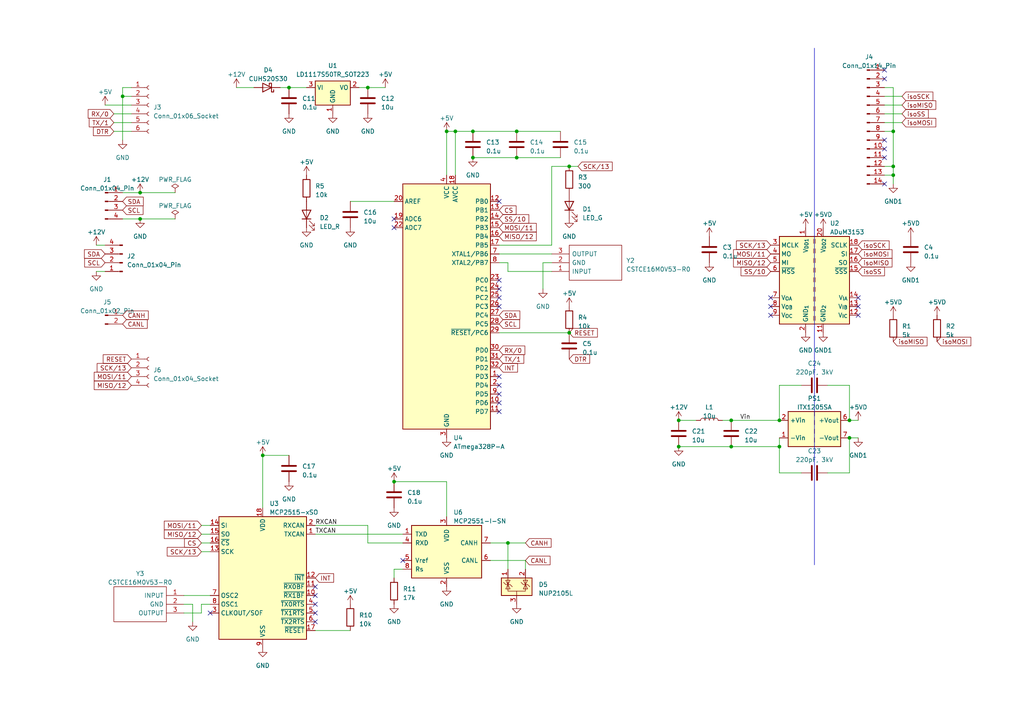
<source format=kicad_sch>
(kicad_sch (version 20230121) (generator eeschema)

  (uuid 2deb6cf7-cce0-4a7e-8f13-5e0f527ac362)

  (paper "A4")

  (lib_symbols
    (symbol "Connector:Conn_01x02_Pin" (pin_names (offset 1.016) hide) (in_bom yes) (on_board yes)
      (property "Reference" "J" (at 0 2.54 0)
        (effects (font (size 1.27 1.27)))
      )
      (property "Value" "Conn_01x02_Pin" (at 0 -5.08 0)
        (effects (font (size 1.27 1.27)))
      )
      (property "Footprint" "" (at 0 0 0)
        (effects (font (size 1.27 1.27)) hide)
      )
      (property "Datasheet" "~" (at 0 0 0)
        (effects (font (size 1.27 1.27)) hide)
      )
      (property "ki_locked" "" (at 0 0 0)
        (effects (font (size 1.27 1.27)))
      )
      (property "ki_keywords" "connector" (at 0 0 0)
        (effects (font (size 1.27 1.27)) hide)
      )
      (property "ki_description" "Generic connector, single row, 01x02, script generated" (at 0 0 0)
        (effects (font (size 1.27 1.27)) hide)
      )
      (property "ki_fp_filters" "Connector*:*_1x??_*" (at 0 0 0)
        (effects (font (size 1.27 1.27)) hide)
      )
      (symbol "Conn_01x02_Pin_1_1"
        (polyline
          (pts
            (xy 1.27 -2.54)
            (xy 0.8636 -2.54)
          )
          (stroke (width 0.1524) (type default))
          (fill (type none))
        )
        (polyline
          (pts
            (xy 1.27 0)
            (xy 0.8636 0)
          )
          (stroke (width 0.1524) (type default))
          (fill (type none))
        )
        (rectangle (start 0.8636 -2.413) (end 0 -2.667)
          (stroke (width 0.1524) (type default))
          (fill (type outline))
        )
        (rectangle (start 0.8636 0.127) (end 0 -0.127)
          (stroke (width 0.1524) (type default))
          (fill (type outline))
        )
        (pin passive line (at 5.08 0 180) (length 3.81)
          (name "Pin_1" (effects (font (size 1.27 1.27))))
          (number "1" (effects (font (size 1.27 1.27))))
        )
        (pin passive line (at 5.08 -2.54 180) (length 3.81)
          (name "Pin_2" (effects (font (size 1.27 1.27))))
          (number "2" (effects (font (size 1.27 1.27))))
        )
      )
    )
    (symbol "Connector:Conn_01x04_Pin" (pin_names (offset 1.016) hide) (in_bom yes) (on_board yes)
      (property "Reference" "J" (at 0 5.08 0)
        (effects (font (size 1.27 1.27)))
      )
      (property "Value" "Conn_01x04_Pin" (at 0 -7.62 0)
        (effects (font (size 1.27 1.27)))
      )
      (property "Footprint" "" (at 0 0 0)
        (effects (font (size 1.27 1.27)) hide)
      )
      (property "Datasheet" "~" (at 0 0 0)
        (effects (font (size 1.27 1.27)) hide)
      )
      (property "ki_locked" "" (at 0 0 0)
        (effects (font (size 1.27 1.27)))
      )
      (property "ki_keywords" "connector" (at 0 0 0)
        (effects (font (size 1.27 1.27)) hide)
      )
      (property "ki_description" "Generic connector, single row, 01x04, script generated" (at 0 0 0)
        (effects (font (size 1.27 1.27)) hide)
      )
      (property "ki_fp_filters" "Connector*:*_1x??_*" (at 0 0 0)
        (effects (font (size 1.27 1.27)) hide)
      )
      (symbol "Conn_01x04_Pin_1_1"
        (polyline
          (pts
            (xy 1.27 -5.08)
            (xy 0.8636 -5.08)
          )
          (stroke (width 0.1524) (type default))
          (fill (type none))
        )
        (polyline
          (pts
            (xy 1.27 -2.54)
            (xy 0.8636 -2.54)
          )
          (stroke (width 0.1524) (type default))
          (fill (type none))
        )
        (polyline
          (pts
            (xy 1.27 0)
            (xy 0.8636 0)
          )
          (stroke (width 0.1524) (type default))
          (fill (type none))
        )
        (polyline
          (pts
            (xy 1.27 2.54)
            (xy 0.8636 2.54)
          )
          (stroke (width 0.1524) (type default))
          (fill (type none))
        )
        (rectangle (start 0.8636 -4.953) (end 0 -5.207)
          (stroke (width 0.1524) (type default))
          (fill (type outline))
        )
        (rectangle (start 0.8636 -2.413) (end 0 -2.667)
          (stroke (width 0.1524) (type default))
          (fill (type outline))
        )
        (rectangle (start 0.8636 0.127) (end 0 -0.127)
          (stroke (width 0.1524) (type default))
          (fill (type outline))
        )
        (rectangle (start 0.8636 2.667) (end 0 2.413)
          (stroke (width 0.1524) (type default))
          (fill (type outline))
        )
        (pin passive line (at 5.08 2.54 180) (length 3.81)
          (name "Pin_1" (effects (font (size 1.27 1.27))))
          (number "1" (effects (font (size 1.27 1.27))))
        )
        (pin passive line (at 5.08 0 180) (length 3.81)
          (name "Pin_2" (effects (font (size 1.27 1.27))))
          (number "2" (effects (font (size 1.27 1.27))))
        )
        (pin passive line (at 5.08 -2.54 180) (length 3.81)
          (name "Pin_3" (effects (font (size 1.27 1.27))))
          (number "3" (effects (font (size 1.27 1.27))))
        )
        (pin passive line (at 5.08 -5.08 180) (length 3.81)
          (name "Pin_4" (effects (font (size 1.27 1.27))))
          (number "4" (effects (font (size 1.27 1.27))))
        )
      )
    )
    (symbol "Connector:Conn_01x04_Socket" (pin_names (offset 1.016) hide) (in_bom yes) (on_board yes)
      (property "Reference" "J" (at 0 5.08 0)
        (effects (font (size 1.27 1.27)))
      )
      (property "Value" "Conn_01x04_Socket" (at 0 -7.62 0)
        (effects (font (size 1.27 1.27)))
      )
      (property "Footprint" "" (at 0 0 0)
        (effects (font (size 1.27 1.27)) hide)
      )
      (property "Datasheet" "~" (at 0 0 0)
        (effects (font (size 1.27 1.27)) hide)
      )
      (property "ki_locked" "" (at 0 0 0)
        (effects (font (size 1.27 1.27)))
      )
      (property "ki_keywords" "connector" (at 0 0 0)
        (effects (font (size 1.27 1.27)) hide)
      )
      (property "ki_description" "Generic connector, single row, 01x04, script generated" (at 0 0 0)
        (effects (font (size 1.27 1.27)) hide)
      )
      (property "ki_fp_filters" "Connector*:*_1x??_*" (at 0 0 0)
        (effects (font (size 1.27 1.27)) hide)
      )
      (symbol "Conn_01x04_Socket_1_1"
        (arc (start 0 -4.572) (mid -0.5058 -5.08) (end 0 -5.588)
          (stroke (width 0.1524) (type default))
          (fill (type none))
        )
        (arc (start 0 -2.032) (mid -0.5058 -2.54) (end 0 -3.048)
          (stroke (width 0.1524) (type default))
          (fill (type none))
        )
        (polyline
          (pts
            (xy -1.27 -5.08)
            (xy -0.508 -5.08)
          )
          (stroke (width 0.1524) (type default))
          (fill (type none))
        )
        (polyline
          (pts
            (xy -1.27 -2.54)
            (xy -0.508 -2.54)
          )
          (stroke (width 0.1524) (type default))
          (fill (type none))
        )
        (polyline
          (pts
            (xy -1.27 0)
            (xy -0.508 0)
          )
          (stroke (width 0.1524) (type default))
          (fill (type none))
        )
        (polyline
          (pts
            (xy -1.27 2.54)
            (xy -0.508 2.54)
          )
          (stroke (width 0.1524) (type default))
          (fill (type none))
        )
        (arc (start 0 0.508) (mid -0.5058 0) (end 0 -0.508)
          (stroke (width 0.1524) (type default))
          (fill (type none))
        )
        (arc (start 0 3.048) (mid -0.5058 2.54) (end 0 2.032)
          (stroke (width 0.1524) (type default))
          (fill (type none))
        )
        (pin passive line (at -5.08 2.54 0) (length 3.81)
          (name "Pin_1" (effects (font (size 1.27 1.27))))
          (number "1" (effects (font (size 1.27 1.27))))
        )
        (pin passive line (at -5.08 0 0) (length 3.81)
          (name "Pin_2" (effects (font (size 1.27 1.27))))
          (number "2" (effects (font (size 1.27 1.27))))
        )
        (pin passive line (at -5.08 -2.54 0) (length 3.81)
          (name "Pin_3" (effects (font (size 1.27 1.27))))
          (number "3" (effects (font (size 1.27 1.27))))
        )
        (pin passive line (at -5.08 -5.08 0) (length 3.81)
          (name "Pin_4" (effects (font (size 1.27 1.27))))
          (number "4" (effects (font (size 1.27 1.27))))
        )
      )
    )
    (symbol "Connector:Conn_01x06_Socket" (pin_names (offset 1.016) hide) (in_bom yes) (on_board yes)
      (property "Reference" "J" (at 0 7.62 0)
        (effects (font (size 1.27 1.27)))
      )
      (property "Value" "Conn_01x06_Socket" (at 0 -10.16 0)
        (effects (font (size 1.27 1.27)))
      )
      (property "Footprint" "" (at 0 0 0)
        (effects (font (size 1.27 1.27)) hide)
      )
      (property "Datasheet" "~" (at 0 0 0)
        (effects (font (size 1.27 1.27)) hide)
      )
      (property "ki_locked" "" (at 0 0 0)
        (effects (font (size 1.27 1.27)))
      )
      (property "ki_keywords" "connector" (at 0 0 0)
        (effects (font (size 1.27 1.27)) hide)
      )
      (property "ki_description" "Generic connector, single row, 01x06, script generated" (at 0 0 0)
        (effects (font (size 1.27 1.27)) hide)
      )
      (property "ki_fp_filters" "Connector*:*_1x??_*" (at 0 0 0)
        (effects (font (size 1.27 1.27)) hide)
      )
      (symbol "Conn_01x06_Socket_1_1"
        (arc (start 0 -7.112) (mid -0.5058 -7.62) (end 0 -8.128)
          (stroke (width 0.1524) (type default))
          (fill (type none))
        )
        (arc (start 0 -4.572) (mid -0.5058 -5.08) (end 0 -5.588)
          (stroke (width 0.1524) (type default))
          (fill (type none))
        )
        (arc (start 0 -2.032) (mid -0.5058 -2.54) (end 0 -3.048)
          (stroke (width 0.1524) (type default))
          (fill (type none))
        )
        (polyline
          (pts
            (xy -1.27 -7.62)
            (xy -0.508 -7.62)
          )
          (stroke (width 0.1524) (type default))
          (fill (type none))
        )
        (polyline
          (pts
            (xy -1.27 -5.08)
            (xy -0.508 -5.08)
          )
          (stroke (width 0.1524) (type default))
          (fill (type none))
        )
        (polyline
          (pts
            (xy -1.27 -2.54)
            (xy -0.508 -2.54)
          )
          (stroke (width 0.1524) (type default))
          (fill (type none))
        )
        (polyline
          (pts
            (xy -1.27 0)
            (xy -0.508 0)
          )
          (stroke (width 0.1524) (type default))
          (fill (type none))
        )
        (polyline
          (pts
            (xy -1.27 2.54)
            (xy -0.508 2.54)
          )
          (stroke (width 0.1524) (type default))
          (fill (type none))
        )
        (polyline
          (pts
            (xy -1.27 5.08)
            (xy -0.508 5.08)
          )
          (stroke (width 0.1524) (type default))
          (fill (type none))
        )
        (arc (start 0 0.508) (mid -0.5058 0) (end 0 -0.508)
          (stroke (width 0.1524) (type default))
          (fill (type none))
        )
        (arc (start 0 3.048) (mid -0.5058 2.54) (end 0 2.032)
          (stroke (width 0.1524) (type default))
          (fill (type none))
        )
        (arc (start 0 5.588) (mid -0.5058 5.08) (end 0 4.572)
          (stroke (width 0.1524) (type default))
          (fill (type none))
        )
        (pin passive line (at -5.08 5.08 0) (length 3.81)
          (name "Pin_1" (effects (font (size 1.27 1.27))))
          (number "1" (effects (font (size 1.27 1.27))))
        )
        (pin passive line (at -5.08 2.54 0) (length 3.81)
          (name "Pin_2" (effects (font (size 1.27 1.27))))
          (number "2" (effects (font (size 1.27 1.27))))
        )
        (pin passive line (at -5.08 0 0) (length 3.81)
          (name "Pin_3" (effects (font (size 1.27 1.27))))
          (number "3" (effects (font (size 1.27 1.27))))
        )
        (pin passive line (at -5.08 -2.54 0) (length 3.81)
          (name "Pin_4" (effects (font (size 1.27 1.27))))
          (number "4" (effects (font (size 1.27 1.27))))
        )
        (pin passive line (at -5.08 -5.08 0) (length 3.81)
          (name "Pin_5" (effects (font (size 1.27 1.27))))
          (number "5" (effects (font (size 1.27 1.27))))
        )
        (pin passive line (at -5.08 -7.62 0) (length 3.81)
          (name "Pin_6" (effects (font (size 1.27 1.27))))
          (number "6" (effects (font (size 1.27 1.27))))
        )
      )
    )
    (symbol "Connector:Conn_01x14_Pin" (pin_names (offset 1.016) hide) (in_bom yes) (on_board yes)
      (property "Reference" "J" (at 0 17.78 0)
        (effects (font (size 1.27 1.27)))
      )
      (property "Value" "Conn_01x14_Pin" (at 0 -20.32 0)
        (effects (font (size 1.27 1.27)))
      )
      (property "Footprint" "" (at 0 0 0)
        (effects (font (size 1.27 1.27)) hide)
      )
      (property "Datasheet" "~" (at 0 0 0)
        (effects (font (size 1.27 1.27)) hide)
      )
      (property "ki_locked" "" (at 0 0 0)
        (effects (font (size 1.27 1.27)))
      )
      (property "ki_keywords" "connector" (at 0 0 0)
        (effects (font (size 1.27 1.27)) hide)
      )
      (property "ki_description" "Generic connector, single row, 01x14, script generated" (at 0 0 0)
        (effects (font (size 1.27 1.27)) hide)
      )
      (property "ki_fp_filters" "Connector*:*_1x??_*" (at 0 0 0)
        (effects (font (size 1.27 1.27)) hide)
      )
      (symbol "Conn_01x14_Pin_1_1"
        (polyline
          (pts
            (xy 1.27 -17.78)
            (xy 0.8636 -17.78)
          )
          (stroke (width 0.1524) (type default))
          (fill (type none))
        )
        (polyline
          (pts
            (xy 1.27 -15.24)
            (xy 0.8636 -15.24)
          )
          (stroke (width 0.1524) (type default))
          (fill (type none))
        )
        (polyline
          (pts
            (xy 1.27 -12.7)
            (xy 0.8636 -12.7)
          )
          (stroke (width 0.1524) (type default))
          (fill (type none))
        )
        (polyline
          (pts
            (xy 1.27 -10.16)
            (xy 0.8636 -10.16)
          )
          (stroke (width 0.1524) (type default))
          (fill (type none))
        )
        (polyline
          (pts
            (xy 1.27 -7.62)
            (xy 0.8636 -7.62)
          )
          (stroke (width 0.1524) (type default))
          (fill (type none))
        )
        (polyline
          (pts
            (xy 1.27 -5.08)
            (xy 0.8636 -5.08)
          )
          (stroke (width 0.1524) (type default))
          (fill (type none))
        )
        (polyline
          (pts
            (xy 1.27 -2.54)
            (xy 0.8636 -2.54)
          )
          (stroke (width 0.1524) (type default))
          (fill (type none))
        )
        (polyline
          (pts
            (xy 1.27 0)
            (xy 0.8636 0)
          )
          (stroke (width 0.1524) (type default))
          (fill (type none))
        )
        (polyline
          (pts
            (xy 1.27 2.54)
            (xy 0.8636 2.54)
          )
          (stroke (width 0.1524) (type default))
          (fill (type none))
        )
        (polyline
          (pts
            (xy 1.27 5.08)
            (xy 0.8636 5.08)
          )
          (stroke (width 0.1524) (type default))
          (fill (type none))
        )
        (polyline
          (pts
            (xy 1.27 7.62)
            (xy 0.8636 7.62)
          )
          (stroke (width 0.1524) (type default))
          (fill (type none))
        )
        (polyline
          (pts
            (xy 1.27 10.16)
            (xy 0.8636 10.16)
          )
          (stroke (width 0.1524) (type default))
          (fill (type none))
        )
        (polyline
          (pts
            (xy 1.27 12.7)
            (xy 0.8636 12.7)
          )
          (stroke (width 0.1524) (type default))
          (fill (type none))
        )
        (polyline
          (pts
            (xy 1.27 15.24)
            (xy 0.8636 15.24)
          )
          (stroke (width 0.1524) (type default))
          (fill (type none))
        )
        (rectangle (start 0.8636 -17.653) (end 0 -17.907)
          (stroke (width 0.1524) (type default))
          (fill (type outline))
        )
        (rectangle (start 0.8636 -15.113) (end 0 -15.367)
          (stroke (width 0.1524) (type default))
          (fill (type outline))
        )
        (rectangle (start 0.8636 -12.573) (end 0 -12.827)
          (stroke (width 0.1524) (type default))
          (fill (type outline))
        )
        (rectangle (start 0.8636 -10.033) (end 0 -10.287)
          (stroke (width 0.1524) (type default))
          (fill (type outline))
        )
        (rectangle (start 0.8636 -7.493) (end 0 -7.747)
          (stroke (width 0.1524) (type default))
          (fill (type outline))
        )
        (rectangle (start 0.8636 -4.953) (end 0 -5.207)
          (stroke (width 0.1524) (type default))
          (fill (type outline))
        )
        (rectangle (start 0.8636 -2.413) (end 0 -2.667)
          (stroke (width 0.1524) (type default))
          (fill (type outline))
        )
        (rectangle (start 0.8636 0.127) (end 0 -0.127)
          (stroke (width 0.1524) (type default))
          (fill (type outline))
        )
        (rectangle (start 0.8636 2.667) (end 0 2.413)
          (stroke (width 0.1524) (type default))
          (fill (type outline))
        )
        (rectangle (start 0.8636 5.207) (end 0 4.953)
          (stroke (width 0.1524) (type default))
          (fill (type outline))
        )
        (rectangle (start 0.8636 7.747) (end 0 7.493)
          (stroke (width 0.1524) (type default))
          (fill (type outline))
        )
        (rectangle (start 0.8636 10.287) (end 0 10.033)
          (stroke (width 0.1524) (type default))
          (fill (type outline))
        )
        (rectangle (start 0.8636 12.827) (end 0 12.573)
          (stroke (width 0.1524) (type default))
          (fill (type outline))
        )
        (rectangle (start 0.8636 15.367) (end 0 15.113)
          (stroke (width 0.1524) (type default))
          (fill (type outline))
        )
        (pin passive line (at 5.08 15.24 180) (length 3.81)
          (name "Pin_1" (effects (font (size 1.27 1.27))))
          (number "1" (effects (font (size 1.27 1.27))))
        )
        (pin passive line (at 5.08 -7.62 180) (length 3.81)
          (name "Pin_10" (effects (font (size 1.27 1.27))))
          (number "10" (effects (font (size 1.27 1.27))))
        )
        (pin passive line (at 5.08 -10.16 180) (length 3.81)
          (name "Pin_11" (effects (font (size 1.27 1.27))))
          (number "11" (effects (font (size 1.27 1.27))))
        )
        (pin passive line (at 5.08 -12.7 180) (length 3.81)
          (name "Pin_12" (effects (font (size 1.27 1.27))))
          (number "12" (effects (font (size 1.27 1.27))))
        )
        (pin passive line (at 5.08 -15.24 180) (length 3.81)
          (name "Pin_13" (effects (font (size 1.27 1.27))))
          (number "13" (effects (font (size 1.27 1.27))))
        )
        (pin passive line (at 5.08 -17.78 180) (length 3.81)
          (name "Pin_14" (effects (font (size 1.27 1.27))))
          (number "14" (effects (font (size 1.27 1.27))))
        )
        (pin passive line (at 5.08 12.7 180) (length 3.81)
          (name "Pin_2" (effects (font (size 1.27 1.27))))
          (number "2" (effects (font (size 1.27 1.27))))
        )
        (pin passive line (at 5.08 10.16 180) (length 3.81)
          (name "Pin_3" (effects (font (size 1.27 1.27))))
          (number "3" (effects (font (size 1.27 1.27))))
        )
        (pin passive line (at 5.08 7.62 180) (length 3.81)
          (name "Pin_4" (effects (font (size 1.27 1.27))))
          (number "4" (effects (font (size 1.27 1.27))))
        )
        (pin passive line (at 5.08 5.08 180) (length 3.81)
          (name "Pin_5" (effects (font (size 1.27 1.27))))
          (number "5" (effects (font (size 1.27 1.27))))
        )
        (pin passive line (at 5.08 2.54 180) (length 3.81)
          (name "Pin_6" (effects (font (size 1.27 1.27))))
          (number "6" (effects (font (size 1.27 1.27))))
        )
        (pin passive line (at 5.08 0 180) (length 3.81)
          (name "Pin_7" (effects (font (size 1.27 1.27))))
          (number "7" (effects (font (size 1.27 1.27))))
        )
        (pin passive line (at 5.08 -2.54 180) (length 3.81)
          (name "Pin_8" (effects (font (size 1.27 1.27))))
          (number "8" (effects (font (size 1.27 1.27))))
        )
        (pin passive line (at 5.08 -5.08 180) (length 3.81)
          (name "Pin_9" (effects (font (size 1.27 1.27))))
          (number "9" (effects (font (size 1.27 1.27))))
        )
      )
    )
    (symbol "Converter_DCDC:ITX1205SA" (in_bom yes) (on_board yes)
      (property "Reference" "PS" (at -7.62 6.35 0)
        (effects (font (size 1.27 1.27)) (justify left))
      )
      (property "Value" "ITX1205SA" (at 1.27 6.35 0)
        (effects (font (size 1.27 1.27)) (justify left))
      )
      (property "Footprint" "Converter_DCDC:Converter_DCDC_XP_POWER-ITXxxxxSA_THT" (at -26.67 -6.35 0)
        (effects (font (size 1.27 1.27)) (justify left) hide)
      )
      (property "Datasheet" "https://www.xppower.com/pdfs/SF_ITX.pdf" (at 26.67 -7.62 0)
        (effects (font (size 1.27 1.27)) (justify left) hide)
      )
      (property "ki_keywords" "XP_POWER DC/DC isolated Converter module" (at 0 0 0)
        (effects (font (size 1.27 1.27)) hide)
      )
      (property "ki_description" "XP Power 6W, 1000 VDC Isolated DC/DC Converter Module, Fully Regulated Single Output Voltage 5V, ±1200mA, 12V Input Voltage, SIP" (at 0 0 0)
        (effects (font (size 1.27 1.27)) hide)
      )
      (property "ki_fp_filters" "*XP?POWER?ITXxxxxSA*" (at 0 0 0)
        (effects (font (size 1.27 1.27)) hide)
      )
      (symbol "ITX1205SA_0_0"
        (pin power_in line (at -10.16 -2.54 0) (length 2.54)
          (name "-Vin" (effects (font (size 1.27 1.27))))
          (number "1" (effects (font (size 1.27 1.27))))
        )
        (pin power_in line (at -10.16 2.54 0) (length 2.54)
          (name "+Vin" (effects (font (size 1.27 1.27))))
          (number "2" (effects (font (size 1.27 1.27))))
        )
        (pin power_out line (at 10.16 2.54 180) (length 2.54)
          (name "+Vout" (effects (font (size 1.27 1.27))))
          (number "6" (effects (font (size 1.27 1.27))))
        )
        (pin power_out line (at 10.16 -2.54 180) (length 2.54)
          (name "-Vout" (effects (font (size 1.27 1.27))))
          (number "7" (effects (font (size 1.27 1.27))))
        )
        (pin no_connect line (at 7.62 0 180) (length 2.54) hide
          (name "NC" (effects (font (size 1.27 1.27))))
          (number "8" (effects (font (size 1.27 1.27))))
        )
      )
      (symbol "ITX1205SA_0_1"
        (rectangle (start -7.62 5.08) (end 7.62 -5.08)
          (stroke (width 0.254) (type default))
          (fill (type background))
        )
        (polyline
          (pts
            (xy 0 -2.54)
            (xy 0 -3.81)
          )
          (stroke (width 0) (type default))
          (fill (type none))
        )
        (polyline
          (pts
            (xy 0 0)
            (xy 0 -1.27)
          )
          (stroke (width 0) (type default))
          (fill (type none))
        )
        (polyline
          (pts
            (xy 0 2.54)
            (xy 0 1.27)
          )
          (stroke (width 0) (type default))
          (fill (type none))
        )
        (polyline
          (pts
            (xy 0 5.08)
            (xy 0 3.81)
          )
          (stroke (width 0) (type default))
          (fill (type none))
        )
      )
    )
    (symbol "Device:C" (pin_numbers hide) (pin_names (offset 0.254)) (in_bom yes) (on_board yes)
      (property "Reference" "C" (at 0.635 2.54 0)
        (effects (font (size 1.27 1.27)) (justify left))
      )
      (property "Value" "C" (at 0.635 -2.54 0)
        (effects (font (size 1.27 1.27)) (justify left))
      )
      (property "Footprint" "" (at 0.9652 -3.81 0)
        (effects (font (size 1.27 1.27)) hide)
      )
      (property "Datasheet" "~" (at 0 0 0)
        (effects (font (size 1.27 1.27)) hide)
      )
      (property "ki_keywords" "cap capacitor" (at 0 0 0)
        (effects (font (size 1.27 1.27)) hide)
      )
      (property "ki_description" "Unpolarized capacitor" (at 0 0 0)
        (effects (font (size 1.27 1.27)) hide)
      )
      (property "ki_fp_filters" "C_*" (at 0 0 0)
        (effects (font (size 1.27 1.27)) hide)
      )
      (symbol "C_0_1"
        (polyline
          (pts
            (xy -2.032 -0.762)
            (xy 2.032 -0.762)
          )
          (stroke (width 0.508) (type default))
          (fill (type none))
        )
        (polyline
          (pts
            (xy -2.032 0.762)
            (xy 2.032 0.762)
          )
          (stroke (width 0.508) (type default))
          (fill (type none))
        )
      )
      (symbol "C_1_1"
        (pin passive line (at 0 3.81 270) (length 2.794)
          (name "~" (effects (font (size 1.27 1.27))))
          (number "1" (effects (font (size 1.27 1.27))))
        )
        (pin passive line (at 0 -3.81 90) (length 2.794)
          (name "~" (effects (font (size 1.27 1.27))))
          (number "2" (effects (font (size 1.27 1.27))))
        )
      )
    )
    (symbol "Device:D_Schottky" (pin_numbers hide) (pin_names (offset 1.016) hide) (in_bom yes) (on_board yes)
      (property "Reference" "D" (at 0 2.54 0)
        (effects (font (size 1.27 1.27)))
      )
      (property "Value" "D_Schottky" (at 0 -2.54 0)
        (effects (font (size 1.27 1.27)))
      )
      (property "Footprint" "" (at 0 0 0)
        (effects (font (size 1.27 1.27)) hide)
      )
      (property "Datasheet" "~" (at 0 0 0)
        (effects (font (size 1.27 1.27)) hide)
      )
      (property "ki_keywords" "diode Schottky" (at 0 0 0)
        (effects (font (size 1.27 1.27)) hide)
      )
      (property "ki_description" "Schottky diode" (at 0 0 0)
        (effects (font (size 1.27 1.27)) hide)
      )
      (property "ki_fp_filters" "TO-???* *_Diode_* *SingleDiode* D_*" (at 0 0 0)
        (effects (font (size 1.27 1.27)) hide)
      )
      (symbol "D_Schottky_0_1"
        (polyline
          (pts
            (xy 1.27 0)
            (xy -1.27 0)
          )
          (stroke (width 0) (type default))
          (fill (type none))
        )
        (polyline
          (pts
            (xy 1.27 1.27)
            (xy 1.27 -1.27)
            (xy -1.27 0)
            (xy 1.27 1.27)
          )
          (stroke (width 0.254) (type default))
          (fill (type none))
        )
        (polyline
          (pts
            (xy -1.905 0.635)
            (xy -1.905 1.27)
            (xy -1.27 1.27)
            (xy -1.27 -1.27)
            (xy -0.635 -1.27)
            (xy -0.635 -0.635)
          )
          (stroke (width 0.254) (type default))
          (fill (type none))
        )
      )
      (symbol "D_Schottky_1_1"
        (pin passive line (at -3.81 0 0) (length 2.54)
          (name "K" (effects (font (size 1.27 1.27))))
          (number "1" (effects (font (size 1.27 1.27))))
        )
        (pin passive line (at 3.81 0 180) (length 2.54)
          (name "A" (effects (font (size 1.27 1.27))))
          (number "2" (effects (font (size 1.27 1.27))))
        )
      )
    )
    (symbol "Device:L" (pin_numbers hide) (pin_names (offset 1.016) hide) (in_bom yes) (on_board yes)
      (property "Reference" "L" (at -1.27 0 90)
        (effects (font (size 1.27 1.27)))
      )
      (property "Value" "L" (at 1.905 0 90)
        (effects (font (size 1.27 1.27)))
      )
      (property "Footprint" "" (at 0 0 0)
        (effects (font (size 1.27 1.27)) hide)
      )
      (property "Datasheet" "~" (at 0 0 0)
        (effects (font (size 1.27 1.27)) hide)
      )
      (property "ki_keywords" "inductor choke coil reactor magnetic" (at 0 0 0)
        (effects (font (size 1.27 1.27)) hide)
      )
      (property "ki_description" "Inductor" (at 0 0 0)
        (effects (font (size 1.27 1.27)) hide)
      )
      (property "ki_fp_filters" "Choke_* *Coil* Inductor_* L_*" (at 0 0 0)
        (effects (font (size 1.27 1.27)) hide)
      )
      (symbol "L_0_1"
        (arc (start 0 -2.54) (mid 0.6323 -1.905) (end 0 -1.27)
          (stroke (width 0) (type default))
          (fill (type none))
        )
        (arc (start 0 -1.27) (mid 0.6323 -0.635) (end 0 0)
          (stroke (width 0) (type default))
          (fill (type none))
        )
        (arc (start 0 0) (mid 0.6323 0.635) (end 0 1.27)
          (stroke (width 0) (type default))
          (fill (type none))
        )
        (arc (start 0 1.27) (mid 0.6323 1.905) (end 0 2.54)
          (stroke (width 0) (type default))
          (fill (type none))
        )
      )
      (symbol "L_1_1"
        (pin passive line (at 0 3.81 270) (length 1.27)
          (name "1" (effects (font (size 1.27 1.27))))
          (number "1" (effects (font (size 1.27 1.27))))
        )
        (pin passive line (at 0 -3.81 90) (length 1.27)
          (name "2" (effects (font (size 1.27 1.27))))
          (number "2" (effects (font (size 1.27 1.27))))
        )
      )
    )
    (symbol "Device:LED" (pin_numbers hide) (pin_names (offset 1.016) hide) (in_bom yes) (on_board yes)
      (property "Reference" "D" (at 0 2.54 0)
        (effects (font (size 1.27 1.27)))
      )
      (property "Value" "LED" (at 0 -2.54 0)
        (effects (font (size 1.27 1.27)))
      )
      (property "Footprint" "" (at 0 0 0)
        (effects (font (size 1.27 1.27)) hide)
      )
      (property "Datasheet" "~" (at 0 0 0)
        (effects (font (size 1.27 1.27)) hide)
      )
      (property "ki_keywords" "LED diode" (at 0 0 0)
        (effects (font (size 1.27 1.27)) hide)
      )
      (property "ki_description" "Light emitting diode" (at 0 0 0)
        (effects (font (size 1.27 1.27)) hide)
      )
      (property "ki_fp_filters" "LED* LED_SMD:* LED_THT:*" (at 0 0 0)
        (effects (font (size 1.27 1.27)) hide)
      )
      (symbol "LED_0_1"
        (polyline
          (pts
            (xy -1.27 -1.27)
            (xy -1.27 1.27)
          )
          (stroke (width 0.254) (type default))
          (fill (type none))
        )
        (polyline
          (pts
            (xy -1.27 0)
            (xy 1.27 0)
          )
          (stroke (width 0) (type default))
          (fill (type none))
        )
        (polyline
          (pts
            (xy 1.27 -1.27)
            (xy 1.27 1.27)
            (xy -1.27 0)
            (xy 1.27 -1.27)
          )
          (stroke (width 0.254) (type default))
          (fill (type none))
        )
        (polyline
          (pts
            (xy -3.048 -0.762)
            (xy -4.572 -2.286)
            (xy -3.81 -2.286)
            (xy -4.572 -2.286)
            (xy -4.572 -1.524)
          )
          (stroke (width 0) (type default))
          (fill (type none))
        )
        (polyline
          (pts
            (xy -1.778 -0.762)
            (xy -3.302 -2.286)
            (xy -2.54 -2.286)
            (xy -3.302 -2.286)
            (xy -3.302 -1.524)
          )
          (stroke (width 0) (type default))
          (fill (type none))
        )
      )
      (symbol "LED_1_1"
        (pin passive line (at -3.81 0 0) (length 2.54)
          (name "K" (effects (font (size 1.27 1.27))))
          (number "1" (effects (font (size 1.27 1.27))))
        )
        (pin passive line (at 3.81 0 180) (length 2.54)
          (name "A" (effects (font (size 1.27 1.27))))
          (number "2" (effects (font (size 1.27 1.27))))
        )
      )
    )
    (symbol "Device:R" (pin_numbers hide) (pin_names (offset 0)) (in_bom yes) (on_board yes)
      (property "Reference" "R" (at 2.032 0 90)
        (effects (font (size 1.27 1.27)))
      )
      (property "Value" "R" (at 0 0 90)
        (effects (font (size 1.27 1.27)))
      )
      (property "Footprint" "" (at -1.778 0 90)
        (effects (font (size 1.27 1.27)) hide)
      )
      (property "Datasheet" "~" (at 0 0 0)
        (effects (font (size 1.27 1.27)) hide)
      )
      (property "ki_keywords" "R res resistor" (at 0 0 0)
        (effects (font (size 1.27 1.27)) hide)
      )
      (property "ki_description" "Resistor" (at 0 0 0)
        (effects (font (size 1.27 1.27)) hide)
      )
      (property "ki_fp_filters" "R_*" (at 0 0 0)
        (effects (font (size 1.27 1.27)) hide)
      )
      (symbol "R_0_1"
        (rectangle (start -1.016 -2.54) (end 1.016 2.54)
          (stroke (width 0.254) (type default))
          (fill (type none))
        )
      )
      (symbol "R_1_1"
        (pin passive line (at 0 3.81 270) (length 1.27)
          (name "~" (effects (font (size 1.27 1.27))))
          (number "1" (effects (font (size 1.27 1.27))))
        )
        (pin passive line (at 0 -3.81 90) (length 1.27)
          (name "~" (effects (font (size 1.27 1.27))))
          (number "2" (effects (font (size 1.27 1.27))))
        )
      )
    )
    (symbol "Interface_CAN_LIN:MCP2515-xSO" (in_bom yes) (on_board yes)
      (property "Reference" "U" (at -10.16 19.685 0)
        (effects (font (size 1.27 1.27)) (justify right))
      )
      (property "Value" "MCP2515-xSO" (at 19.05 20.32 0)
        (effects (font (size 1.27 1.27)) (justify right top))
      )
      (property "Footprint" "Package_SO:SOIC-18W_7.5x11.6mm_P1.27mm" (at 0 -22.86 0)
        (effects (font (size 1.27 1.27) italic) hide)
      )
      (property "Datasheet" "http://ww1.microchip.com/downloads/en/DeviceDoc/21801e.pdf" (at 2.54 -20.32 0)
        (effects (font (size 1.27 1.27)) hide)
      )
      (property "ki_keywords" "CAN Controller SPI" (at 0 0 0)
        (effects (font (size 1.27 1.27)) hide)
      )
      (property "ki_description" "Stand-Alone CAN Controller with SPI Interface, SOIC-18" (at 0 0 0)
        (effects (font (size 1.27 1.27)) hide)
      )
      (property "ki_fp_filters" "SOIC*7.5x11.6mm*P1.27mm*" (at 0 0 0)
        (effects (font (size 1.27 1.27)) hide)
      )
      (symbol "MCP2515-xSO_0_1"
        (rectangle (start -12.7 17.78) (end 12.7 -17.78)
          (stroke (width 0.254) (type default))
          (fill (type background))
        )
      )
      (symbol "MCP2515-xSO_1_1"
        (pin output line (at 15.24 12.7 180) (length 2.54)
          (name "TXCAN" (effects (font (size 1.27 1.27))))
          (number "1" (effects (font (size 1.27 1.27))))
        )
        (pin output line (at 15.24 -5.08 180) (length 2.54)
          (name "~{RX1BF}" (effects (font (size 1.27 1.27))))
          (number "10" (effects (font (size 1.27 1.27))))
        )
        (pin output line (at 15.24 -2.54 180) (length 2.54)
          (name "~{RX0BF}" (effects (font (size 1.27 1.27))))
          (number "11" (effects (font (size 1.27 1.27))))
        )
        (pin output line (at 15.24 0 180) (length 2.54)
          (name "~{INT}" (effects (font (size 1.27 1.27))))
          (number "12" (effects (font (size 1.27 1.27))))
        )
        (pin input line (at -15.24 7.62 0) (length 2.54)
          (name "SCK" (effects (font (size 1.27 1.27))))
          (number "13" (effects (font (size 1.27 1.27))))
        )
        (pin input line (at -15.24 15.24 0) (length 2.54)
          (name "SI" (effects (font (size 1.27 1.27))))
          (number "14" (effects (font (size 1.27 1.27))))
        )
        (pin output line (at -15.24 12.7 0) (length 2.54)
          (name "SO" (effects (font (size 1.27 1.27))))
          (number "15" (effects (font (size 1.27 1.27))))
        )
        (pin input line (at -15.24 10.16 0) (length 2.54)
          (name "~{CS}" (effects (font (size 1.27 1.27))))
          (number "16" (effects (font (size 1.27 1.27))))
        )
        (pin input line (at 15.24 -15.24 180) (length 2.54)
          (name "~{RESET}" (effects (font (size 1.27 1.27))))
          (number "17" (effects (font (size 1.27 1.27))))
        )
        (pin power_in line (at 0 20.32 270) (length 2.54)
          (name "VDD" (effects (font (size 1.27 1.27))))
          (number "18" (effects (font (size 1.27 1.27))))
        )
        (pin input line (at 15.24 15.24 180) (length 2.54)
          (name "RXCAN" (effects (font (size 1.27 1.27))))
          (number "2" (effects (font (size 1.27 1.27))))
        )
        (pin output line (at -15.24 -10.16 0) (length 2.54)
          (name "CLKOUT/SOF" (effects (font (size 1.27 1.27))))
          (number "3" (effects (font (size 1.27 1.27))))
        )
        (pin input line (at 15.24 -7.62 180) (length 2.54)
          (name "~{TX0RTS}" (effects (font (size 1.27 1.27))))
          (number "4" (effects (font (size 1.27 1.27))))
        )
        (pin input line (at 15.24 -10.16 180) (length 2.54)
          (name "~{TX1RTS}" (effects (font (size 1.27 1.27))))
          (number "5" (effects (font (size 1.27 1.27))))
        )
        (pin input line (at 15.24 -12.7 180) (length 2.54)
          (name "~{TX2RTS}" (effects (font (size 1.27 1.27))))
          (number "6" (effects (font (size 1.27 1.27))))
        )
        (pin output line (at -15.24 -5.08 0) (length 2.54)
          (name "OSC2" (effects (font (size 1.27 1.27))))
          (number "7" (effects (font (size 1.27 1.27))))
        )
        (pin input line (at -15.24 -7.62 0) (length 2.54)
          (name "OSC1" (effects (font (size 1.27 1.27))))
          (number "8" (effects (font (size 1.27 1.27))))
        )
        (pin power_in line (at 0 -20.32 90) (length 2.54)
          (name "VSS" (effects (font (size 1.27 1.27))))
          (number "9" (effects (font (size 1.27 1.27))))
        )
      )
    )
    (symbol "Interface_CAN_LIN:MCP2551-I-SN" (pin_names (offset 1.016)) (in_bom yes) (on_board yes)
      (property "Reference" "U" (at -10.16 8.89 0)
        (effects (font (size 1.27 1.27)) (justify left))
      )
      (property "Value" "MCP2551-I-SN" (at 2.54 8.89 0)
        (effects (font (size 1.27 1.27)) (justify left))
      )
      (property "Footprint" "Package_SO:SOIC-8_3.9x4.9mm_P1.27mm" (at 0 -12.7 0)
        (effects (font (size 1.27 1.27) italic) hide)
      )
      (property "Datasheet" "http://ww1.microchip.com/downloads/en/devicedoc/21667d.pdf" (at 0 0 0)
        (effects (font (size 1.27 1.27)) hide)
      )
      (property "ki_keywords" "High-Speed CAN Transceiver" (at 0 0 0)
        (effects (font (size 1.27 1.27)) hide)
      )
      (property "ki_description" "High-Speed CAN Transceiver, 1Mbps, 5V supply, SOIC-8" (at 0 0 0)
        (effects (font (size 1.27 1.27)) hide)
      )
      (property "ki_fp_filters" "SOIC*3.9x4.9mm*P1.27mm*" (at 0 0 0)
        (effects (font (size 1.27 1.27)) hide)
      )
      (symbol "MCP2551-I-SN_0_1"
        (rectangle (start -10.16 7.62) (end 10.16 -7.62)
          (stroke (width 0.254) (type default))
          (fill (type background))
        )
      )
      (symbol "MCP2551-I-SN_1_1"
        (pin input line (at -12.7 5.08 0) (length 2.54)
          (name "TXD" (effects (font (size 1.27 1.27))))
          (number "1" (effects (font (size 1.27 1.27))))
        )
        (pin power_in line (at 0 -10.16 90) (length 2.54)
          (name "VSS" (effects (font (size 1.27 1.27))))
          (number "2" (effects (font (size 1.27 1.27))))
        )
        (pin power_in line (at 0 10.16 270) (length 2.54)
          (name "VDD" (effects (font (size 1.27 1.27))))
          (number "3" (effects (font (size 1.27 1.27))))
        )
        (pin output line (at -12.7 2.54 0) (length 2.54)
          (name "RXD" (effects (font (size 1.27 1.27))))
          (number "4" (effects (font (size 1.27 1.27))))
        )
        (pin power_out line (at -12.7 -2.54 0) (length 2.54)
          (name "Vref" (effects (font (size 1.27 1.27))))
          (number "5" (effects (font (size 1.27 1.27))))
        )
        (pin bidirectional line (at 12.7 -2.54 180) (length 2.54)
          (name "CANL" (effects (font (size 1.27 1.27))))
          (number "6" (effects (font (size 1.27 1.27))))
        )
        (pin bidirectional line (at 12.7 2.54 180) (length 2.54)
          (name "CANH" (effects (font (size 1.27 1.27))))
          (number "7" (effects (font (size 1.27 1.27))))
        )
        (pin input line (at -12.7 -5.08 0) (length 2.54)
          (name "Rs" (effects (font (size 1.27 1.27))))
          (number "8" (effects (font (size 1.27 1.27))))
        )
      )
    )
    (symbol "Isolator:ADuM3153" (in_bom yes) (on_board yes)
      (property "Reference" "U" (at 10.16 17.78 0)
        (effects (font (size 1.27 1.27)))
      )
      (property "Value" "ADuM3153" (at 10.16 15.24 0)
        (effects (font (size 1.27 1.27)))
      )
      (property "Footprint" "Package_SO:SSOP-20_5.3x7.2mm_P0.65mm" (at 0 -34.29 0)
        (effects (font (size 1.27 1.27)) hide)
      )
      (property "Datasheet" "https://www.analog.com/media/en/technical-documentation/data-sheets/ADuM3151_3152_3153.pdf" (at -24.13 29.21 0)
        (effects (font (size 1.27 1.27)) hide)
      )
      (property "ki_keywords" "spi isolated" (at 0 0 0)
        (effects (font (size 1.27 1.27)) hide)
      )
      (property "ki_description" "3.75kV 7-Channel SPI Isolator, 3 Reverse Channels, SSOP-20" (at 0 0 0)
        (effects (font (size 1.27 1.27)) hide)
      )
      (property "ki_fp_filters" "SSOP*5.3x7.2mm*P0.65mm*" (at 0 0 0)
        (effects (font (size 1.27 1.27)) hide)
      )
      (symbol "ADuM3153_0_0"
        (rectangle (start -10.16 12.7) (end 10.16 -12.7)
          (stroke (width 0.254) (type default))
          (fill (type background))
        )
      )
      (symbol "ADuM3153_1_1"
        (polyline
          (pts
            (xy -0.254 -10.414)
            (xy -0.254 -11.684)
          )
          (stroke (width 0.127) (type default))
          (fill (type none))
        )
        (polyline
          (pts
            (xy -0.254 -7.62)
            (xy -0.254 -8.89)
          )
          (stroke (width 0.127) (type default))
          (fill (type none))
        )
        (polyline
          (pts
            (xy -0.254 -4.826)
            (xy -0.254 -6.096)
          )
          (stroke (width 0.127) (type default))
          (fill (type none))
        )
        (polyline
          (pts
            (xy -0.254 -2.032)
            (xy -0.254 -3.302)
          )
          (stroke (width 0.127) (type default))
          (fill (type none))
        )
        (polyline
          (pts
            (xy -0.254 0.762)
            (xy -0.254 -0.508)
          )
          (stroke (width 0.127) (type default))
          (fill (type none))
        )
        (polyline
          (pts
            (xy -0.254 3.556)
            (xy -0.254 2.286)
          )
          (stroke (width 0.127) (type default))
          (fill (type none))
        )
        (polyline
          (pts
            (xy -0.254 6.35)
            (xy -0.254 5.08)
          )
          (stroke (width 0.127) (type default))
          (fill (type none))
        )
        (polyline
          (pts
            (xy -0.254 9.144)
            (xy -0.254 7.874)
          )
          (stroke (width 0.127) (type default))
          (fill (type none))
        )
        (polyline
          (pts
            (xy -0.254 11.938)
            (xy -0.254 10.668)
          )
          (stroke (width 0.127) (type default))
          (fill (type none))
        )
        (polyline
          (pts
            (xy 0.254 -10.414)
            (xy 0.254 -11.684)
          )
          (stroke (width 0.127) (type default))
          (fill (type none))
        )
        (polyline
          (pts
            (xy 0.254 -7.62)
            (xy 0.254 -8.89)
          )
          (stroke (width 0.127) (type default))
          (fill (type none))
        )
        (polyline
          (pts
            (xy 0.254 -4.826)
            (xy 0.254 -6.096)
          )
          (stroke (width 0.127) (type default))
          (fill (type none))
        )
        (polyline
          (pts
            (xy 0.254 -2.032)
            (xy 0.254 -3.302)
          )
          (stroke (width 0.127) (type default))
          (fill (type none))
        )
        (polyline
          (pts
            (xy 0.254 0.762)
            (xy 0.254 -0.508)
          )
          (stroke (width 0.127) (type default))
          (fill (type none))
        )
        (polyline
          (pts
            (xy 0.254 3.556)
            (xy 0.254 2.286)
          )
          (stroke (width 0.127) (type default))
          (fill (type none))
        )
        (polyline
          (pts
            (xy 0.254 6.35)
            (xy 0.254 5.08)
          )
          (stroke (width 0.127) (type default))
          (fill (type none))
        )
        (polyline
          (pts
            (xy 0.254 9.144)
            (xy 0.254 7.874)
          )
          (stroke (width 0.127) (type default))
          (fill (type none))
        )
        (polyline
          (pts
            (xy 0.254 11.938)
            (xy 0.254 10.668)
          )
          (stroke (width 0.127) (type default))
          (fill (type none))
        )
        (pin power_in line (at -2.54 15.24 270) (length 2.54)
          (name "V_{DD1}" (effects (font (size 1.27 1.27))))
          (number "1" (effects (font (size 1.27 1.27))))
        )
        (pin passive line (at -2.54 -15.24 90) (length 2.54) hide
          (name "GND_{1}" (effects (font (size 1.27 1.27))))
          (number "10" (effects (font (size 1.27 1.27))))
        )
        (pin power_in line (at 2.54 -15.24 90) (length 2.54)
          (name "GND_{2}" (effects (font (size 1.27 1.27))))
          (number "11" (effects (font (size 1.27 1.27))))
        )
        (pin input line (at 12.7 -10.16 180) (length 2.54)
          (name "V_{IC}" (effects (font (size 1.27 1.27))))
          (number "12" (effects (font (size 1.27 1.27))))
        )
        (pin input line (at 12.7 -7.62 180) (length 2.54)
          (name "V_{IB}" (effects (font (size 1.27 1.27))))
          (number "13" (effects (font (size 1.27 1.27))))
        )
        (pin input line (at 12.7 -5.08 180) (length 2.54)
          (name "V_{IA}" (effects (font (size 1.27 1.27))))
          (number "14" (effects (font (size 1.27 1.27))))
        )
        (pin output line (at 12.7 2.54 180) (length 2.54)
          (name "~{SSS}" (effects (font (size 1.27 1.27))))
          (number "15" (effects (font (size 1.27 1.27))))
        )
        (pin input line (at 12.7 5.08 180) (length 2.54)
          (name "SO" (effects (font (size 1.27 1.27))))
          (number "16" (effects (font (size 1.27 1.27))))
        )
        (pin output line (at 12.7 7.62 180) (length 2.54)
          (name "SI" (effects (font (size 1.27 1.27))))
          (number "17" (effects (font (size 1.27 1.27))))
        )
        (pin output line (at 12.7 10.16 180) (length 2.54)
          (name "SCLK" (effects (font (size 1.27 1.27))))
          (number "18" (effects (font (size 1.27 1.27))))
        )
        (pin passive line (at 2.54 -15.24 90) (length 2.54) hide
          (name "GND_{2}" (effects (font (size 1.27 1.27))))
          (number "19" (effects (font (size 1.27 1.27))))
        )
        (pin power_in line (at -2.54 -15.24 90) (length 2.54)
          (name "GND_{1}" (effects (font (size 1.27 1.27))))
          (number "2" (effects (font (size 1.27 1.27))))
        )
        (pin power_in line (at 2.54 15.24 270) (length 2.54)
          (name "V_{DD2}" (effects (font (size 1.27 1.27))))
          (number "20" (effects (font (size 1.27 1.27))))
        )
        (pin input line (at -12.7 10.16 0) (length 2.54)
          (name "MCLK" (effects (font (size 1.27 1.27))))
          (number "3" (effects (font (size 1.27 1.27))))
        )
        (pin input line (at -12.7 7.62 0) (length 2.54)
          (name "MO" (effects (font (size 1.27 1.27))))
          (number "4" (effects (font (size 1.27 1.27))))
        )
        (pin output line (at -12.7 5.08 0) (length 2.54)
          (name "MI" (effects (font (size 1.27 1.27))))
          (number "5" (effects (font (size 1.27 1.27))))
        )
        (pin input line (at -12.7 2.54 0) (length 2.54)
          (name "~{MSS}" (effects (font (size 1.27 1.27))))
          (number "6" (effects (font (size 1.27 1.27))))
        )
        (pin output line (at -12.7 -5.08 0) (length 2.54)
          (name "V_{OA}" (effects (font (size 1.27 1.27))))
          (number "7" (effects (font (size 1.27 1.27))))
        )
        (pin output line (at -12.7 -7.62 0) (length 2.54)
          (name "V_{OB}" (effects (font (size 1.27 1.27))))
          (number "8" (effects (font (size 1.27 1.27))))
        )
        (pin output line (at -12.7 -10.16 0) (length 2.54)
          (name "V_{OC}" (effects (font (size 1.27 1.27))))
          (number "9" (effects (font (size 1.27 1.27))))
        )
      )
    )
    (symbol "MCU_Microchip_ATmega:ATmega328P-A" (in_bom yes) (on_board yes)
      (property "Reference" "U" (at -12.7 36.83 0)
        (effects (font (size 1.27 1.27)) (justify left bottom))
      )
      (property "Value" "ATmega328P-A" (at 2.54 -36.83 0)
        (effects (font (size 1.27 1.27)) (justify left top))
      )
      (property "Footprint" "Package_QFP:TQFP-32_7x7mm_P0.8mm" (at 0 0 0)
        (effects (font (size 1.27 1.27) italic) hide)
      )
      (property "Datasheet" "http://ww1.microchip.com/downloads/en/DeviceDoc/ATmega328_P%20AVR%20MCU%20with%20picoPower%20Technology%20Data%20Sheet%2040001984A.pdf" (at 0 0 0)
        (effects (font (size 1.27 1.27)) hide)
      )
      (property "ki_keywords" "AVR 8bit Microcontroller MegaAVR PicoPower" (at 0 0 0)
        (effects (font (size 1.27 1.27)) hide)
      )
      (property "ki_description" "20MHz, 32kB Flash, 2kB SRAM, 1kB EEPROM, TQFP-32" (at 0 0 0)
        (effects (font (size 1.27 1.27)) hide)
      )
      (property "ki_fp_filters" "TQFP*7x7mm*P0.8mm*" (at 0 0 0)
        (effects (font (size 1.27 1.27)) hide)
      )
      (symbol "ATmega328P-A_0_1"
        (rectangle (start -12.7 -35.56) (end 12.7 35.56)
          (stroke (width 0.254) (type default))
          (fill (type background))
        )
      )
      (symbol "ATmega328P-A_1_1"
        (pin bidirectional line (at 15.24 -20.32 180) (length 2.54)
          (name "PD3" (effects (font (size 1.27 1.27))))
          (number "1" (effects (font (size 1.27 1.27))))
        )
        (pin bidirectional line (at 15.24 -27.94 180) (length 2.54)
          (name "PD6" (effects (font (size 1.27 1.27))))
          (number "10" (effects (font (size 1.27 1.27))))
        )
        (pin bidirectional line (at 15.24 -30.48 180) (length 2.54)
          (name "PD7" (effects (font (size 1.27 1.27))))
          (number "11" (effects (font (size 1.27 1.27))))
        )
        (pin bidirectional line (at 15.24 30.48 180) (length 2.54)
          (name "PB0" (effects (font (size 1.27 1.27))))
          (number "12" (effects (font (size 1.27 1.27))))
        )
        (pin bidirectional line (at 15.24 27.94 180) (length 2.54)
          (name "PB1" (effects (font (size 1.27 1.27))))
          (number "13" (effects (font (size 1.27 1.27))))
        )
        (pin bidirectional line (at 15.24 25.4 180) (length 2.54)
          (name "PB2" (effects (font (size 1.27 1.27))))
          (number "14" (effects (font (size 1.27 1.27))))
        )
        (pin bidirectional line (at 15.24 22.86 180) (length 2.54)
          (name "PB3" (effects (font (size 1.27 1.27))))
          (number "15" (effects (font (size 1.27 1.27))))
        )
        (pin bidirectional line (at 15.24 20.32 180) (length 2.54)
          (name "PB4" (effects (font (size 1.27 1.27))))
          (number "16" (effects (font (size 1.27 1.27))))
        )
        (pin bidirectional line (at 15.24 17.78 180) (length 2.54)
          (name "PB5" (effects (font (size 1.27 1.27))))
          (number "17" (effects (font (size 1.27 1.27))))
        )
        (pin power_in line (at 2.54 38.1 270) (length 2.54)
          (name "AVCC" (effects (font (size 1.27 1.27))))
          (number "18" (effects (font (size 1.27 1.27))))
        )
        (pin input line (at -15.24 25.4 0) (length 2.54)
          (name "ADC6" (effects (font (size 1.27 1.27))))
          (number "19" (effects (font (size 1.27 1.27))))
        )
        (pin bidirectional line (at 15.24 -22.86 180) (length 2.54)
          (name "PD4" (effects (font (size 1.27 1.27))))
          (number "2" (effects (font (size 1.27 1.27))))
        )
        (pin passive line (at -15.24 30.48 0) (length 2.54)
          (name "AREF" (effects (font (size 1.27 1.27))))
          (number "20" (effects (font (size 1.27 1.27))))
        )
        (pin passive line (at 0 -38.1 90) (length 2.54) hide
          (name "GND" (effects (font (size 1.27 1.27))))
          (number "21" (effects (font (size 1.27 1.27))))
        )
        (pin input line (at -15.24 22.86 0) (length 2.54)
          (name "ADC7" (effects (font (size 1.27 1.27))))
          (number "22" (effects (font (size 1.27 1.27))))
        )
        (pin bidirectional line (at 15.24 7.62 180) (length 2.54)
          (name "PC0" (effects (font (size 1.27 1.27))))
          (number "23" (effects (font (size 1.27 1.27))))
        )
        (pin bidirectional line (at 15.24 5.08 180) (length 2.54)
          (name "PC1" (effects (font (size 1.27 1.27))))
          (number "24" (effects (font (size 1.27 1.27))))
        )
        (pin bidirectional line (at 15.24 2.54 180) (length 2.54)
          (name "PC2" (effects (font (size 1.27 1.27))))
          (number "25" (effects (font (size 1.27 1.27))))
        )
        (pin bidirectional line (at 15.24 0 180) (length 2.54)
          (name "PC3" (effects (font (size 1.27 1.27))))
          (number "26" (effects (font (size 1.27 1.27))))
        )
        (pin bidirectional line (at 15.24 -2.54 180) (length 2.54)
          (name "PC4" (effects (font (size 1.27 1.27))))
          (number "27" (effects (font (size 1.27 1.27))))
        )
        (pin bidirectional line (at 15.24 -5.08 180) (length 2.54)
          (name "PC5" (effects (font (size 1.27 1.27))))
          (number "28" (effects (font (size 1.27 1.27))))
        )
        (pin bidirectional line (at 15.24 -7.62 180) (length 2.54)
          (name "~{RESET}/PC6" (effects (font (size 1.27 1.27))))
          (number "29" (effects (font (size 1.27 1.27))))
        )
        (pin power_in line (at 0 -38.1 90) (length 2.54)
          (name "GND" (effects (font (size 1.27 1.27))))
          (number "3" (effects (font (size 1.27 1.27))))
        )
        (pin bidirectional line (at 15.24 -12.7 180) (length 2.54)
          (name "PD0" (effects (font (size 1.27 1.27))))
          (number "30" (effects (font (size 1.27 1.27))))
        )
        (pin bidirectional line (at 15.24 -15.24 180) (length 2.54)
          (name "PD1" (effects (font (size 1.27 1.27))))
          (number "31" (effects (font (size 1.27 1.27))))
        )
        (pin bidirectional line (at 15.24 -17.78 180) (length 2.54)
          (name "PD2" (effects (font (size 1.27 1.27))))
          (number "32" (effects (font (size 1.27 1.27))))
        )
        (pin power_in line (at 0 38.1 270) (length 2.54)
          (name "VCC" (effects (font (size 1.27 1.27))))
          (number "4" (effects (font (size 1.27 1.27))))
        )
        (pin passive line (at 0 -38.1 90) (length 2.54) hide
          (name "GND" (effects (font (size 1.27 1.27))))
          (number "5" (effects (font (size 1.27 1.27))))
        )
        (pin passive line (at 0 38.1 270) (length 2.54) hide
          (name "VCC" (effects (font (size 1.27 1.27))))
          (number "6" (effects (font (size 1.27 1.27))))
        )
        (pin bidirectional line (at 15.24 15.24 180) (length 2.54)
          (name "XTAL1/PB6" (effects (font (size 1.27 1.27))))
          (number "7" (effects (font (size 1.27 1.27))))
        )
        (pin bidirectional line (at 15.24 12.7 180) (length 2.54)
          (name "XTAL2/PB7" (effects (font (size 1.27 1.27))))
          (number "8" (effects (font (size 1.27 1.27))))
        )
        (pin bidirectional line (at 15.24 -25.4 180) (length 2.54)
          (name "PD5" (effects (font (size 1.27 1.27))))
          (number "9" (effects (font (size 1.27 1.27))))
        )
      )
    )
    (symbol "Power_Protection:NUP2105L" (pin_names hide) (in_bom yes) (on_board yes)
      (property "Reference" "D" (at 5.715 2.54 0)
        (effects (font (size 1.27 1.27)) (justify left))
      )
      (property "Value" "NUP2105L" (at 5.715 0.635 0)
        (effects (font (size 1.27 1.27)) (justify left))
      )
      (property "Footprint" "Package_TO_SOT_SMD:SOT-23" (at 5.715 -1.27 0)
        (effects (font (size 1.27 1.27)) (justify left) hide)
      )
      (property "Datasheet" "http://www.onsemi.com/pub_link/Collateral/NUP2105L-D.PDF" (at 3.175 3.175 0)
        (effects (font (size 1.27 1.27)) hide)
      )
      (property "ki_keywords" "can esd protection suppression transient" (at 0 0 0)
        (effects (font (size 1.27 1.27)) hide)
      )
      (property "ki_description" "Dual Line CAN Bus Protector, 24Vrwm" (at 0 0 0)
        (effects (font (size 1.27 1.27)) hide)
      )
      (property "ki_fp_filters" "SOT?23*" (at 0 0 0)
        (effects (font (size 1.27 1.27)) hide)
      )
      (symbol "NUP2105L_0_0"
        (pin passive line (at 0 -5.08 90) (length 2.54)
          (name "A" (effects (font (size 1.27 1.27))))
          (number "3" (effects (font (size 1.27 1.27))))
        )
      )
      (symbol "NUP2105L_0_1"
        (rectangle (start -4.445 2.54) (end 4.445 -2.54)
          (stroke (width 0.254) (type default))
          (fill (type background))
        )
        (polyline
          (pts
            (xy -2.54 2.54)
            (xy -2.54 0.635)
          )
          (stroke (width 0) (type default))
          (fill (type none))
        )
        (polyline
          (pts
            (xy 0 -1.27)
            (xy 0 -2.54)
          )
          (stroke (width 0) (type default))
          (fill (type none))
        )
        (polyline
          (pts
            (xy 2.54 2.54)
            (xy 2.54 0.635)
          )
          (stroke (width 0) (type default))
          (fill (type none))
        )
        (polyline
          (pts
            (xy -3.81 1.27)
            (xy -3.175 0.635)
            (xy -1.905 0.635)
            (xy -1.27 0)
          )
          (stroke (width 0) (type default))
          (fill (type none))
        )
        (polyline
          (pts
            (xy -2.54 0.635)
            (xy -2.54 -1.27)
            (xy 2.54 -1.27)
            (xy 2.54 0.635)
          )
          (stroke (width 0) (type default))
          (fill (type none))
        )
        (polyline
          (pts
            (xy -2.54 0.635)
            (xy -1.905 -0.635)
            (xy -3.175 -0.635)
            (xy -2.54 0.635)
          )
          (stroke (width 0) (type default))
          (fill (type none))
        )
        (polyline
          (pts
            (xy 2.54 0.635)
            (xy 1.905 -0.635)
            (xy 3.175 -0.635)
            (xy 2.54 0.635)
          )
          (stroke (width 0) (type default))
          (fill (type none))
        )
        (polyline
          (pts
            (xy 2.54 0.635)
            (xy 3.175 1.905)
            (xy 1.905 1.905)
            (xy 2.54 0.635)
          )
          (stroke (width 0) (type default))
          (fill (type none))
        )
        (polyline
          (pts
            (xy -2.54 0.635)
            (xy -3.175 1.905)
            (xy -1.905 1.905)
            (xy -2.54 0.635)
            (xy -2.54 1.27)
          )
          (stroke (width 0) (type default))
          (fill (type none))
        )
        (polyline
          (pts
            (xy 1.27 1.27)
            (xy 1.905 0.635)
            (xy 2.54 0.635)
            (xy 3.175 0.635)
            (xy 3.81 0)
          )
          (stroke (width 0) (type default))
          (fill (type none))
        )
      )
      (symbol "NUP2105L_1_1"
        (pin passive line (at -2.54 5.08 270) (length 2.54)
          (name "K" (effects (font (size 1.27 1.27))))
          (number "1" (effects (font (size 1.27 1.27))))
        )
        (pin passive line (at 2.54 5.08 270) (length 2.54)
          (name "K" (effects (font (size 1.27 1.27))))
          (number "2" (effects (font (size 1.27 1.27))))
        )
      )
    )
    (symbol "Regulator_Linear:LD1117S50TR_SOT223" (in_bom yes) (on_board yes)
      (property "Reference" "U" (at -3.81 3.175 0)
        (effects (font (size 1.27 1.27)))
      )
      (property "Value" "LD1117S50TR_SOT223" (at 0 3.175 0)
        (effects (font (size 1.27 1.27)) (justify left))
      )
      (property "Footprint" "Package_TO_SOT_SMD:SOT-223-3_TabPin2" (at 0 5.08 0)
        (effects (font (size 1.27 1.27)) hide)
      )
      (property "Datasheet" "http://www.st.com/st-web-ui/static/active/en/resource/technical/document/datasheet/CD00000544.pdf" (at 2.54 -6.35 0)
        (effects (font (size 1.27 1.27)) hide)
      )
      (property "ki_keywords" "REGULATOR LDO 5.0V" (at 0 0 0)
        (effects (font (size 1.27 1.27)) hide)
      )
      (property "ki_description" "800mA Fixed Low Drop Positive Voltage Regulator, Fixed Output 5.0V, SOT-223" (at 0 0 0)
        (effects (font (size 1.27 1.27)) hide)
      )
      (property "ki_fp_filters" "SOT?223*TabPin2*" (at 0 0 0)
        (effects (font (size 1.27 1.27)) hide)
      )
      (symbol "LD1117S50TR_SOT223_0_1"
        (rectangle (start -5.08 -5.08) (end 5.08 1.905)
          (stroke (width 0.254) (type default))
          (fill (type background))
        )
      )
      (symbol "LD1117S50TR_SOT223_1_1"
        (pin power_in line (at 0 -7.62 90) (length 2.54)
          (name "GND" (effects (font (size 1.27 1.27))))
          (number "1" (effects (font (size 1.27 1.27))))
        )
        (pin power_out line (at 7.62 0 180) (length 2.54)
          (name "VO" (effects (font (size 1.27 1.27))))
          (number "2" (effects (font (size 1.27 1.27))))
        )
        (pin power_in line (at -7.62 0 0) (length 2.54)
          (name "VI" (effects (font (size 1.27 1.27))))
          (number "3" (effects (font (size 1.27 1.27))))
        )
      )
    )
    (symbol "SamacSys_Parts:CSTCE16M0V53-R0" (pin_names (offset 0.762)) (in_bom yes) (on_board yes)
      (property "Reference" "Y" (at 21.59 7.62 0)
        (effects (font (size 1.27 1.27)) (justify left))
      )
      (property "Value" "CSTCE16M0V53-R0" (at 21.59 5.08 0)
        (effects (font (size 1.27 1.27)) (justify left))
      )
      (property "Footprint" "CSTCE16M0V53R0" (at 21.59 2.54 0)
        (effects (font (size 1.27 1.27)) (justify left) hide)
      )
      (property "Datasheet" "https://www.murata.com/en-sg/products/productdetail?partno=CSTCE16M0V53-R0" (at 21.59 0 0)
        (effects (font (size 1.27 1.27)) (justify left) hide)
      )
      (property "Description" "CSTCE16M0V53-R0, Ceramic Resonator, 16MHz Expander 15pF, 3-Pin SMT, 3.2 x 1.3 x 0.9mm" (at 21.59 -2.54 0)
        (effects (font (size 1.27 1.27)) (justify left) hide)
      )
      (property "Height" "1" (at 21.59 -5.08 0)
        (effects (font (size 1.27 1.27)) (justify left) hide)
      )
      (property "Manufacturer_Name" "Murata Electronics" (at 21.59 -7.62 0)
        (effects (font (size 1.27 1.27)) (justify left) hide)
      )
      (property "Manufacturer_Part_Number" "CSTCE16M0V53-R0" (at 21.59 -10.16 0)
        (effects (font (size 1.27 1.27)) (justify left) hide)
      )
      (property "Mouser Part Number" "81-CSTCE16M0V53-R0" (at 21.59 -12.7 0)
        (effects (font (size 1.27 1.27)) (justify left) hide)
      )
      (property "Mouser Price/Stock" "https://www.mouser.co.uk/ProductDetail/Murata-Electronics/CSTCE16M0V53-R0?qs=HPA2Xx%252BU0WhPWbRcNuzhZw%3D%3D" (at 21.59 -15.24 0)
        (effects (font (size 1.27 1.27)) (justify left) hide)
      )
      (property "Arrow Part Number" "" (at 21.59 -17.78 0)
        (effects (font (size 1.27 1.27)) (justify left) hide)
      )
      (property "Arrow Price/Stock" "" (at 21.59 -20.32 0)
        (effects (font (size 1.27 1.27)) (justify left) hide)
      )
      (property "ki_description" "CSTCE16M0V53-R0, Ceramic Resonator, 16MHz Expander 15pF, 3-Pin SMT, 3.2 x 1.3 x 0.9mm" (at 0 0 0)
        (effects (font (size 1.27 1.27)) hide)
      )
      (symbol "CSTCE16M0V53-R0_0_0"
        (pin passive line (at 0 -5.08 0) (length 5.08)
          (name "INPUT" (effects (font (size 1.27 1.27))))
          (number "1" (effects (font (size 1.27 1.27))))
        )
        (pin passive line (at 0 -2.54 0) (length 5.08)
          (name "GND" (effects (font (size 1.27 1.27))))
          (number "2" (effects (font (size 1.27 1.27))))
        )
        (pin passive line (at 0 0 0) (length 5.08)
          (name "OUTPUT" (effects (font (size 1.27 1.27))))
          (number "3" (effects (font (size 1.27 1.27))))
        )
      )
      (symbol "CSTCE16M0V53-R0_0_1"
        (polyline
          (pts
            (xy 5.08 2.54)
            (xy 20.32 2.54)
            (xy 20.32 -7.62)
            (xy 5.08 -7.62)
            (xy 5.08 2.54)
          )
          (stroke (width 0.1524) (type solid))
          (fill (type none))
        )
      )
    )
    (symbol "power:+12V" (power) (pin_names (offset 0)) (in_bom yes) (on_board yes)
      (property "Reference" "#PWR" (at 0 -3.81 0)
        (effects (font (size 1.27 1.27)) hide)
      )
      (property "Value" "+12V" (at 0 3.556 0)
        (effects (font (size 1.27 1.27)))
      )
      (property "Footprint" "" (at 0 0 0)
        (effects (font (size 1.27 1.27)) hide)
      )
      (property "Datasheet" "" (at 0 0 0)
        (effects (font (size 1.27 1.27)) hide)
      )
      (property "ki_keywords" "global power" (at 0 0 0)
        (effects (font (size 1.27 1.27)) hide)
      )
      (property "ki_description" "Power symbol creates a global label with name \"+12V\"" (at 0 0 0)
        (effects (font (size 1.27 1.27)) hide)
      )
      (symbol "+12V_0_1"
        (polyline
          (pts
            (xy -0.762 1.27)
            (xy 0 2.54)
          )
          (stroke (width 0) (type default))
          (fill (type none))
        )
        (polyline
          (pts
            (xy 0 0)
            (xy 0 2.54)
          )
          (stroke (width 0) (type default))
          (fill (type none))
        )
        (polyline
          (pts
            (xy 0 2.54)
            (xy 0.762 1.27)
          )
          (stroke (width 0) (type default))
          (fill (type none))
        )
      )
      (symbol "+12V_1_1"
        (pin power_in line (at 0 0 90) (length 0) hide
          (name "+12V" (effects (font (size 1.27 1.27))))
          (number "1" (effects (font (size 1.27 1.27))))
        )
      )
    )
    (symbol "power:+5V" (power) (pin_names (offset 0)) (in_bom yes) (on_board yes)
      (property "Reference" "#PWR" (at 0 -3.81 0)
        (effects (font (size 1.27 1.27)) hide)
      )
      (property "Value" "+5V" (at 0 3.556 0)
        (effects (font (size 1.27 1.27)))
      )
      (property "Footprint" "" (at 0 0 0)
        (effects (font (size 1.27 1.27)) hide)
      )
      (property "Datasheet" "" (at 0 0 0)
        (effects (font (size 1.27 1.27)) hide)
      )
      (property "ki_keywords" "global power" (at 0 0 0)
        (effects (font (size 1.27 1.27)) hide)
      )
      (property "ki_description" "Power symbol creates a global label with name \"+5V\"" (at 0 0 0)
        (effects (font (size 1.27 1.27)) hide)
      )
      (symbol "+5V_0_1"
        (polyline
          (pts
            (xy -0.762 1.27)
            (xy 0 2.54)
          )
          (stroke (width 0) (type default))
          (fill (type none))
        )
        (polyline
          (pts
            (xy 0 0)
            (xy 0 2.54)
          )
          (stroke (width 0) (type default))
          (fill (type none))
        )
        (polyline
          (pts
            (xy 0 2.54)
            (xy 0.762 1.27)
          )
          (stroke (width 0) (type default))
          (fill (type none))
        )
      )
      (symbol "+5V_1_1"
        (pin power_in line (at 0 0 90) (length 0) hide
          (name "+5V" (effects (font (size 1.27 1.27))))
          (number "1" (effects (font (size 1.27 1.27))))
        )
      )
    )
    (symbol "power:+5VD" (power) (pin_names (offset 0)) (in_bom yes) (on_board yes)
      (property "Reference" "#PWR" (at 0 -3.81 0)
        (effects (font (size 1.27 1.27)) hide)
      )
      (property "Value" "+5VD" (at 0 3.556 0)
        (effects (font (size 1.27 1.27)))
      )
      (property "Footprint" "" (at 0 0 0)
        (effects (font (size 1.27 1.27)) hide)
      )
      (property "Datasheet" "" (at 0 0 0)
        (effects (font (size 1.27 1.27)) hide)
      )
      (property "ki_keywords" "global power" (at 0 0 0)
        (effects (font (size 1.27 1.27)) hide)
      )
      (property "ki_description" "Power symbol creates a global label with name \"+5VD\"" (at 0 0 0)
        (effects (font (size 1.27 1.27)) hide)
      )
      (symbol "+5VD_0_1"
        (polyline
          (pts
            (xy -0.762 1.27)
            (xy 0 2.54)
          )
          (stroke (width 0) (type default))
          (fill (type none))
        )
        (polyline
          (pts
            (xy 0 0)
            (xy 0 2.54)
          )
          (stroke (width 0) (type default))
          (fill (type none))
        )
        (polyline
          (pts
            (xy 0 2.54)
            (xy 0.762 1.27)
          )
          (stroke (width 0) (type default))
          (fill (type none))
        )
      )
      (symbol "+5VD_1_1"
        (pin power_in line (at 0 0 90) (length 0) hide
          (name "+5VD" (effects (font (size 1.27 1.27))))
          (number "1" (effects (font (size 1.27 1.27))))
        )
      )
    )
    (symbol "power:GND" (power) (pin_names (offset 0)) (in_bom yes) (on_board yes)
      (property "Reference" "#PWR" (at 0 -6.35 0)
        (effects (font (size 1.27 1.27)) hide)
      )
      (property "Value" "GND" (at 0 -3.81 0)
        (effects (font (size 1.27 1.27)))
      )
      (property "Footprint" "" (at 0 0 0)
        (effects (font (size 1.27 1.27)) hide)
      )
      (property "Datasheet" "" (at 0 0 0)
        (effects (font (size 1.27 1.27)) hide)
      )
      (property "ki_keywords" "global power" (at 0 0 0)
        (effects (font (size 1.27 1.27)) hide)
      )
      (property "ki_description" "Power symbol creates a global label with name \"GND\" , ground" (at 0 0 0)
        (effects (font (size 1.27 1.27)) hide)
      )
      (symbol "GND_0_1"
        (polyline
          (pts
            (xy 0 0)
            (xy 0 -1.27)
            (xy 1.27 -1.27)
            (xy 0 -2.54)
            (xy -1.27 -1.27)
            (xy 0 -1.27)
          )
          (stroke (width 0) (type default))
          (fill (type none))
        )
      )
      (symbol "GND_1_1"
        (pin power_in line (at 0 0 270) (length 0) hide
          (name "GND" (effects (font (size 1.27 1.27))))
          (number "1" (effects (font (size 1.27 1.27))))
        )
      )
    )
    (symbol "power:GND1" (power) (pin_names (offset 0)) (in_bom yes) (on_board yes)
      (property "Reference" "#PWR" (at 0 -6.35 0)
        (effects (font (size 1.27 1.27)) hide)
      )
      (property "Value" "GND1" (at 0 -3.81 0)
        (effects (font (size 1.27 1.27)))
      )
      (property "Footprint" "" (at 0 0 0)
        (effects (font (size 1.27 1.27)) hide)
      )
      (property "Datasheet" "" (at 0 0 0)
        (effects (font (size 1.27 1.27)) hide)
      )
      (property "ki_keywords" "global power" (at 0 0 0)
        (effects (font (size 1.27 1.27)) hide)
      )
      (property "ki_description" "Power symbol creates a global label with name \"GND1\" , ground" (at 0 0 0)
        (effects (font (size 1.27 1.27)) hide)
      )
      (symbol "GND1_0_1"
        (polyline
          (pts
            (xy 0 0)
            (xy 0 -1.27)
            (xy 1.27 -1.27)
            (xy 0 -2.54)
            (xy -1.27 -1.27)
            (xy 0 -1.27)
          )
          (stroke (width 0) (type default))
          (fill (type none))
        )
      )
      (symbol "GND1_1_1"
        (pin power_in line (at 0 0 270) (length 0) hide
          (name "GND1" (effects (font (size 1.27 1.27))))
          (number "1" (effects (font (size 1.27 1.27))))
        )
      )
    )
    (symbol "power:PWR_FLAG" (power) (pin_numbers hide) (pin_names (offset 0) hide) (in_bom yes) (on_board yes)
      (property "Reference" "#FLG" (at 0 1.905 0)
        (effects (font (size 1.27 1.27)) hide)
      )
      (property "Value" "PWR_FLAG" (at 0 3.81 0)
        (effects (font (size 1.27 1.27)))
      )
      (property "Footprint" "" (at 0 0 0)
        (effects (font (size 1.27 1.27)) hide)
      )
      (property "Datasheet" "~" (at 0 0 0)
        (effects (font (size 1.27 1.27)) hide)
      )
      (property "ki_keywords" "flag power" (at 0 0 0)
        (effects (font (size 1.27 1.27)) hide)
      )
      (property "ki_description" "Special symbol for telling ERC where power comes from" (at 0 0 0)
        (effects (font (size 1.27 1.27)) hide)
      )
      (symbol "PWR_FLAG_0_0"
        (pin power_out line (at 0 0 90) (length 0)
          (name "pwr" (effects (font (size 1.27 1.27))))
          (number "1" (effects (font (size 1.27 1.27))))
        )
      )
      (symbol "PWR_FLAG_0_1"
        (polyline
          (pts
            (xy 0 0)
            (xy 0 1.27)
            (xy -1.016 1.905)
            (xy 0 2.54)
            (xy 1.016 1.905)
            (xy 0 1.27)
          )
          (stroke (width 0) (type default))
          (fill (type none))
        )
      )
    )
  )

  (junction (at 76.2 132.08) (diameter 0) (color 0 0 0 0)
    (uuid 21cf68ad-4557-4785-869e-91cbacc30f5d)
  )
  (junction (at 196.85 121.92) (diameter 0) (color 0 0 0 0)
    (uuid 2ae27477-05e6-4fd8-8d7f-f469f4b99c77)
  )
  (junction (at 40.64 55.88) (diameter 0) (color 0 0 0 0)
    (uuid 30c2b4ae-b491-45ec-a245-54281e2c5b5b)
  )
  (junction (at 40.64 63.5) (diameter 0) (color 0 0 0 0)
    (uuid 32c2004c-eff4-4dd7-85bc-f53b44622930)
  )
  (junction (at 259.08 38.1) (diameter 0) (color 0 0 0 0)
    (uuid 3877acf5-ad83-44be-a06e-aafd285908d7)
  )
  (junction (at 165.1 48.26) (diameter 0) (color 0 0 0 0)
    (uuid 3c5199ea-5422-4a97-970a-d69ddc6553c5)
  )
  (junction (at 35.56 27.94) (diameter 0) (color 0 0 0 0)
    (uuid 4d59bc47-f263-4a28-ab58-1843215c2d00)
  )
  (junction (at 246.38 127) (diameter 0) (color 0 0 0 0)
    (uuid 51160991-9ab6-4c08-afb9-2a84825ed81b)
  )
  (junction (at 212.09 129.54) (diameter 0) (color 0 0 0 0)
    (uuid 670d2623-99da-43c6-9d1f-e897aa8f0369)
  )
  (junction (at 149.86 45.72) (diameter 0) (color 0 0 0 0)
    (uuid 73294770-feac-4019-9758-bc7f4fa5af3b)
  )
  (junction (at 137.16 45.72) (diameter 0) (color 0 0 0 0)
    (uuid 7fb82df0-c635-441f-aa22-b24d3d536d31)
  )
  (junction (at 259.08 50.8) (diameter 0) (color 0 0 0 0)
    (uuid 81b35c8c-9bb8-46d5-950a-1336ec83d892)
  )
  (junction (at 114.3 139.7) (diameter 0) (color 0 0 0 0)
    (uuid 9db6c49a-23dc-43f3-a133-2143c7a3dd82)
  )
  (junction (at 226.06 129.54) (diameter 0) (color 0 0 0 0)
    (uuid aba489b8-d435-4d1e-a225-fe62c1bd3298)
  )
  (junction (at 83.82 25.4) (diameter 0) (color 0 0 0 0)
    (uuid b06c37d7-58f2-4d1e-830a-9e9361cea153)
  )
  (junction (at 165.1 96.52) (diameter 0) (color 0 0 0 0)
    (uuid b36fa6bb-d4ed-4ca9-852e-cb5484ed1473)
  )
  (junction (at 196.85 129.54) (diameter 0) (color 0 0 0 0)
    (uuid b7141161-ae36-4aa5-951e-85abb1bdf574)
  )
  (junction (at 246.38 121.92) (diameter 0) (color 0 0 0 0)
    (uuid bf5f104e-4902-47c5-869e-f4c2a76c4e76)
  )
  (junction (at 147.32 157.48) (diameter 0) (color 0 0 0 0)
    (uuid c958c64f-614d-49d6-84aa-1f3869348077)
  )
  (junction (at 212.09 121.92) (diameter 0) (color 0 0 0 0)
    (uuid cfc006e7-5a6e-4d32-8f3e-74c4fdd9d4ff)
  )
  (junction (at 149.86 38.1) (diameter 0) (color 0 0 0 0)
    (uuid e3f18b69-9ece-459e-a511-76973422abd8)
  )
  (junction (at 132.08 38.1) (diameter 0) (color 0 0 0 0)
    (uuid e6f4565e-e2de-4ab0-820b-59a928eeddca)
  )
  (junction (at 137.16 38.1) (diameter 0) (color 0 0 0 0)
    (uuid ec86a2fd-6d89-4215-8b9d-bc0880f417bb)
  )
  (junction (at 259.08 48.26) (diameter 0) (color 0 0 0 0)
    (uuid ee230080-bbe2-4090-9039-c128dac9e9f3)
  )
  (junction (at 226.06 121.92) (diameter 0) (color 0 0 0 0)
    (uuid f0daa7fd-8343-4959-b371-d922d283916c)
  )
  (junction (at 129.54 38.1) (diameter 0) (color 0 0 0 0)
    (uuid f6d2b4bf-443e-4de2-9a08-869a5c9eab66)
  )
  (junction (at 106.68 25.4) (diameter 0) (color 0 0 0 0)
    (uuid ff3dc777-9617-4ef2-9824-32d7b4361c6c)
  )

  (no_connect (at 144.78 83.82) (uuid 04f5468b-ea35-4470-9886-ad5f7e7e3229))
  (no_connect (at 223.52 88.9) (uuid 2355cc41-6e5d-4e9f-86d0-e65eeabecdb6))
  (no_connect (at 248.92 91.44) (uuid 27d90fb9-3b76-4419-9e12-006f041582c7))
  (no_connect (at 248.92 88.9) (uuid 2897af29-0706-46b0-8ff1-82295923c07f))
  (no_connect (at 144.78 58.42) (uuid 32c17034-d09f-4d09-bd0d-1a21097ecb75))
  (no_connect (at 91.44 172.72) (uuid 33df05ae-9d1c-46b0-9848-68236669505f))
  (no_connect (at 91.44 177.8) (uuid 38da35d6-71f9-4e15-9305-1cd83d8f35ea))
  (no_connect (at 256.54 43.18) (uuid 3ad1dcf5-e954-4cb0-91f8-c7d5e878938f))
  (no_connect (at 223.52 91.44) (uuid 3e18e377-0448-4d97-87d0-b044286a0cca))
  (no_connect (at 144.78 86.36) (uuid 3f79c020-ddc3-4dfe-a704-5b537068fa56))
  (no_connect (at 91.44 170.18) (uuid 4fc2cbba-5d63-4dae-9d96-9a6e583d2fc9))
  (no_connect (at 256.54 40.64) (uuid 6b06606a-f12f-478c-9ebd-853b32f24276))
  (no_connect (at 144.78 81.28) (uuid 6e92e210-2966-4de7-a643-5969153b158f))
  (no_connect (at 144.78 114.3) (uuid 7037d706-ca14-449e-ad14-f004a5681f85))
  (no_connect (at 144.78 119.38) (uuid 82c0b82b-661b-4df2-b6a5-319436b84e78))
  (no_connect (at 91.44 175.26) (uuid 84cce484-e953-4a2d-b507-9ac544b87a21))
  (no_connect (at 256.54 45.72) (uuid 85b184b1-e6c1-4f29-b218-f9d4ac77b2b7))
  (no_connect (at 114.3 66.04) (uuid 8644dc25-083f-43e8-8253-11d587d38769))
  (no_connect (at 223.52 86.36) (uuid 9c97ba88-72fc-426e-89a3-2d0ad7db0b1e))
  (no_connect (at 248.92 86.36) (uuid a3d9e1da-7772-48ae-beb8-a614c833abf9))
  (no_connect (at 114.3 63.5) (uuid b01b69c1-2e12-4e04-a1fc-8b742e4f874d))
  (no_connect (at 116.84 162.56) (uuid c2a48e58-3116-4da0-9bbe-53bb87db0972))
  (no_connect (at 144.78 111.76) (uuid c3c744f3-4969-4906-a93b-10cd65ea6f2c))
  (no_connect (at 144.78 109.22) (uuid c3f0a919-feb3-4759-aa62-0b8aaa1807ee))
  (no_connect (at 256.54 53.34) (uuid c69f78ff-0f44-4227-a541-1815f1172490))
  (no_connect (at 60.96 177.8) (uuid d2d82d2f-60ce-4a38-b384-e1438b9b966e))
  (no_connect (at 144.78 116.84) (uuid da479e25-4291-42d3-b504-c651ab9ff5f2))
  (no_connect (at 144.78 88.9) (uuid de3ddc7a-5196-4060-b14d-ba7537512b35))
  (no_connect (at 256.54 20.32) (uuid e3f8f185-2eff-432c-9c83-f4f8ed9eb54b))
  (no_connect (at 91.44 180.34) (uuid f09f1de0-3f53-42c2-8666-dd0dd0d9d55e))
  (no_connect (at 256.54 22.86) (uuid f71a0409-71c1-4859-8e66-0ae2ba13855d))

  (wire (pts (xy 144.78 76.2) (xy 147.32 76.2))
    (stroke (width 0) (type default))
    (uuid 0191996a-908c-4dd5-af39-3c13901f6865)
  )
  (wire (pts (xy 256.54 30.48) (xy 261.62 30.48))
    (stroke (width 0) (type default))
    (uuid 01c6594b-019f-44b4-bcb9-af2cdb191c1e)
  )
  (wire (pts (xy 152.4 162.56) (xy 152.4 165.1))
    (stroke (width 0) (type default))
    (uuid 020b0a03-a669-445c-9234-ebcd96f6120d)
  )
  (wire (pts (xy 60.96 175.26) (xy 58.42 175.26))
    (stroke (width 0) (type default))
    (uuid 05c09139-3b3f-4959-b474-a6d6b1fad278)
  )
  (wire (pts (xy 142.24 157.48) (xy 147.32 157.48))
    (stroke (width 0) (type default))
    (uuid 0a0f4c73-ba25-4583-8551-457169058b7b)
  )
  (wire (pts (xy 58.42 154.94) (xy 60.96 154.94))
    (stroke (width 0) (type default))
    (uuid 0ce6c481-b655-401f-a98c-18d12e4eed51)
  )
  (wire (pts (xy 58.42 160.02) (xy 60.96 160.02))
    (stroke (width 0) (type default))
    (uuid 0e6cb6d9-fb0f-4201-9078-28e5e19bc067)
  )
  (wire (pts (xy 256.54 27.94) (xy 261.62 27.94))
    (stroke (width 0) (type default))
    (uuid 1050c24a-8eb1-4a92-a346-f13c2f8293b4)
  )
  (wire (pts (xy 35.56 63.5) (xy 40.64 63.5))
    (stroke (width 0) (type default))
    (uuid 1145bc16-c092-47f8-83e2-79c2ce65f89a)
  )
  (wire (pts (xy 226.06 129.54) (xy 226.06 137.16))
    (stroke (width 0) (type default))
    (uuid 141d47dc-d29d-4960-8c42-f09f688e3031)
  )
  (wire (pts (xy 212.09 121.92) (xy 226.06 121.92))
    (stroke (width 0) (type default))
    (uuid 158a6554-df7a-468a-8f23-09061f397eba)
  )
  (wire (pts (xy 149.86 38.1) (xy 162.56 38.1))
    (stroke (width 0) (type default))
    (uuid 169922e3-41be-4e8a-8455-adcf06c23c74)
  )
  (wire (pts (xy 165.1 48.26) (xy 167.64 48.26))
    (stroke (width 0) (type default))
    (uuid 1a2c13e5-5b5b-4679-95d1-b28e22f76add)
  )
  (wire (pts (xy 259.08 38.1) (xy 259.08 48.26))
    (stroke (width 0) (type default))
    (uuid 1a819315-6097-4c73-abe8-040027f2b89d)
  )
  (wire (pts (xy 196.85 121.92) (xy 201.93 121.92))
    (stroke (width 0) (type default))
    (uuid 1bc4481e-0e25-4071-9dbd-401da39f4d29)
  )
  (wire (pts (xy 144.78 73.66) (xy 160.02 73.66))
    (stroke (width 0) (type default))
    (uuid 1d55feef-ddb4-49fa-94c5-21d611573d32)
  )
  (wire (pts (xy 40.64 63.5) (xy 50.8 63.5))
    (stroke (width 0) (type default))
    (uuid 20f85000-9032-4179-a59b-a0921392bb69)
  )
  (wire (pts (xy 165.1 96.52) (xy 144.78 96.52))
    (stroke (width 0) (type default))
    (uuid 235632ee-5f12-48e4-800d-8314b2884334)
  )
  (wire (pts (xy 33.02 38.1) (xy 38.1 38.1))
    (stroke (width 0) (type default))
    (uuid 24ced046-1003-40f4-bad2-6b3a9b620520)
  )
  (wire (pts (xy 209.55 121.92) (xy 212.09 121.92))
    (stroke (width 0) (type default))
    (uuid 27b04b4b-b830-4454-ac12-65e0ec2d95c0)
  )
  (wire (pts (xy 129.54 149.86) (xy 129.54 139.7))
    (stroke (width 0) (type default))
    (uuid 283d673b-71a0-4593-899e-1d48a0a680cd)
  )
  (wire (pts (xy 114.3 165.1) (xy 116.84 165.1))
    (stroke (width 0) (type default))
    (uuid 28698395-cc4f-4dbd-943d-749d0b83032b)
  )
  (wire (pts (xy 256.54 25.4) (xy 259.08 25.4))
    (stroke (width 0) (type default))
    (uuid 28ac5154-f1fe-4c57-b5ee-7cdad8d99b57)
  )
  (wire (pts (xy 240.03 111.76) (xy 246.38 111.76))
    (stroke (width 0) (type default))
    (uuid 299f4caf-e101-4f94-9138-f91df07b86bd)
  )
  (wire (pts (xy 104.14 25.4) (xy 106.68 25.4))
    (stroke (width 0) (type default))
    (uuid 2ae8557a-00f3-4a1a-acb2-0ba40f78eea6)
  )
  (wire (pts (xy 91.44 152.4) (xy 106.68 152.4))
    (stroke (width 0) (type default))
    (uuid 2f08efd2-f3c3-46cf-a87a-d0ae60f98880)
  )
  (wire (pts (xy 35.56 25.4) (xy 38.1 25.4))
    (stroke (width 0) (type default))
    (uuid 310ac646-1a86-4a35-9001-15a0cd19c2e0)
  )
  (wire (pts (xy 40.64 55.88) (xy 50.8 55.88))
    (stroke (width 0) (type default))
    (uuid 359897f2-32bd-4b49-b4c1-5872e830ad4a)
  )
  (wire (pts (xy 33.02 35.56) (xy 38.1 35.56))
    (stroke (width 0) (type default))
    (uuid 37432e00-f64a-4d32-9eee-9dd90d46910e)
  )
  (wire (pts (xy 114.3 167.64) (xy 114.3 165.1))
    (stroke (width 0) (type default))
    (uuid 3abb1d0e-5b56-4251-8938-ffd713fdfc76)
  )
  (wire (pts (xy 246.38 121.92) (xy 248.92 121.92))
    (stroke (width 0) (type default))
    (uuid 3e4f0399-95b9-4cc5-9141-d27be4f574ee)
  )
  (wire (pts (xy 101.6 58.42) (xy 114.3 58.42))
    (stroke (width 0) (type default))
    (uuid 40021843-2542-4811-af9e-a3300cebab0d)
  )
  (wire (pts (xy 27.94 71.12) (xy 30.48 71.12))
    (stroke (width 0) (type default))
    (uuid 40fc4339-06fe-43b5-a3f2-4371b37f5aa1)
  )
  (wire (pts (xy 53.34 172.72) (xy 60.96 172.72))
    (stroke (width 0) (type default))
    (uuid 4222f5a0-258a-4404-a6a2-06f154b34873)
  )
  (wire (pts (xy 147.32 157.48) (xy 152.4 157.48))
    (stroke (width 0) (type default))
    (uuid 484394a6-1f18-467d-831e-8fad756e65c4)
  )
  (wire (pts (xy 58.42 152.4) (xy 60.96 152.4))
    (stroke (width 0) (type default))
    (uuid 49200688-b212-466e-b67b-c701688f7675)
  )
  (wire (pts (xy 256.54 35.56) (xy 261.62 35.56))
    (stroke (width 0) (type default))
    (uuid 55118f76-dd4a-4901-9a39-6eee8d31c454)
  )
  (wire (pts (xy 256.54 33.02) (xy 261.62 33.02))
    (stroke (width 0) (type default))
    (uuid 566cbf20-342a-4d73-8881-f55b02456180)
  )
  (wire (pts (xy 68.58 25.4) (xy 73.66 25.4))
    (stroke (width 0) (type default))
    (uuid 5676dc1e-98fd-4f6a-94cf-fa2fbbf6de65)
  )
  (wire (pts (xy 226.06 137.16) (xy 232.41 137.16))
    (stroke (width 0) (type default))
    (uuid 5e268f5a-7cf3-4a35-9c05-9144c465809c)
  )
  (wire (pts (xy 83.82 25.4) (xy 88.9 25.4))
    (stroke (width 0) (type default))
    (uuid 64e5ff87-4aea-408b-8f59-18d3e4d86bee)
  )
  (wire (pts (xy 147.32 157.48) (xy 147.32 165.1))
    (stroke (width 0) (type default))
    (uuid 678c8515-8c2d-4c2d-b5c3-9e0a7121a60f)
  )
  (wire (pts (xy 149.86 45.72) (xy 162.56 45.72))
    (stroke (width 0) (type default))
    (uuid 688630bb-683a-4c0f-bfa8-f78075ddda49)
  )
  (wire (pts (xy 165.1 48.26) (xy 160.02 48.26))
    (stroke (width 0) (type default))
    (uuid 6b7c0d12-0b9d-4533-b3ff-05b824081fee)
  )
  (wire (pts (xy 91.44 154.94) (xy 116.84 154.94))
    (stroke (width 0) (type default))
    (uuid 6bb7154e-7217-4dc8-b6a8-c08461e275c1)
  )
  (wire (pts (xy 226.06 111.76) (xy 226.06 121.92))
    (stroke (width 0) (type default))
    (uuid 6c9bcd8a-ebac-47c2-9c61-17a72729881f)
  )
  (wire (pts (xy 91.44 182.88) (xy 101.6 182.88))
    (stroke (width 0) (type default))
    (uuid 6d8be8a5-ee8c-464d-a604-06a48c319263)
  )
  (wire (pts (xy 53.34 177.8) (xy 58.42 177.8))
    (stroke (width 0) (type default))
    (uuid 705f6bb6-3926-4d0b-a419-42df1ef7e49e)
  )
  (wire (pts (xy 160.02 71.12) (xy 144.78 71.12))
    (stroke (width 0) (type default))
    (uuid 715d2e56-6cde-432d-9197-fe915c44cece)
  )
  (wire (pts (xy 58.42 175.26) (xy 58.42 177.8))
    (stroke (width 0) (type default))
    (uuid 722c46f0-db88-44bf-94d0-cf08ee582616)
  )
  (wire (pts (xy 35.56 27.94) (xy 35.56 40.64))
    (stroke (width 0) (type default))
    (uuid 732a975d-0a66-4ef5-a960-7df792f003eb)
  )
  (wire (pts (xy 256.54 38.1) (xy 259.08 38.1))
    (stroke (width 0) (type default))
    (uuid 79dae038-fddd-44ba-be9d-335068d95ebb)
  )
  (wire (pts (xy 35.56 25.4) (xy 35.56 27.94))
    (stroke (width 0) (type default))
    (uuid 79e054dd-562a-4abb-a132-544cdd45d9c4)
  )
  (wire (pts (xy 246.38 137.16) (xy 246.38 127))
    (stroke (width 0) (type default))
    (uuid 7a7157ab-86e0-491d-9e3e-2cd5cff03bef)
  )
  (wire (pts (xy 129.54 38.1) (xy 129.54 50.8))
    (stroke (width 0) (type default))
    (uuid 7c84d435-eba5-448c-9c05-9e325a5024f3)
  )
  (wire (pts (xy 259.08 25.4) (xy 259.08 38.1))
    (stroke (width 0) (type default))
    (uuid 7cbf8a0f-65b6-41db-a4ef-34c5b11225f9)
  )
  (wire (pts (xy 196.85 129.54) (xy 212.09 129.54))
    (stroke (width 0) (type default))
    (uuid 82184a99-c7a7-4c73-9dda-05867fae0671)
  )
  (wire (pts (xy 27.94 78.74) (xy 30.48 78.74))
    (stroke (width 0) (type default))
    (uuid 82509c97-5872-45b9-98a1-acab85056381)
  )
  (wire (pts (xy 157.48 76.2) (xy 157.48 83.82))
    (stroke (width 0) (type default))
    (uuid 835dd98f-d44b-448e-903d-573dc7f876bb)
  )
  (wire (pts (xy 160.02 76.2) (xy 157.48 76.2))
    (stroke (width 0) (type default))
    (uuid 83f1d307-1140-4622-8073-db27c3335245)
  )
  (wire (pts (xy 106.68 152.4) (xy 106.68 157.48))
    (stroke (width 0) (type default))
    (uuid 861694c5-853f-41bb-aa95-4577d7418b31)
  )
  (wire (pts (xy 81.28 25.4) (xy 83.82 25.4))
    (stroke (width 0) (type default))
    (uuid 86edaa37-24c5-4aba-a10e-aa12e211ecf0)
  )
  (wire (pts (xy 142.24 162.56) (xy 152.4 162.56))
    (stroke (width 0) (type default))
    (uuid 8a63964d-1ba3-4664-9aa1-7929966475ed)
  )
  (wire (pts (xy 129.54 38.1) (xy 132.08 38.1))
    (stroke (width 0) (type default))
    (uuid 8a7128fe-b1c4-4742-847e-250d3273663f)
  )
  (wire (pts (xy 76.2 132.08) (xy 76.2 147.32))
    (stroke (width 0) (type default))
    (uuid 8b14b6b1-0d3d-47dd-b6f0-5897cdf06657)
  )
  (wire (pts (xy 147.32 78.74) (xy 160.02 78.74))
    (stroke (width 0) (type default))
    (uuid 902077f5-21b4-4453-9993-b66ffc4b4afd)
  )
  (wire (pts (xy 259.08 48.26) (xy 259.08 50.8))
    (stroke (width 0) (type default))
    (uuid 912e6701-8c99-4784-b287-eb6fd2291af6)
  )
  (wire (pts (xy 106.68 157.48) (xy 116.84 157.48))
    (stroke (width 0) (type default))
    (uuid 930f2876-044b-4809-84f8-907fba29f0df)
  )
  (wire (pts (xy 53.34 175.26) (xy 55.88 175.26))
    (stroke (width 0) (type default))
    (uuid 97bf2ce8-ce14-4ded-9dcc-e6266e9e8651)
  )
  (wire (pts (xy 33.02 33.02) (xy 38.1 33.02))
    (stroke (width 0) (type default))
    (uuid a66269a7-785a-4a0a-8fb6-ae903f377ecf)
  )
  (wire (pts (xy 58.42 157.48) (xy 60.96 157.48))
    (stroke (width 0) (type default))
    (uuid b3dba0ee-3c52-423c-a7a9-2d874d1940bf)
  )
  (wire (pts (xy 226.06 127) (xy 226.06 129.54))
    (stroke (width 0) (type default))
    (uuid b45a9d37-7910-4125-b670-fce6be0dfd9f)
  )
  (wire (pts (xy 246.38 111.76) (xy 246.38 121.92))
    (stroke (width 0) (type default))
    (uuid bd21668b-9b6c-494b-baba-806ffe3fc02f)
  )
  (polyline (pts (xy 236.22 13.97) (xy 236.22 163.83))
    (stroke (width 0) (type default))
    (uuid c311e1cc-6052-4782-915a-71a30aa11e12)
  )

  (wire (pts (xy 132.08 38.1) (xy 137.16 38.1))
    (stroke (width 0) (type default))
    (uuid c36cf7c8-e934-4dc5-bb78-7c4043cc6a4c)
  )
  (wire (pts (xy 259.08 50.8) (xy 259.08 53.34))
    (stroke (width 0) (type default))
    (uuid c62d9ecb-b97a-4e19-a6a4-491e858a9f2b)
  )
  (wire (pts (xy 55.88 175.26) (xy 55.88 180.34))
    (stroke (width 0) (type default))
    (uuid c65e5f38-292c-47ef-952f-3c7687c76797)
  )
  (wire (pts (xy 35.56 27.94) (xy 38.1 27.94))
    (stroke (width 0) (type default))
    (uuid cef10fb5-e80b-4404-b95d-0a4b1a6a61b6)
  )
  (wire (pts (xy 76.2 132.08) (xy 83.82 132.08))
    (stroke (width 0) (type default))
    (uuid d03edf5c-079b-4b9a-8ac7-e81a5b060692)
  )
  (wire (pts (xy 137.16 38.1) (xy 149.86 38.1))
    (stroke (width 0) (type default))
    (uuid d1b4adf0-1f91-4fca-8301-98328a9c2b64)
  )
  (wire (pts (xy 256.54 50.8) (xy 259.08 50.8))
    (stroke (width 0) (type default))
    (uuid d2e818f9-ee1a-4ab9-b1c4-e6550f865f75)
  )
  (wire (pts (xy 240.03 137.16) (xy 246.38 137.16))
    (stroke (width 0) (type default))
    (uuid d36dec7e-be4e-4f88-b8ee-4e678060a0b6)
  )
  (wire (pts (xy 246.38 127) (xy 248.92 127))
    (stroke (width 0) (type default))
    (uuid d54b370a-c134-4f30-a4c6-b5c0e09eec6d)
  )
  (wire (pts (xy 129.54 139.7) (xy 114.3 139.7))
    (stroke (width 0) (type default))
    (uuid dec58626-5ad4-4951-a71d-ff8831286a81)
  )
  (wire (pts (xy 212.09 129.54) (xy 226.06 129.54))
    (stroke (width 0) (type default))
    (uuid e03693b4-31cb-45d4-a0be-194cc6b5315e)
  )
  (wire (pts (xy 256.54 48.26) (xy 259.08 48.26))
    (stroke (width 0) (type default))
    (uuid e6b22aa8-2045-4819-8a02-181e9da5c7d3)
  )
  (wire (pts (xy 232.41 111.76) (xy 226.06 111.76))
    (stroke (width 0) (type default))
    (uuid e71dbd86-7e0a-4e6a-8e25-8f02a246be10)
  )
  (wire (pts (xy 30.48 30.48) (xy 38.1 30.48))
    (stroke (width 0) (type default))
    (uuid e7d13b43-2383-4818-b62e-18f359defe23)
  )
  (wire (pts (xy 35.56 55.88) (xy 40.64 55.88))
    (stroke (width 0) (type default))
    (uuid ed3d8017-731a-4c94-8037-3139506f628b)
  )
  (wire (pts (xy 147.32 76.2) (xy 147.32 78.74))
    (stroke (width 0) (type default))
    (uuid f000922a-4360-45ad-ba49-a3a3178b048d)
  )
  (wire (pts (xy 160.02 48.26) (xy 160.02 71.12))
    (stroke (width 0) (type default))
    (uuid f1bf48c5-fb97-459b-bbe6-698afd693008)
  )
  (wire (pts (xy 137.16 45.72) (xy 149.86 45.72))
    (stroke (width 0) (type default))
    (uuid f6cfd45f-b6d9-4def-9a58-9bda244383bc)
  )
  (wire (pts (xy 106.68 25.4) (xy 111.76 25.4))
    (stroke (width 0) (type default))
    (uuid f8f60ae0-94f1-4309-98c5-bc36b15b7b16)
  )
  (wire (pts (xy 132.08 38.1) (xy 132.08 50.8))
    (stroke (width 0) (type default))
    (uuid f9ef4f6c-361d-4f88-bd51-de83c4524bc4)
  )

  (label "RXCAN" (at 91.44 152.4 0) (fields_autoplaced)
    (effects (font (size 1.27 1.27)) (justify left bottom))
    (uuid 3332a267-166a-4f58-a272-bcce921de4ae)
  )
  (label "TXCAN" (at 91.44 154.94 0) (fields_autoplaced)
    (effects (font (size 1.27 1.27)) (justify left bottom))
    (uuid 3f00e7ac-3ea6-4aed-aece-db15d265ff35)
  )
  (label "Vin" (at 214.63 121.92 0) (fields_autoplaced)
    (effects (font (size 1.27 1.27)) (justify left bottom))
    (uuid 9198ac6a-7b5d-4606-a703-59aa413fe80d)
  )

  (global_label "SS{slash}10" (shape input) (at 144.78 63.5 0) (fields_autoplaced)
    (effects (font (size 1.27 1.27)) (justify left))
    (uuid 0c471ac3-5c5c-45ef-aedf-b05f3d4d2ec3)
    (property "Intersheetrefs" "${INTERSHEET_REFS}" (at 153.8543 63.5 0)
      (effects (font (size 1.27 1.27)) (justify left) hide)
    )
  )
  (global_label "SCL" (shape input) (at 144.78 93.98 0) (fields_autoplaced)
    (effects (font (size 1.27 1.27)) (justify left))
    (uuid 0ce502c8-f502-49f5-9ed4-276303bd9d30)
    (property "Intersheetrefs" "${INTERSHEET_REFS}" (at 151.1934 93.98 0)
      (effects (font (size 1.27 1.27)) (justify left) hide)
    )
  )
  (global_label "isoMOSI" (shape input) (at 261.62 35.56 0) (fields_autoplaced)
    (effects (font (size 1.27 1.27)) (justify left))
    (uuid 0df9d7ac-e308-45cb-a6d0-71375598bc1b)
    (property "Intersheetrefs" "${INTERSHEET_REFS}" (at 271.9039 35.56 0)
      (effects (font (size 1.27 1.27)) (justify left) hide)
    )
  )
  (global_label "isoMISO" (shape input) (at 248.92 76.2 0) (fields_autoplaced)
    (effects (font (size 1.27 1.27)) (justify left))
    (uuid 1324e50c-1ca8-4011-b5fa-e7837857d23f)
    (property "Intersheetrefs" "${INTERSHEET_REFS}" (at 259.2039 76.2 0)
      (effects (font (size 1.27 1.27)) (justify left) hide)
    )
  )
  (global_label "TX{slash}1" (shape input) (at 33.02 35.56 180) (fields_autoplaced)
    (effects (font (size 1.27 1.27)) (justify right))
    (uuid 14bfd445-c390-469d-b977-b5ca344559ab)
    (property "Intersheetrefs" "${INTERSHEET_REFS}" (at 25.3971 35.56 0)
      (effects (font (size 1.27 1.27)) (justify right) hide)
    )
  )
  (global_label "DTR" (shape input) (at 165.1 104.14 0) (fields_autoplaced)
    (effects (font (size 1.27 1.27)) (justify left))
    (uuid 1aeea35a-f428-4448-b2c3-65c5cc7399a9)
    (property "Intersheetrefs" "${INTERSHEET_REFS}" (at 171.5134 104.14 0)
      (effects (font (size 1.27 1.27)) (justify left) hide)
    )
  )
  (global_label "CS" (shape input) (at 144.78 60.96 0) (fields_autoplaced)
    (effects (font (size 1.27 1.27)) (justify left))
    (uuid 1da07fd6-ba6b-4f17-9858-35ca8a9828ab)
    (property "Intersheetrefs" "${INTERSHEET_REFS}" (at 150.1653 60.96 0)
      (effects (font (size 1.27 1.27)) (justify left) hide)
    )
  )
  (global_label "RX{slash}0" (shape input) (at 33.02 33.02 180) (fields_autoplaced)
    (effects (font (size 1.27 1.27)) (justify right))
    (uuid 1e435d71-e055-43aa-a8c2-1dd8b3b0d107)
    (property "Intersheetrefs" "${INTERSHEET_REFS}" (at 25.0947 33.02 0)
      (effects (font (size 1.27 1.27)) (justify right) hide)
    )
  )
  (global_label "isoMISO" (shape input) (at 261.62 30.48 0) (fields_autoplaced)
    (effects (font (size 1.27 1.27)) (justify left))
    (uuid 24c569f5-530e-40bd-bbc2-e86c189b866d)
    (property "Intersheetrefs" "${INTERSHEET_REFS}" (at 271.9039 30.48 0)
      (effects (font (size 1.27 1.27)) (justify left) hide)
    )
  )
  (global_label "MISO{slash}12" (shape input) (at 38.1 111.76 180) (fields_autoplaced)
    (effects (font (size 1.27 1.27)) (justify right))
    (uuid 2a612bc9-fd5b-4bd4-8b91-2ed17a3392ea)
    (property "Intersheetrefs" "${INTERSHEET_REFS}" (at 26.8485 111.76 0)
      (effects (font (size 1.27 1.27)) (justify right) hide)
    )
  )
  (global_label "isoSCK" (shape input) (at 248.92 71.12 0) (fields_autoplaced)
    (effects (font (size 1.27 1.27)) (justify left))
    (uuid 341c5e3a-ac3e-48dc-b842-f930f009634a)
    (property "Intersheetrefs" "${INTERSHEET_REFS}" (at 258.3572 71.12 0)
      (effects (font (size 1.27 1.27)) (justify left) hide)
    )
  )
  (global_label "SDA" (shape input) (at 30.48 73.66 180) (fields_autoplaced)
    (effects (font (size 1.27 1.27)) (justify right))
    (uuid 3a1c1d85-e42b-41cf-b325-1e3e33e52499)
    (property "Intersheetrefs" "${INTERSHEET_REFS}" (at 24.0061 73.66 0)
      (effects (font (size 1.27 1.27)) (justify right) hide)
    )
  )
  (global_label "TX{slash}1" (shape input) (at 144.78 104.14 0) (fields_autoplaced)
    (effects (font (size 1.27 1.27)) (justify left))
    (uuid 3e34e3d7-03fc-472e-936b-d527b07b638f)
    (property "Intersheetrefs" "${INTERSHEET_REFS}" (at 152.4029 104.14 0)
      (effects (font (size 1.27 1.27)) (justify left) hide)
    )
  )
  (global_label "isoMISO" (shape input) (at 259.08 99.06 0) (fields_autoplaced)
    (effects (font (size 1.27 1.27)) (justify left))
    (uuid 433f2109-34a5-446a-a25f-450fb1f26b5e)
    (property "Intersheetrefs" "${INTERSHEET_REFS}" (at 269.3639 99.06 0)
      (effects (font (size 1.27 1.27)) (justify left) hide)
    )
  )
  (global_label "MOSI{slash}11" (shape input) (at 144.78 66.04 0) (fields_autoplaced)
    (effects (font (size 1.27 1.27)) (justify left))
    (uuid 4e55ec0a-ebd7-42e3-b053-cef5105aa51e)
    (property "Intersheetrefs" "${INTERSHEET_REFS}" (at 156.0315 66.04 0)
      (effects (font (size 1.27 1.27)) (justify left) hide)
    )
  )
  (global_label "MISO{slash}12" (shape input) (at 144.78 68.58 0) (fields_autoplaced)
    (effects (font (size 1.27 1.27)) (justify left))
    (uuid 5099d9b6-39b1-4924-956f-15c2a5f6a8dd)
    (property "Intersheetrefs" "${INTERSHEET_REFS}" (at 156.0315 68.58 0)
      (effects (font (size 1.27 1.27)) (justify left) hide)
    )
  )
  (global_label "CS" (shape input) (at 58.42 157.48 180) (fields_autoplaced)
    (effects (font (size 1.27 1.27)) (justify right))
    (uuid 5376b539-9479-4a91-a1b4-172910e5be88)
    (property "Intersheetrefs" "${INTERSHEET_REFS}" (at 53.0347 157.48 0)
      (effects (font (size 1.27 1.27)) (justify right) hide)
    )
  )
  (global_label "SCK{slash}13" (shape input) (at 223.52 71.12 180) (fields_autoplaced)
    (effects (font (size 1.27 1.27)) (justify right))
    (uuid 53e21d5a-5d61-4558-abf0-3696b2a8b9b2)
    (property "Intersheetrefs" "${INTERSHEET_REFS}" (at 213.1152 71.12 0)
      (effects (font (size 1.27 1.27)) (justify right) hide)
    )
  )
  (global_label "CANH" (shape input) (at 152.4 157.48 0) (fields_autoplaced)
    (effects (font (size 1.27 1.27)) (justify left))
    (uuid 54ae0433-28b7-46d7-bbba-81485904a980)
    (property "Intersheetrefs" "${INTERSHEET_REFS}" (at 160.3254 157.48 0)
      (effects (font (size 1.27 1.27)) (justify left) hide)
    )
  )
  (global_label "SS{slash}10" (shape input) (at 223.52 78.74 180) (fields_autoplaced)
    (effects (font (size 1.27 1.27)) (justify right))
    (uuid 5b340eab-e3c2-4ee6-9199-925991e1d882)
    (property "Intersheetrefs" "${INTERSHEET_REFS}" (at 214.4457 78.74 0)
      (effects (font (size 1.27 1.27)) (justify right) hide)
    )
  )
  (global_label "isoSS" (shape input) (at 248.92 78.74 0) (fields_autoplaced)
    (effects (font (size 1.27 1.27)) (justify left))
    (uuid 68f920e8-1414-4516-97d9-338b12c84e9f)
    (property "Intersheetrefs" "${INTERSHEET_REFS}" (at 257.0267 78.74 0)
      (effects (font (size 1.27 1.27)) (justify left) hide)
    )
  )
  (global_label "SCL" (shape input) (at 30.48 76.2 180) (fields_autoplaced)
    (effects (font (size 1.27 1.27)) (justify right))
    (uuid 6a18cf31-5cc4-4238-96b1-b8fc8352fbf0)
    (property "Intersheetrefs" "${INTERSHEET_REFS}" (at 24.0666 76.2 0)
      (effects (font (size 1.27 1.27)) (justify right) hide)
    )
  )
  (global_label "SCK{slash}13" (shape input) (at 58.42 160.02 180) (fields_autoplaced)
    (effects (font (size 1.27 1.27)) (justify right))
    (uuid 6d402e86-61b9-49a4-af65-011e1e2b6917)
    (property "Intersheetrefs" "${INTERSHEET_REFS}" (at 48.0152 160.02 0)
      (effects (font (size 1.27 1.27)) (justify right) hide)
    )
  )
  (global_label "SCK{slash}13" (shape input) (at 38.1 106.68 180) (fields_autoplaced)
    (effects (font (size 1.27 1.27)) (justify right))
    (uuid 79a11820-aa67-4d44-a1c4-b5c1e78ba036)
    (property "Intersheetrefs" "${INTERSHEET_REFS}" (at 27.6952 106.68 0)
      (effects (font (size 1.27 1.27)) (justify right) hide)
    )
  )
  (global_label "isoSCK" (shape input) (at 261.62 27.94 0) (fields_autoplaced)
    (effects (font (size 1.27 1.27)) (justify left))
    (uuid 84b5a060-ff56-4115-acdf-576154418990)
    (property "Intersheetrefs" "${INTERSHEET_REFS}" (at 271.0572 27.94 0)
      (effects (font (size 1.27 1.27)) (justify left) hide)
    )
  )
  (global_label "INT" (shape input) (at 144.78 106.68 0) (fields_autoplaced)
    (effects (font (size 1.27 1.27)) (justify left))
    (uuid 98459220-b644-412c-876a-f0f7ee4cd5fd)
    (property "Intersheetrefs" "${INTERSHEET_REFS}" (at 150.5887 106.68 0)
      (effects (font (size 1.27 1.27)) (justify left) hide)
    )
  )
  (global_label "MOSI{slash}11" (shape input) (at 38.1 109.22 180) (fields_autoplaced)
    (effects (font (size 1.27 1.27)) (justify right))
    (uuid a14222dc-9f3d-4ac4-a04f-6ae9a69f03dd)
    (property "Intersheetrefs" "${INTERSHEET_REFS}" (at 26.8485 109.22 0)
      (effects (font (size 1.27 1.27)) (justify right) hide)
    )
  )
  (global_label "CANL" (shape input) (at 152.4 162.56 0) (fields_autoplaced)
    (effects (font (size 1.27 1.27)) (justify left))
    (uuid a3083b01-75bb-499c-9e13-6dd9659dcb8f)
    (property "Intersheetrefs" "${INTERSHEET_REFS}" (at 160.023 162.56 0)
      (effects (font (size 1.27 1.27)) (justify left) hide)
    )
  )
  (global_label "MISO{slash}12" (shape input) (at 223.52 76.2 180) (fields_autoplaced)
    (effects (font (size 1.27 1.27)) (justify right))
    (uuid a373d5ff-b676-49e1-a5ad-7c88e8bb86ad)
    (property "Intersheetrefs" "${INTERSHEET_REFS}" (at 212.2685 76.2 0)
      (effects (font (size 1.27 1.27)) (justify right) hide)
    )
  )
  (global_label "isoMOSI" (shape input) (at 248.92 73.66 0) (fields_autoplaced)
    (effects (font (size 1.27 1.27)) (justify left))
    (uuid a53b27f2-c84c-4808-bff3-030c01c988b2)
    (property "Intersheetrefs" "${INTERSHEET_REFS}" (at 259.2039 73.66 0)
      (effects (font (size 1.27 1.27)) (justify left) hide)
    )
  )
  (global_label "SDA" (shape input) (at 35.56 58.42 0) (fields_autoplaced)
    (effects (font (size 1.27 1.27)) (justify left))
    (uuid a591c599-1399-493f-bfc7-415d01cc2c81)
    (property "Intersheetrefs" "${INTERSHEET_REFS}" (at 42.0339 58.42 0)
      (effects (font (size 1.27 1.27)) (justify left) hide)
    )
  )
  (global_label "MOSI{slash}11" (shape input) (at 223.52 73.66 180) (fields_autoplaced)
    (effects (font (size 1.27 1.27)) (justify right))
    (uuid a6d5a564-3519-41ee-afb6-cd25cd0ce697)
    (property "Intersheetrefs" "${INTERSHEET_REFS}" (at 212.2685 73.66 0)
      (effects (font (size 1.27 1.27)) (justify right) hide)
    )
  )
  (global_label "MISO{slash}12" (shape input) (at 58.42 154.94 180) (fields_autoplaced)
    (effects (font (size 1.27 1.27)) (justify right))
    (uuid ab4fa140-be97-4716-90bb-c2e5206880b7)
    (property "Intersheetrefs" "${INTERSHEET_REFS}" (at 47.1685 154.94 0)
      (effects (font (size 1.27 1.27)) (justify right) hide)
    )
  )
  (global_label "CANL" (shape input) (at 35.56 93.98 0) (fields_autoplaced)
    (effects (font (size 1.27 1.27)) (justify left))
    (uuid b360df3b-4021-44aa-a363-2a256bea416b)
    (property "Intersheetrefs" "${INTERSHEET_REFS}" (at 43.183 93.98 0)
      (effects (font (size 1.27 1.27)) (justify left) hide)
    )
  )
  (global_label "SDA" (shape input) (at 144.78 91.44 0) (fields_autoplaced)
    (effects (font (size 1.27 1.27)) (justify left))
    (uuid b8fe85b2-62cd-440b-b28c-8248436a899b)
    (property "Intersheetrefs" "${INTERSHEET_REFS}" (at 151.2539 91.44 0)
      (effects (font (size 1.27 1.27)) (justify left) hide)
    )
  )
  (global_label "RESET" (shape input) (at 38.1 104.14 180) (fields_autoplaced)
    (effects (font (size 1.27 1.27)) (justify right))
    (uuid ba0abfe2-3456-4b27-aa00-182bd169b116)
    (property "Intersheetrefs" "${INTERSHEET_REFS}" (at 29.4491 104.14 0)
      (effects (font (size 1.27 1.27)) (justify right) hide)
    )
  )
  (global_label "isoSS" (shape input) (at 261.62 33.02 0) (fields_autoplaced)
    (effects (font (size 1.27 1.27)) (justify left))
    (uuid bd7376fa-b0df-406d-9a37-bbb807a0a220)
    (property "Intersheetrefs" "${INTERSHEET_REFS}" (at 269.7267 33.02 0)
      (effects (font (size 1.27 1.27)) (justify left) hide)
    )
  )
  (global_label "isoMOSI" (shape input) (at 271.78 99.06 0) (fields_autoplaced)
    (effects (font (size 1.27 1.27)) (justify left))
    (uuid c2066ded-5a84-4866-9e09-b4f9fd898d04)
    (property "Intersheetrefs" "${INTERSHEET_REFS}" (at 282.0639 99.06 0)
      (effects (font (size 1.27 1.27)) (justify left) hide)
    )
  )
  (global_label "RESET" (shape input) (at 165.1 96.52 0) (fields_autoplaced)
    (effects (font (size 1.27 1.27)) (justify left))
    (uuid c847f466-1d60-42ef-9b6d-6c1172fa498d)
    (property "Intersheetrefs" "${INTERSHEET_REFS}" (at 173.7509 96.52 0)
      (effects (font (size 1.27 1.27)) (justify left) hide)
    )
  )
  (global_label "INT" (shape input) (at 91.44 167.64 0) (fields_autoplaced)
    (effects (font (size 1.27 1.27)) (justify left))
    (uuid cad23869-618f-47d7-9e26-05e941dc4046)
    (property "Intersheetrefs" "${INTERSHEET_REFS}" (at 97.2487 167.64 0)
      (effects (font (size 1.27 1.27)) (justify left) hide)
    )
  )
  (global_label "CANH" (shape input) (at 35.56 91.44 0) (fields_autoplaced)
    (effects (font (size 1.27 1.27)) (justify left))
    (uuid d4142457-e41e-42c3-ba15-9192c5490336)
    (property "Intersheetrefs" "${INTERSHEET_REFS}" (at 43.4854 91.44 0)
      (effects (font (size 1.27 1.27)) (justify left) hide)
    )
  )
  (global_label "RX{slash}0" (shape input) (at 144.78 101.6 0) (fields_autoplaced)
    (effects (font (size 1.27 1.27)) (justify left))
    (uuid dbae34ae-0c33-4f43-95c9-175602f58144)
    (property "Intersheetrefs" "${INTERSHEET_REFS}" (at 152.7053 101.6 0)
      (effects (font (size 1.27 1.27)) (justify left) hide)
    )
  )
  (global_label "SCK{slash}13" (shape input) (at 167.64 48.26 0) (fields_autoplaced)
    (effects (font (size 1.27 1.27)) (justify left))
    (uuid df951933-1a5b-4fa3-a68d-00c0a939b430)
    (property "Intersheetrefs" "${INTERSHEET_REFS}" (at 178.0448 48.26 0)
      (effects (font (size 1.27 1.27)) (justify left) hide)
    )
  )
  (global_label "DTR" (shape input) (at 33.02 38.1 180) (fields_autoplaced)
    (effects (font (size 1.27 1.27)) (justify right))
    (uuid ecabf08c-bf86-4090-8db3-71e8e85cd90c)
    (property "Intersheetrefs" "${INTERSHEET_REFS}" (at 26.6066 38.1 0)
      (effects (font (size 1.27 1.27)) (justify right) hide)
    )
  )
  (global_label "MOSI{slash}11" (shape input) (at 58.42 152.4 180) (fields_autoplaced)
    (effects (font (size 1.27 1.27)) (justify right))
    (uuid ed9d5449-f152-473e-872c-db49d05f53bb)
    (property "Intersheetrefs" "${INTERSHEET_REFS}" (at 47.1685 152.4 0)
      (effects (font (size 1.27 1.27)) (justify right) hide)
    )
  )
  (global_label "SCL" (shape input) (at 35.56 60.96 0) (fields_autoplaced)
    (effects (font (size 1.27 1.27)) (justify left))
    (uuid fc85164e-ce30-427f-a6f3-9a01053b6ac1)
    (property "Intersheetrefs" "${INTERSHEET_REFS}" (at 41.9734 60.96 0)
      (effects (font (size 1.27 1.27)) (justify left) hide)
    )
  )

  (symbol (lib_id "Connector:Conn_01x04_Socket") (at 43.18 106.68 0) (unit 1)
    (in_bom yes) (on_board yes) (dnp no) (fields_autoplaced)
    (uuid 02b89564-bdc8-48d9-b2f9-a45fe7e1e9f1)
    (property "Reference" "J6" (at 44.45 107.315 0)
      (effects (font (size 1.27 1.27)) (justify left))
    )
    (property "Value" "Conn_01x04_Socket" (at 44.45 109.855 0)
      (effects (font (size 1.27 1.27)) (justify left))
    )
    (property "Footprint" "Connector_PinSocket_2.54mm:PinSocket_1x04_P2.54mm_Horizontal" (at 43.18 106.68 0)
      (effects (font (size 1.27 1.27)) hide)
    )
    (property "Datasheet" "~" (at 43.18 106.68 0)
      (effects (font (size 1.27 1.27)) hide)
    )
    (pin "1" (uuid c4fbce74-5b30-4eeb-ac45-5d1d66e8a469))
    (pin "2" (uuid 851b49bc-6912-492c-99c0-f518fd402f72))
    (pin "3" (uuid a905fb0a-8143-48d9-bcd4-3c05290b5b66))
    (pin "4" (uuid d66e9d52-705b-4a1f-ac5e-4305e54fbee1))
    (instances
      (project "AMS_Master"
        (path "/2deb6cf7-cce0-4a7e-8f13-5e0f527ac362"
          (reference "J6") (unit 1)
        )
      )
    )
  )

  (symbol (lib_id "power:GND") (at 27.94 78.74 0) (unit 1)
    (in_bom yes) (on_board yes) (dnp no) (fields_autoplaced)
    (uuid 057e8fba-6443-4739-afce-0d9a31c73493)
    (property "Reference" "#PWR016" (at 27.94 85.09 0)
      (effects (font (size 1.27 1.27)) hide)
    )
    (property "Value" "GND" (at 27.94 83.82 0)
      (effects (font (size 1.27 1.27)))
    )
    (property "Footprint" "" (at 27.94 78.74 0)
      (effects (font (size 1.27 1.27)) hide)
    )
    (property "Datasheet" "" (at 27.94 78.74 0)
      (effects (font (size 1.27 1.27)) hide)
    )
    (pin "1" (uuid 3c0709f7-ffd8-4a5d-9278-18af2226ce52))
    (instances
      (project "AMS_Master"
        (path "/2deb6cf7-cce0-4a7e-8f13-5e0f527ac362"
          (reference "#PWR016") (unit 1)
        )
      )
    )
  )

  (symbol (lib_id "power:PWR_FLAG") (at 50.8 55.88 0) (unit 1)
    (in_bom yes) (on_board yes) (dnp no) (fields_autoplaced)
    (uuid 091c0288-3a3d-463e-a1ae-bcd54c471814)
    (property "Reference" "#FLG01" (at 50.8 53.975 0)
      (effects (font (size 1.27 1.27)) hide)
    )
    (property "Value" "PWR_FLAG" (at 50.8 52.07 0)
      (effects (font (size 1.27 1.27)))
    )
    (property "Footprint" "" (at 50.8 55.88 0)
      (effects (font (size 1.27 1.27)) hide)
    )
    (property "Datasheet" "~" (at 50.8 55.88 0)
      (effects (font (size 1.27 1.27)) hide)
    )
    (pin "1" (uuid 2cdb4026-edf3-473b-803b-6115366f6185))
    (instances
      (project "AMS_Master"
        (path "/2deb6cf7-cce0-4a7e-8f13-5e0f527ac362"
          (reference "#FLG01") (unit 1)
        )
      )
    )
  )

  (symbol (lib_id "Device:L") (at 205.74 121.92 90) (unit 1)
    (in_bom yes) (on_board yes) (dnp no) (fields_autoplaced)
    (uuid 0c03b207-19b5-4a7f-9ff9-36685878a460)
    (property "Reference" "L1" (at 205.74 118.11 90)
      (effects (font (size 1.27 1.27)))
    )
    (property "Value" "10u" (at 205.74 120.65 90)
      (effects (font (size 1.27 1.27)))
    )
    (property "Footprint" "" (at 205.74 121.92 0)
      (effects (font (size 1.27 1.27)) hide)
    )
    (property "Datasheet" "~" (at 205.74 121.92 0)
      (effects (font (size 1.27 1.27)) hide)
    )
    (pin "1" (uuid ad079f8e-b2fa-4a5b-ab80-d441e9d92e66))
    (pin "2" (uuid cf09ea19-624b-468b-b4de-713bc722c98e))
    (instances
      (project "AMS_Master"
        (path "/2deb6cf7-cce0-4a7e-8f13-5e0f527ac362"
          (reference "L1") (unit 1)
        )
      )
    )
  )

  (symbol (lib_id "Device:C") (at 162.56 41.91 0) (unit 1)
    (in_bom yes) (on_board yes) (dnp no) (fields_autoplaced)
    (uuid 0e99fbc5-21fe-4f9c-9cf6-b98938983fd2)
    (property "Reference" "C15" (at 166.37 41.275 0)
      (effects (font (size 1.27 1.27)) (justify left))
    )
    (property "Value" "0.1u" (at 166.37 43.815 0)
      (effects (font (size 1.27 1.27)) (justify left))
    )
    (property "Footprint" "Capacitor_SMD:C_0603_1608Metric" (at 163.5252 45.72 0)
      (effects (font (size 1.27 1.27)) hide)
    )
    (property "Datasheet" "~" (at 162.56 41.91 0)
      (effects (font (size 1.27 1.27)) hide)
    )
    (pin "1" (uuid d37f303a-e59f-49a6-be7b-36906f6006fc))
    (pin "2" (uuid ef04f07d-02f0-4963-a6be-409448267d73))
    (instances
      (project "AMS_Master"
        (path "/2deb6cf7-cce0-4a7e-8f13-5e0f527ac362"
          (reference "C15") (unit 1)
        )
      )
    )
  )

  (symbol (lib_id "Device:R") (at 114.3 171.45 0) (unit 1)
    (in_bom yes) (on_board yes) (dnp no) (fields_autoplaced)
    (uuid 127b9b5a-c8bb-47d6-bdd7-4ae42d831563)
    (property "Reference" "R11" (at 116.84 170.815 0)
      (effects (font (size 1.27 1.27)) (justify left))
    )
    (property "Value" "17k" (at 116.84 173.355 0)
      (effects (font (size 1.27 1.27)) (justify left))
    )
    (property "Footprint" "" (at 112.522 171.45 90)
      (effects (font (size 1.27 1.27)) hide)
    )
    (property "Datasheet" "~" (at 114.3 171.45 0)
      (effects (font (size 1.27 1.27)) hide)
    )
    (pin "1" (uuid f84095c7-94ee-4db0-b52d-98b02724c310))
    (pin "2" (uuid 5fd95fed-47a3-4eae-a841-7d1128156410))
    (instances
      (project "AMS_Master"
        (path "/2deb6cf7-cce0-4a7e-8f13-5e0f527ac362"
          (reference "R11") (unit 1)
        )
      )
    )
  )

  (symbol (lib_id "Connector:Conn_01x04_Pin") (at 35.56 76.2 180) (unit 1)
    (in_bom yes) (on_board yes) (dnp no) (fields_autoplaced)
    (uuid 138211f5-e284-47ef-960d-d25978ab50d8)
    (property "Reference" "J2" (at 36.83 74.295 0)
      (effects (font (size 1.27 1.27)) (justify right))
    )
    (property "Value" "Conn_01x04_Pin" (at 36.83 76.835 0)
      (effects (font (size 1.27 1.27)) (justify right))
    )
    (property "Footprint" "Connector_JST:JST_XH_S4B-XH-A_1x04_P2.50mm_Horizontal" (at 35.56 76.2 0)
      (effects (font (size 1.27 1.27)) hide)
    )
    (property "Datasheet" "~" (at 35.56 76.2 0)
      (effects (font (size 1.27 1.27)) hide)
    )
    (pin "1" (uuid b085aa07-d591-4085-bb7a-9328d15a2dda))
    (pin "2" (uuid 0ad1504a-b527-4beb-9793-7d6527eb5e63))
    (pin "3" (uuid f8940f42-f8ab-4fa0-a214-89fe578238e3))
    (pin "4" (uuid 540cac18-bb6d-4e9b-b7df-db57480a7b66))
    (instances
      (project "AMS_Master"
        (path "/2deb6cf7-cce0-4a7e-8f13-5e0f527ac362"
          (reference "J2") (unit 1)
        )
      )
    )
  )

  (symbol (lib_id "Device:C") (at 165.1 100.33 0) (unit 1)
    (in_bom yes) (on_board yes) (dnp no) (fields_autoplaced)
    (uuid 152c3a56-d275-46af-bc53-446103ba04bd)
    (property "Reference" "C5" (at 168.91 99.695 0)
      (effects (font (size 1.27 1.27)) (justify left))
    )
    (property "Value" "0.1u" (at 168.91 102.235 0)
      (effects (font (size 1.27 1.27)) (justify left))
    )
    (property "Footprint" "Capacitor_SMD:C_0603_1608Metric" (at 166.0652 104.14 0)
      (effects (font (size 1.27 1.27)) hide)
    )
    (property "Datasheet" "~" (at 165.1 100.33 0)
      (effects (font (size 1.27 1.27)) hide)
    )
    (pin "1" (uuid 83cd9dd1-91a4-427f-ac3d-c1177fa4f657))
    (pin "2" (uuid 36bd2c11-662e-474d-9d02-53dfc15c4d7e))
    (instances
      (project "AMS_Master"
        (path "/2deb6cf7-cce0-4a7e-8f13-5e0f527ac362"
          (reference "C5") (unit 1)
        )
      )
    )
  )

  (symbol (lib_id "power:GND1") (at 264.16 76.2 0) (unit 1)
    (in_bom yes) (on_board yes) (dnp no) (fields_autoplaced)
    (uuid 1545fb49-feda-40d8-ae63-12cb37d01ff9)
    (property "Reference" "#PWR08" (at 264.16 82.55 0)
      (effects (font (size 1.27 1.27)) hide)
    )
    (property "Value" "GND1" (at 264.16 81.28 0)
      (effects (font (size 1.27 1.27)))
    )
    (property "Footprint" "" (at 264.16 76.2 0)
      (effects (font (size 1.27 1.27)) hide)
    )
    (property "Datasheet" "" (at 264.16 76.2 0)
      (effects (font (size 1.27 1.27)) hide)
    )
    (pin "1" (uuid cb57de29-9fdf-45e7-8c7e-3a80c6c7f470))
    (instances
      (project "AMS_Master"
        (path "/2deb6cf7-cce0-4a7e-8f13-5e0f527ac362"
          (reference "#PWR08") (unit 1)
        )
      )
    )
  )

  (symbol (lib_id "Connector:Conn_01x02_Pin") (at 30.48 91.44 0) (unit 1)
    (in_bom yes) (on_board yes) (dnp no) (fields_autoplaced)
    (uuid 15797714-2b16-4ab4-bde2-b8a33aeadcfe)
    (property "Reference" "J5" (at 31.115 87.63 0)
      (effects (font (size 1.27 1.27)))
    )
    (property "Value" "Conn_01x02_Pin" (at 31.115 90.17 0)
      (effects (font (size 1.27 1.27)))
    )
    (property "Footprint" "" (at 30.48 91.44 0)
      (effects (font (size 1.27 1.27)) hide)
    )
    (property "Datasheet" "~" (at 30.48 91.44 0)
      (effects (font (size 1.27 1.27)) hide)
    )
    (pin "1" (uuid c2828bb1-8df2-43bb-b4b9-bc00d755f36c))
    (pin "2" (uuid f52feede-8a59-40bc-8e7e-1386f4b6bd3b))
    (instances
      (project "AMS_Master"
        (path "/2deb6cf7-cce0-4a7e-8f13-5e0f527ac362"
          (reference "J5") (unit 1)
        )
      )
    )
  )

  (symbol (lib_id "Device:C") (at 114.3 143.51 0) (unit 1)
    (in_bom yes) (on_board yes) (dnp no) (fields_autoplaced)
    (uuid 1802d6d5-ce8e-4676-8d70-f8094f30ba47)
    (property "Reference" "C18" (at 118.11 142.875 0)
      (effects (font (size 1.27 1.27)) (justify left))
    )
    (property "Value" "0.1u" (at 118.11 145.415 0)
      (effects (font (size 1.27 1.27)) (justify left))
    )
    (property "Footprint" "Capacitor_SMD:C_0603_1608Metric" (at 115.2652 147.32 0)
      (effects (font (size 1.27 1.27)) hide)
    )
    (property "Datasheet" "~" (at 114.3 143.51 0)
      (effects (font (size 1.27 1.27)) hide)
    )
    (pin "1" (uuid 71fb0601-cede-4a89-b254-acec7bad65fd))
    (pin "2" (uuid 46e1b1be-05c2-42d3-8314-b37d558940df))
    (instances
      (project "AMS_Master"
        (path "/2deb6cf7-cce0-4a7e-8f13-5e0f527ac362"
          (reference "C18") (unit 1)
        )
      )
    )
  )

  (symbol (lib_id "Device:C") (at 236.22 111.76 90) (unit 1)
    (in_bom yes) (on_board yes) (dnp no) (fields_autoplaced)
    (uuid 20e6e6d3-eba8-4dd9-a30d-c4abc8f9b19a)
    (property "Reference" "C24" (at 236.22 105.41 90)
      (effects (font (size 1.27 1.27)))
    )
    (property "Value" "220pF, 3kV" (at 236.22 107.95 90)
      (effects (font (size 1.27 1.27)))
    )
    (property "Footprint" "" (at 240.03 110.7948 0)
      (effects (font (size 1.27 1.27)) hide)
    )
    (property "Datasheet" "~" (at 236.22 111.76 0)
      (effects (font (size 1.27 1.27)) hide)
    )
    (pin "1" (uuid 9d3a2713-e23e-45ef-b27b-60eaeae9ba16))
    (pin "2" (uuid 68b59522-aa37-47ea-801f-cd853a3388f2))
    (instances
      (project "AMS_Master"
        (path "/2deb6cf7-cce0-4a7e-8f13-5e0f527ac362"
          (reference "C24") (unit 1)
        )
      )
    )
  )

  (symbol (lib_id "power:+5V") (at 30.48 30.48 0) (unit 1)
    (in_bom yes) (on_board yes) (dnp no) (fields_autoplaced)
    (uuid 236cef96-8bcf-424f-bbc9-a29e8dbbb85b)
    (property "Reference" "#PWR02" (at 30.48 34.29 0)
      (effects (font (size 1.27 1.27)) hide)
    )
    (property "Value" "+5V" (at 30.48 26.67 0)
      (effects (font (size 1.27 1.27)))
    )
    (property "Footprint" "" (at 30.48 30.48 0)
      (effects (font (size 1.27 1.27)) hide)
    )
    (property "Datasheet" "" (at 30.48 30.48 0)
      (effects (font (size 1.27 1.27)) hide)
    )
    (pin "1" (uuid 074148a9-118b-4706-950c-e57e3d4854e7))
    (instances
      (project "AMS_Master"
        (path "/2deb6cf7-cce0-4a7e-8f13-5e0f527ac362"
          (reference "#PWR02") (unit 1)
        )
      )
    )
  )

  (symbol (lib_id "Regulator_Linear:LD1117S50TR_SOT223") (at 96.52 25.4 0) (unit 1)
    (in_bom yes) (on_board yes) (dnp no) (fields_autoplaced)
    (uuid 26bc7c8e-3552-466a-a462-9025487f60a1)
    (property "Reference" "U1" (at 96.52 19.05 0)
      (effects (font (size 1.27 1.27)))
    )
    (property "Value" "LD1117S50TR_SOT223" (at 96.52 21.59 0)
      (effects (font (size 1.27 1.27)))
    )
    (property "Footprint" "Package_TO_SOT_SMD:SOT-223-3_TabPin2" (at 96.52 20.32 0)
      (effects (font (size 1.27 1.27)) hide)
    )
    (property "Datasheet" "http://www.st.com/st-web-ui/static/active/en/resource/technical/document/datasheet/CD00000544.pdf" (at 99.06 31.75 0)
      (effects (font (size 1.27 1.27)) hide)
    )
    (pin "1" (uuid 16f148de-56e4-43ac-836a-1ac54c9eae9a))
    (pin "2" (uuid 7bc2b4c2-af20-48ad-84cc-ae840d3f0af2))
    (pin "3" (uuid bc871f39-a8a1-4114-87a1-22a1830d1609))
    (instances
      (project "AMS_Master"
        (path "/2deb6cf7-cce0-4a7e-8f13-5e0f527ac362"
          (reference "U1") (unit 1)
        )
      )
    )
  )

  (symbol (lib_id "power:+5V") (at 165.1 88.9 0) (unit 1)
    (in_bom yes) (on_board yes) (dnp no) (fields_autoplaced)
    (uuid 29387ed0-9e1e-47d4-88d6-8b2942c6f960)
    (property "Reference" "#PWR011" (at 165.1 92.71 0)
      (effects (font (size 1.27 1.27)) hide)
    )
    (property "Value" "+5V" (at 165.1 85.09 0)
      (effects (font (size 1.27 1.27)))
    )
    (property "Footprint" "" (at 165.1 88.9 0)
      (effects (font (size 1.27 1.27)) hide)
    )
    (property "Datasheet" "" (at 165.1 88.9 0)
      (effects (font (size 1.27 1.27)) hide)
    )
    (pin "1" (uuid f7e9c27b-5b5b-46ec-8794-ddc11156a94d))
    (instances
      (project "AMS_Master"
        (path "/2deb6cf7-cce0-4a7e-8f13-5e0f527ac362"
          (reference "#PWR011") (unit 1)
        )
      )
    )
  )

  (symbol (lib_id "power:GND") (at 83.82 33.02 0) (unit 1)
    (in_bom yes) (on_board yes) (dnp no) (fields_autoplaced)
    (uuid 29ff5ee6-aa18-486f-aff4-85ae96aad993)
    (property "Reference" "#PWR017" (at 83.82 39.37 0)
      (effects (font (size 1.27 1.27)) hide)
    )
    (property "Value" "GND" (at 83.82 38.1 0)
      (effects (font (size 1.27 1.27)))
    )
    (property "Footprint" "" (at 83.82 33.02 0)
      (effects (font (size 1.27 1.27)) hide)
    )
    (property "Datasheet" "" (at 83.82 33.02 0)
      (effects (font (size 1.27 1.27)) hide)
    )
    (pin "1" (uuid eeb0df68-7ee0-4aae-b10b-b3a2b8a6a330))
    (instances
      (project "AMS_Master"
        (path "/2deb6cf7-cce0-4a7e-8f13-5e0f527ac362"
          (reference "#PWR017") (unit 1)
        )
      )
    )
  )

  (symbol (lib_id "power:GND") (at 96.52 33.02 0) (unit 1)
    (in_bom yes) (on_board yes) (dnp no) (fields_autoplaced)
    (uuid 30b05a33-971d-4b3d-8ed7-0dd0b1f9b408)
    (property "Reference" "#PWR021" (at 96.52 39.37 0)
      (effects (font (size 1.27 1.27)) hide)
    )
    (property "Value" "GND" (at 96.52 38.1 0)
      (effects (font (size 1.27 1.27)))
    )
    (property "Footprint" "" (at 96.52 33.02 0)
      (effects (font (size 1.27 1.27)) hide)
    )
    (property "Datasheet" "" (at 96.52 33.02 0)
      (effects (font (size 1.27 1.27)) hide)
    )
    (pin "1" (uuid dc72fcb7-839a-4308-bc2b-0758e52cbdfe))
    (instances
      (project "AMS_Master"
        (path "/2deb6cf7-cce0-4a7e-8f13-5e0f527ac362"
          (reference "#PWR021") (unit 1)
        )
      )
    )
  )

  (symbol (lib_id "power:GND") (at 55.88 180.34 0) (unit 1)
    (in_bom yes) (on_board yes) (dnp no) (fields_autoplaced)
    (uuid 33b359ab-432a-4991-9130-711327b636bc)
    (property "Reference" "#PWR039" (at 55.88 186.69 0)
      (effects (font (size 1.27 1.27)) hide)
    )
    (property "Value" "GND" (at 55.88 185.42 0)
      (effects (font (size 1.27 1.27)))
    )
    (property "Footprint" "" (at 55.88 180.34 0)
      (effects (font (size 1.27 1.27)) hide)
    )
    (property "Datasheet" "" (at 55.88 180.34 0)
      (effects (font (size 1.27 1.27)) hide)
    )
    (pin "1" (uuid 37560b06-cfce-4047-b1cc-97a594e91577))
    (instances
      (project "AMS_Master"
        (path "/2deb6cf7-cce0-4a7e-8f13-5e0f527ac362"
          (reference "#PWR039") (unit 1)
        )
      )
    )
  )

  (symbol (lib_id "power:GND") (at 106.68 33.02 0) (unit 1)
    (in_bom yes) (on_board yes) (dnp no) (fields_autoplaced)
    (uuid 34d4c3bd-1f42-4388-874b-92a64b02ac0f)
    (property "Reference" "#PWR022" (at 106.68 39.37 0)
      (effects (font (size 1.27 1.27)) hide)
    )
    (property "Value" "GND" (at 106.68 38.1 0)
      (effects (font (size 1.27 1.27)))
    )
    (property "Footprint" "" (at 106.68 33.02 0)
      (effects (font (size 1.27 1.27)) hide)
    )
    (property "Datasheet" "" (at 106.68 33.02 0)
      (effects (font (size 1.27 1.27)) hide)
    )
    (pin "1" (uuid 31c6476a-84c4-4200-bea7-ec2266c56d70))
    (instances
      (project "AMS_Master"
        (path "/2deb6cf7-cce0-4a7e-8f13-5e0f527ac362"
          (reference "#PWR022") (unit 1)
        )
      )
    )
  )

  (symbol (lib_id "Device:R") (at 165.1 52.07 0) (unit 1)
    (in_bom yes) (on_board yes) (dnp no) (fields_autoplaced)
    (uuid 3529e310-2dc2-4f67-88d2-d7f36f5fa99a)
    (property "Reference" "R3" (at 167.64 51.435 0)
      (effects (font (size 1.27 1.27)) (justify left))
    )
    (property "Value" "300" (at 167.64 53.975 0)
      (effects (font (size 1.27 1.27)) (justify left))
    )
    (property "Footprint" "Resistor_SMD:R_0603_1608Metric" (at 163.322 52.07 90)
      (effects (font (size 1.27 1.27)) hide)
    )
    (property "Datasheet" "~" (at 165.1 52.07 0)
      (effects (font (size 1.27 1.27)) hide)
    )
    (pin "1" (uuid 6f46426d-834b-4da4-a820-0fc2d8cdd1a2))
    (pin "2" (uuid 66276ccd-8c30-464f-affb-96c921e70df6))
    (instances
      (project "AMS_Master"
        (path "/2deb6cf7-cce0-4a7e-8f13-5e0f527ac362"
          (reference "R3") (unit 1)
        )
      )
    )
  )

  (symbol (lib_id "Device:R") (at 101.6 179.07 0) (unit 1)
    (in_bom yes) (on_board yes) (dnp no) (fields_autoplaced)
    (uuid 3806833c-839b-4184-b975-81170680de1a)
    (property "Reference" "R10" (at 104.14 178.435 0)
      (effects (font (size 1.27 1.27)) (justify left))
    )
    (property "Value" "10k" (at 104.14 180.975 0)
      (effects (font (size 1.27 1.27)) (justify left))
    )
    (property "Footprint" "Resistor_SMD:R_0805_2012Metric" (at 99.822 179.07 90)
      (effects (font (size 1.27 1.27)) hide)
    )
    (property "Datasheet" "~" (at 101.6 179.07 0)
      (effects (font (size 1.27 1.27)) hide)
    )
    (pin "1" (uuid 6b629d0f-6150-4547-b1af-80132acbdb11))
    (pin "2" (uuid a03000dc-332e-4f9d-9dde-ff9f01282351))
    (instances
      (project "AMS_Master"
        (path "/2deb6cf7-cce0-4a7e-8f13-5e0f527ac362"
          (reference "R10") (unit 1)
        )
      )
    )
  )

  (symbol (lib_id "Device:R") (at 165.1 92.71 0) (unit 1)
    (in_bom yes) (on_board yes) (dnp no) (fields_autoplaced)
    (uuid 3ff6da2f-e282-49d8-b59f-fbf8cd7c9638)
    (property "Reference" "R4" (at 167.64 92.075 0)
      (effects (font (size 1.27 1.27)) (justify left))
    )
    (property "Value" "10k" (at 167.64 94.615 0)
      (effects (font (size 1.27 1.27)) (justify left))
    )
    (property "Footprint" "Resistor_SMD:R_0805_2012Metric" (at 163.322 92.71 90)
      (effects (font (size 1.27 1.27)) hide)
    )
    (property "Datasheet" "~" (at 165.1 92.71 0)
      (effects (font (size 1.27 1.27)) hide)
    )
    (pin "1" (uuid d133ecca-222d-46c2-9dc5-e75f1ecc282a))
    (pin "2" (uuid 93d07dc7-32d0-4a07-8e0e-561cec189b95))
    (instances
      (project "AMS_Master"
        (path "/2deb6cf7-cce0-4a7e-8f13-5e0f527ac362"
          (reference "R4") (unit 1)
        )
      )
    )
  )

  (symbol (lib_id "Interface_CAN_LIN:MCP2515-xSO") (at 76.2 167.64 0) (unit 1)
    (in_bom yes) (on_board yes) (dnp no) (fields_autoplaced)
    (uuid 4df7fdb2-e9cc-40ee-a8f6-e01c979ca441)
    (property "Reference" "U3" (at 78.1559 146.05 0)
      (effects (font (size 1.27 1.27)) (justify left))
    )
    (property "Value" "MCP2515-xSO" (at 78.1559 148.59 0)
      (effects (font (size 1.27 1.27)) (justify left))
    )
    (property "Footprint" "Package_SO:SOIC-18W_7.5x11.6mm_P1.27mm" (at 76.2 190.5 0)
      (effects (font (size 1.27 1.27) italic) hide)
    )
    (property "Datasheet" "http://ww1.microchip.com/downloads/en/DeviceDoc/21801e.pdf" (at 78.74 187.96 0)
      (effects (font (size 1.27 1.27)) hide)
    )
    (pin "1" (uuid d4a1ea85-c7d0-4982-926d-2b110b291ff2))
    (pin "10" (uuid 586056f9-8ace-445f-9545-0626109e2708))
    (pin "11" (uuid 63a79413-7f5d-4f36-854d-8e9a6ac79660))
    (pin "12" (uuid 3aa26052-41cc-429b-b0e4-4756246e66fa))
    (pin "13" (uuid 548f8606-1a9c-4dea-8917-751dee45104d))
    (pin "14" (uuid 8a7f39e0-84df-408c-8e6b-0fcf039092bd))
    (pin "15" (uuid 1e6b00dd-f63b-4f2f-ba1f-127fda2ee600))
    (pin "16" (uuid 1bffa607-e2f0-4cf1-bd77-cfb999621b4e))
    (pin "17" (uuid 0a09854d-846b-4332-ba40-d77e32b65a36))
    (pin "18" (uuid bd531a72-fade-4bd3-ab34-32b734488d5b))
    (pin "2" (uuid 8f25a42d-5002-4474-9e86-1944b5907bcd))
    (pin "3" (uuid 62e2a891-7750-4971-8e68-406ab4b94e60))
    (pin "4" (uuid 25eb1d39-88cf-4b53-abbe-80b97f7e9153))
    (pin "5" (uuid 8e9a7b0d-8c59-4a16-9e29-84e478892285))
    (pin "6" (uuid f82a16d1-ba6c-40c4-a4d9-523c589ed930))
    (pin "7" (uuid 8ac7e31d-2e08-4695-b154-caa0a06bb9d0))
    (pin "8" (uuid 5f27c6aa-df09-4769-be52-96a44bd215ec))
    (pin "9" (uuid e5df5317-5991-455f-a1fd-10921a0e7cc4))
    (instances
      (project "AMS_Master"
        (path "/2deb6cf7-cce0-4a7e-8f13-5e0f527ac362"
          (reference "U3") (unit 1)
        )
      )
    )
  )

  (symbol (lib_id "power:GND") (at 129.54 170.18 0) (unit 1)
    (in_bom yes) (on_board yes) (dnp no) (fields_autoplaced)
    (uuid 4edb549b-584d-4d8c-ab70-7ead0fdbdc52)
    (property "Reference" "#PWR03" (at 129.54 176.53 0)
      (effects (font (size 1.27 1.27)) hide)
    )
    (property "Value" "GND" (at 129.54 175.26 0)
      (effects (font (size 1.27 1.27)))
    )
    (property "Footprint" "" (at 129.54 170.18 0)
      (effects (font (size 1.27 1.27)) hide)
    )
    (property "Datasheet" "" (at 129.54 170.18 0)
      (effects (font (size 1.27 1.27)) hide)
    )
    (pin "1" (uuid 5c19d96f-2d65-4d2c-9d6a-ac49a47a1667))
    (instances
      (project "AMS_Master"
        (path "/2deb6cf7-cce0-4a7e-8f13-5e0f527ac362"
          (reference "#PWR03") (unit 1)
        )
      )
    )
  )

  (symbol (lib_id "Connector:Conn_01x14_Pin") (at 251.46 35.56 0) (unit 1)
    (in_bom yes) (on_board yes) (dnp no) (fields_autoplaced)
    (uuid 528bcd80-ea98-488e-a40d-9da01e9bd3ca)
    (property "Reference" "J4" (at 252.095 16.51 0)
      (effects (font (size 1.27 1.27)))
    )
    (property "Value" "Conn_01x14_Pin" (at 252.095 19.05 0)
      (effects (font (size 1.27 1.27)))
    )
    (property "Footprint" "SamacSys_Parts:SHDR14W55P200_2X7_1665X630X640P" (at 251.46 35.56 0)
      (effects (font (size 1.27 1.27)) hide)
    )
    (property "Datasheet" "~" (at 251.46 35.56 0)
      (effects (font (size 1.27 1.27)) hide)
    )
    (pin "1" (uuid 563f5b13-cc1c-4f63-b52e-b229a0dd7519))
    (pin "10" (uuid 20f8f1c4-af46-4323-99cf-5cb35a88a134))
    (pin "11" (uuid 4c9dc963-a019-4916-a1d4-6ccc4e3234ed))
    (pin "12" (uuid 69f36431-0567-4e83-803f-ec2c330462e1))
    (pin "13" (uuid be4e78a1-069b-4a33-8ec6-f634cfcd33e6))
    (pin "14" (uuid 5b70d9d9-01d1-4884-93c1-9f8665b6a4a7))
    (pin "2" (uuid 067a97d8-2647-4969-9b5e-92a649d7e6af))
    (pin "3" (uuid ef636f55-f8f4-4e32-bfdc-8d112f4fa0a7))
    (pin "4" (uuid 6ee47926-6546-4273-bf6f-3e035eebdd57))
    (pin "5" (uuid 9b99323e-a871-4ec8-9d5f-9a1230251fbe))
    (pin "6" (uuid d2f76da9-bfab-447e-a139-bfbef6657d59))
    (pin "7" (uuid df0b7779-2001-4cac-b499-9759a95e13cf))
    (pin "8" (uuid 3bc7a9c6-13ac-4ddf-a323-c20edc3a7741))
    (pin "9" (uuid a2402c4e-16d2-4024-8b7c-cfd8bc89f88f))
    (instances
      (project "AMS_Master"
        (path "/2deb6cf7-cce0-4a7e-8f13-5e0f527ac362"
          (reference "J4") (unit 1)
        )
      )
    )
  )

  (symbol (lib_id "Device:R") (at 259.08 95.25 0) (unit 1)
    (in_bom yes) (on_board yes) (dnp no) (fields_autoplaced)
    (uuid 543eecee-0f62-4721-a3ca-f5ca9b151056)
    (property "Reference" "R1" (at 261.62 94.615 0)
      (effects (font (size 1.27 1.27)) (justify left))
    )
    (property "Value" "5k" (at 261.62 97.155 0)
      (effects (font (size 1.27 1.27)) (justify left))
    )
    (property "Footprint" "" (at 257.302 95.25 90)
      (effects (font (size 1.27 1.27)) hide)
    )
    (property "Datasheet" "~" (at 259.08 95.25 0)
      (effects (font (size 1.27 1.27)) hide)
    )
    (pin "1" (uuid 96f67461-0649-4627-b224-22c941c3ceb0))
    (pin "2" (uuid b6df2d67-ba92-48b7-b4f8-65ee06b57d2c))
    (instances
      (project "AMS_Master"
        (path "/2deb6cf7-cce0-4a7e-8f13-5e0f527ac362"
          (reference "R1") (unit 1)
        )
      )
    )
  )

  (symbol (lib_id "Device:C") (at 212.09 125.73 0) (unit 1)
    (in_bom yes) (on_board yes) (dnp no) (fields_autoplaced)
    (uuid 54c77639-0839-4d5e-87c1-5c20c4ea2642)
    (property "Reference" "C22" (at 215.9 125.095 0)
      (effects (font (size 1.27 1.27)) (justify left))
    )
    (property "Value" "10u" (at 215.9 127.635 0)
      (effects (font (size 1.27 1.27)) (justify left))
    )
    (property "Footprint" "Capacitor_SMD:C_0603_1608Metric" (at 213.0552 129.54 0)
      (effects (font (size 1.27 1.27)) hide)
    )
    (property "Datasheet" "~" (at 212.09 125.73 0)
      (effects (font (size 1.27 1.27)) hide)
    )
    (pin "1" (uuid 308918e6-e443-40ce-9540-068f3f193ebb))
    (pin "2" (uuid 6952e180-f73b-496d-9ca7-12db66390c66))
    (instances
      (project "AMS_Master"
        (path "/2deb6cf7-cce0-4a7e-8f13-5e0f527ac362"
          (reference "C22") (unit 1)
        )
      )
    )
  )

  (symbol (lib_id "power:GND") (at 76.2 187.96 0) (unit 1)
    (in_bom yes) (on_board yes) (dnp no) (fields_autoplaced)
    (uuid 565c3e2f-c3fc-4136-b52f-a8ef2ca98335)
    (property "Reference" "#PWR032" (at 76.2 194.31 0)
      (effects (font (size 1.27 1.27)) hide)
    )
    (property "Value" "GND" (at 76.2 193.04 0)
      (effects (font (size 1.27 1.27)))
    )
    (property "Footprint" "" (at 76.2 187.96 0)
      (effects (font (size 1.27 1.27)) hide)
    )
    (property "Datasheet" "" (at 76.2 187.96 0)
      (effects (font (size 1.27 1.27)) hide)
    )
    (pin "1" (uuid de75c71f-5299-4db5-a32f-de7fcab03802))
    (instances
      (project "AMS_Master"
        (path "/2deb6cf7-cce0-4a7e-8f13-5e0f527ac362"
          (reference "#PWR032") (unit 1)
        )
      )
    )
  )

  (symbol (lib_id "power:+5V") (at 101.6 175.26 0) (unit 1)
    (in_bom yes) (on_board yes) (dnp no) (fields_autoplaced)
    (uuid 5c67fe88-a18f-4354-9bec-56a320260c77)
    (property "Reference" "#PWR031" (at 101.6 179.07 0)
      (effects (font (size 1.27 1.27)) hide)
    )
    (property "Value" "+5V" (at 101.6 171.45 0)
      (effects (font (size 1.27 1.27)))
    )
    (property "Footprint" "" (at 101.6 175.26 0)
      (effects (font (size 1.27 1.27)) hide)
    )
    (property "Datasheet" "" (at 101.6 175.26 0)
      (effects (font (size 1.27 1.27)) hide)
    )
    (pin "1" (uuid fee6bc80-55cd-44dd-a85f-f3300660e29d))
    (instances
      (project "AMS_Master"
        (path "/2deb6cf7-cce0-4a7e-8f13-5e0f527ac362"
          (reference "#PWR031") (unit 1)
        )
      )
    )
  )

  (symbol (lib_id "Device:C") (at 196.85 125.73 0) (unit 1)
    (in_bom yes) (on_board yes) (dnp no) (fields_autoplaced)
    (uuid 5e4715d1-1f5a-4669-81c9-5d5169962ab1)
    (property "Reference" "C21" (at 200.66 125.095 0)
      (effects (font (size 1.27 1.27)) (justify left))
    )
    (property "Value" "10u" (at 200.66 127.635 0)
      (effects (font (size 1.27 1.27)) (justify left))
    )
    (property "Footprint" "Capacitor_SMD:C_0603_1608Metric" (at 197.8152 129.54 0)
      (effects (font (size 1.27 1.27)) hide)
    )
    (property "Datasheet" "~" (at 196.85 125.73 0)
      (effects (font (size 1.27 1.27)) hide)
    )
    (pin "1" (uuid b8238565-4c12-4aa0-98cd-0929f57a358d))
    (pin "2" (uuid 6ef290a2-def3-4ada-b57e-69d445fc9c3f))
    (instances
      (project "AMS_Master"
        (path "/2deb6cf7-cce0-4a7e-8f13-5e0f527ac362"
          (reference "C21") (unit 1)
        )
      )
    )
  )

  (symbol (lib_id "power:+5V") (at 129.54 38.1 0) (unit 1)
    (in_bom yes) (on_board yes) (dnp no) (fields_autoplaced)
    (uuid 5ed576d3-45b8-4c35-aac6-c51c06c5d20d)
    (property "Reference" "#PWR026" (at 129.54 41.91 0)
      (effects (font (size 1.27 1.27)) hide)
    )
    (property "Value" "+5V" (at 129.54 34.29 0)
      (effects (font (size 1.27 1.27)))
    )
    (property "Footprint" "" (at 129.54 38.1 0)
      (effects (font (size 1.27 1.27)) hide)
    )
    (property "Datasheet" "" (at 129.54 38.1 0)
      (effects (font (size 1.27 1.27)) hide)
    )
    (pin "1" (uuid ce5192d8-5fe5-4f66-a87c-991dafc41bb1))
    (instances
      (project "AMS_Master"
        (path "/2deb6cf7-cce0-4a7e-8f13-5e0f527ac362"
          (reference "#PWR026") (unit 1)
        )
      )
    )
  )

  (symbol (lib_id "power:GND1") (at 248.92 127 0) (unit 1)
    (in_bom yes) (on_board yes) (dnp no) (fields_autoplaced)
    (uuid 6530c470-283f-4bc8-8eae-22bf7cbaa128)
    (property "Reference" "#PWR037" (at 248.92 133.35 0)
      (effects (font (size 1.27 1.27)) hide)
    )
    (property "Value" "GND1" (at 248.92 132.08 0)
      (effects (font (size 1.27 1.27)))
    )
    (property "Footprint" "" (at 248.92 127 0)
      (effects (font (size 1.27 1.27)) hide)
    )
    (property "Datasheet" "" (at 248.92 127 0)
      (effects (font (size 1.27 1.27)) hide)
    )
    (pin "1" (uuid 2fcafebc-6c8b-4fb7-86e1-0cd61408b030))
    (instances
      (project "AMS_Master"
        (path "/2deb6cf7-cce0-4a7e-8f13-5e0f527ac362"
          (reference "#PWR037") (unit 1)
        )
      )
    )
  )

  (symbol (lib_id "SamacSys_Parts:CSTCE16M0V53-R0") (at 53.34 177.8 180) (unit 1)
    (in_bom yes) (on_board yes) (dnp no) (fields_autoplaced)
    (uuid 67f15af8-2e91-4348-9b8a-c570fe9425cd)
    (property "Reference" "Y3" (at 40.64 166.37 0)
      (effects (font (size 1.27 1.27)))
    )
    (property "Value" "CSTCE16M0V53-R0" (at 40.64 168.91 0)
      (effects (font (size 1.27 1.27)))
    )
    (property "Footprint" "CSTCE16M0V53R0" (at 31.75 180.34 0)
      (effects (font (size 1.27 1.27)) (justify left) hide)
    )
    (property "Datasheet" "https://www.murata.com/en-sg/products/productdetail?partno=CSTCE16M0V53-R0" (at 31.75 177.8 0)
      (effects (font (size 1.27 1.27)) (justify left) hide)
    )
    (property "Description" "CSTCE16M0V53-R0, Ceramic Resonator, 16MHz Expander 15pF, 3-Pin SMT, 3.2 x 1.3 x 0.9mm" (at 31.75 175.26 0)
      (effects (font (size 1.27 1.27)) (justify left) hide)
    )
    (property "Height" "1" (at 31.75 172.72 0)
      (effects (font (size 1.27 1.27)) (justify left) hide)
    )
    (property "Manufacturer_Name" "Murata Electronics" (at 31.75 170.18 0)
      (effects (font (size 1.27 1.27)) (justify left) hide)
    )
    (property "Manufacturer_Part_Number" "CSTCE16M0V53-R0" (at 31.75 167.64 0)
      (effects (font (size 1.27 1.27)) (justify left) hide)
    )
    (property "Mouser Part Number" "81-CSTCE16M0V53-R0" (at 31.75 165.1 0)
      (effects (font (size 1.27 1.27)) (justify left) hide)
    )
    (property "Mouser Price/Stock" "https://www.mouser.co.uk/ProductDetail/Murata-Electronics/CSTCE16M0V53-R0?qs=HPA2Xx%252BU0WhPWbRcNuzhZw%3D%3D" (at 31.75 162.56 0)
      (effects (font (size 1.27 1.27)) (justify left) hide)
    )
    (property "Arrow Part Number" "" (at 31.75 160.02 0)
      (effects (font (size 1.27 1.27)) (justify left) hide)
    )
    (property "Arrow Price/Stock" "" (at 31.75 157.48 0)
      (effects (font (size 1.27 1.27)) (justify left) hide)
    )
    (pin "1" (uuid 63150fa0-cbf5-422b-9b5d-e3292383c494))
    (pin "2" (uuid 2ed77ef1-6c41-4a7d-84a1-9fe94f184143))
    (pin "3" (uuid c6d210c2-97e1-461d-994d-f1f06857db5c))
    (instances
      (project "AMS_Master"
        (path "/2deb6cf7-cce0-4a7e-8f13-5e0f527ac362"
          (reference "Y3") (unit 1)
        )
      )
    )
  )

  (symbol (lib_id "Converter_DCDC:ITX1205SA") (at 236.22 124.46 0) (unit 1)
    (in_bom yes) (on_board yes) (dnp no) (fields_autoplaced)
    (uuid 75f7daaa-ce46-46f6-a17a-bb0f814c416f)
    (property "Reference" "PS1" (at 236.22 115.57 0)
      (effects (font (size 1.27 1.27)))
    )
    (property "Value" "ITX1205SA" (at 236.22 118.11 0)
      (effects (font (size 1.27 1.27)))
    )
    (property "Footprint" "Converter_DCDC:Converter_DCDC_XP_POWER-ITXxxxxSA_THT" (at 209.55 130.81 0)
      (effects (font (size 1.27 1.27)) (justify left) hide)
    )
    (property "Datasheet" "https://www.xppower.com/pdfs/SF_ITX.pdf" (at 262.89 132.08 0)
      (effects (font (size 1.27 1.27)) (justify left) hide)
    )
    (pin "1" (uuid b86cd4bf-273f-4f7b-be1d-3a3e870c1bd1))
    (pin "2" (uuid a74a0a62-19df-4049-bc44-568adbe6a7ee))
    (pin "6" (uuid 192387ea-e7fb-4c7c-ac58-4daa4714f0de))
    (pin "7" (uuid 7f48739c-241c-456e-802f-3e053687ae44))
    (pin "8" (uuid 0e91a83c-abd0-4dc6-ae63-cff113d05d39))
    (instances
      (project "AMS_Master"
        (path "/2deb6cf7-cce0-4a7e-8f13-5e0f527ac362"
          (reference "PS1") (unit 1)
        )
      )
    )
  )

  (symbol (lib_id "power:PWR_FLAG") (at 50.8 63.5 0) (unit 1)
    (in_bom yes) (on_board yes) (dnp no) (fields_autoplaced)
    (uuid 7b6e153e-1378-4a10-9473-e403ef827574)
    (property "Reference" "#FLG02" (at 50.8 61.595 0)
      (effects (font (size 1.27 1.27)) hide)
    )
    (property "Value" "PWR_FLAG" (at 50.8 59.69 0)
      (effects (font (size 1.27 1.27)))
    )
    (property "Footprint" "" (at 50.8 63.5 0)
      (effects (font (size 1.27 1.27)) hide)
    )
    (property "Datasheet" "~" (at 50.8 63.5 0)
      (effects (font (size 1.27 1.27)) hide)
    )
    (pin "1" (uuid f88438b6-1824-4ef2-9c41-3853c2676f36))
    (instances
      (project "AMS_Master"
        (path "/2deb6cf7-cce0-4a7e-8f13-5e0f527ac362"
          (reference "#FLG02") (unit 1)
        )
      )
    )
  )

  (symbol (lib_id "Isolator:ADuM3153") (at 236.22 81.28 0) (unit 1)
    (in_bom yes) (on_board yes) (dnp no) (fields_autoplaced)
    (uuid 83585282-1e4a-4cdb-84aa-e5d008206e3b)
    (property "Reference" "U2" (at 240.7159 64.77 0)
      (effects (font (size 1.27 1.27)) (justify left))
    )
    (property "Value" "ADuM3153" (at 240.7159 67.31 0)
      (effects (font (size 1.27 1.27)) (justify left))
    )
    (property "Footprint" "Package_SO:SSOP-20_5.3x7.2mm_P0.65mm" (at 236.22 115.57 0)
      (effects (font (size 1.27 1.27)) hide)
    )
    (property "Datasheet" "https://www.analog.com/media/en/technical-documentation/data-sheets/ADuM3151_3152_3153.pdf" (at 212.09 52.07 0)
      (effects (font (size 1.27 1.27)) hide)
    )
    (pin "1" (uuid 645265eb-f05e-4236-a2b8-31d6bdbd51af))
    (pin "10" (uuid 406e490f-12a6-41b9-9e5f-a77645616a1c))
    (pin "11" (uuid c0722c98-9768-4c7a-8e37-8f1ee85ec30d))
    (pin "12" (uuid ff38b344-6619-4007-a2da-8f64cd2547a9))
    (pin "13" (uuid b204f73b-f392-4fc5-a911-25754e8a4a9b))
    (pin "14" (uuid ab05312e-640e-41e3-86aa-25bb39f42e31))
    (pin "15" (uuid 3fd1dd8d-7877-4aff-a03b-962a5c8deb08))
    (pin "16" (uuid 1242507e-6f7d-483a-98f3-3fb1709f9bb6))
    (pin "17" (uuid 24cab965-d2ee-4c3c-ad19-f979a588d53a))
    (pin "18" (uuid c2d9a154-a4c5-46a6-baf7-7a850851fd70))
    (pin "19" (uuid b9acaa4b-8f47-4d80-a261-542fa6973e3c))
    (pin "2" (uuid 4638bfdf-70fa-44ab-ad8b-d3a90ea5fa1e))
    (pin "20" (uuid d759f76b-6174-406b-9a92-0f9bde1d027f))
    (pin "3" (uuid cc60c51a-cc8a-4680-a1dc-1128775fbed4))
    (pin "4" (uuid 96033d77-9c68-4b85-9991-bf1d4fa0372e))
    (pin "5" (uuid fe017b04-7919-4bcf-92c8-a0c166f0d12f))
    (pin "6" (uuid 856efddc-0127-4725-90e4-0cc3218f29b7))
    (pin "7" (uuid eb11743d-d498-4cd1-a303-d54def0373b9))
    (pin "8" (uuid 28f57119-5c90-4e87-a78f-2fb385e39dbc))
    (pin "9" (uuid a522da13-e451-4d5e-bde4-da0026c4eb63))
    (instances
      (project "AMS_Master"
        (path "/2deb6cf7-cce0-4a7e-8f13-5e0f527ac362"
          (reference "U2") (unit 1)
        )
      )
    )
  )

  (symbol (lib_id "power:+5VD") (at 259.08 91.44 0) (unit 1)
    (in_bom yes) (on_board yes) (dnp no) (fields_autoplaced)
    (uuid 84607ca1-9a37-46bb-ad43-365cff2476b1)
    (property "Reference" "#PWR09" (at 259.08 95.25 0)
      (effects (font (size 1.27 1.27)) hide)
    )
    (property "Value" "+5VD" (at 259.08 87.63 0)
      (effects (font (size 1.27 1.27)))
    )
    (property "Footprint" "" (at 259.08 91.44 0)
      (effects (font (size 1.27 1.27)) hide)
    )
    (property "Datasheet" "" (at 259.08 91.44 0)
      (effects (font (size 1.27 1.27)) hide)
    )
    (pin "1" (uuid ef41e6b5-84b6-498d-aeeb-f156b9848135))
    (instances
      (project "AMS_Master"
        (path "/2deb6cf7-cce0-4a7e-8f13-5e0f527ac362"
          (reference "#PWR09") (unit 1)
        )
      )
    )
  )

  (symbol (lib_id "power:+12V") (at 196.85 121.92 0) (unit 1)
    (in_bom yes) (on_board yes) (dnp no) (fields_autoplaced)
    (uuid 8738cdad-aa6f-41ad-a031-8b8f6a008877)
    (property "Reference" "#PWR046" (at 196.85 125.73 0)
      (effects (font (size 1.27 1.27)) hide)
    )
    (property "Value" "+12V" (at 196.85 118.11 0)
      (effects (font (size 1.27 1.27)))
    )
    (property "Footprint" "" (at 196.85 121.92 0)
      (effects (font (size 1.27 1.27)) hide)
    )
    (property "Datasheet" "" (at 196.85 121.92 0)
      (effects (font (size 1.27 1.27)) hide)
    )
    (pin "1" (uuid b263f6ea-ab35-4fe0-9d24-ecd159d05cf1))
    (instances
      (project "AMS_Master"
        (path "/2deb6cf7-cce0-4a7e-8f13-5e0f527ac362"
          (reference "#PWR046") (unit 1)
        )
      )
    )
  )

  (symbol (lib_id "power:GND") (at 88.9 66.04 0) (unit 1)
    (in_bom yes) (on_board yes) (dnp no) (fields_autoplaced)
    (uuid 87beadca-9168-435e-a61c-a118536d9f25)
    (property "Reference" "#PWR038" (at 88.9 72.39 0)
      (effects (font (size 1.27 1.27)) hide)
    )
    (property "Value" "GND" (at 88.9 71.12 0)
      (effects (font (size 1.27 1.27)))
    )
    (property "Footprint" "" (at 88.9 66.04 0)
      (effects (font (size 1.27 1.27)) hide)
    )
    (property "Datasheet" "" (at 88.9 66.04 0)
      (effects (font (size 1.27 1.27)) hide)
    )
    (pin "1" (uuid ec18a2a2-324c-4510-a035-4991e8e2bddc))
    (instances
      (project "AMS_Master"
        (path "/2deb6cf7-cce0-4a7e-8f13-5e0f527ac362"
          (reference "#PWR038") (unit 1)
        )
      )
    )
  )

  (symbol (lib_id "power:GND") (at 101.6 66.04 0) (unit 1)
    (in_bom yes) (on_board yes) (dnp no) (fields_autoplaced)
    (uuid 87cb059c-a39f-4b8c-80b7-b6969bdcadf3)
    (property "Reference" "#PWR029" (at 101.6 72.39 0)
      (effects (font (size 1.27 1.27)) hide)
    )
    (property "Value" "GND" (at 101.6 71.12 0)
      (effects (font (size 1.27 1.27)))
    )
    (property "Footprint" "" (at 101.6 66.04 0)
      (effects (font (size 1.27 1.27)) hide)
    )
    (property "Datasheet" "" (at 101.6 66.04 0)
      (effects (font (size 1.27 1.27)) hide)
    )
    (pin "1" (uuid 1b99c592-5f9f-4294-86a5-8742cb4b70d5))
    (instances
      (project "AMS_Master"
        (path "/2deb6cf7-cce0-4a7e-8f13-5e0f527ac362"
          (reference "#PWR029") (unit 1)
        )
      )
    )
  )

  (symbol (lib_id "Device:LED") (at 165.1 59.69 90) (unit 1)
    (in_bom yes) (on_board yes) (dnp no) (fields_autoplaced)
    (uuid 88bbe368-4efa-42c7-b9ac-d3b211ead252)
    (property "Reference" "D1" (at 168.91 60.6425 90)
      (effects (font (size 1.27 1.27)) (justify right))
    )
    (property "Value" "LED_G" (at 168.91 63.1825 90)
      (effects (font (size 1.27 1.27)) (justify right))
    )
    (property "Footprint" "Diode_SMD:D_0603_1608Metric" (at 165.1 59.69 0)
      (effects (font (size 1.27 1.27)) hide)
    )
    (property "Datasheet" "~" (at 165.1 59.69 0)
      (effects (font (size 1.27 1.27)) hide)
    )
    (pin "1" (uuid 8ea0a09b-63ed-428a-8f65-c87b7abd923e))
    (pin "2" (uuid 0f05babf-85e2-48f1-b6c0-1eb84827cb5c))
    (instances
      (project "AMS_Master"
        (path "/2deb6cf7-cce0-4a7e-8f13-5e0f527ac362"
          (reference "D1") (unit 1)
        )
      )
    )
  )

  (symbol (lib_id "SamacSys_Parts:CSTCE16M0V53-R0") (at 160.02 73.66 0) (unit 1)
    (in_bom yes) (on_board yes) (dnp no) (fields_autoplaced)
    (uuid 8bb91472-0aa9-4879-9ae5-9b4b51994258)
    (property "Reference" "Y2" (at 181.61 75.565 0)
      (effects (font (size 1.27 1.27)) (justify left))
    )
    (property "Value" "CSTCE16M0V53-R0" (at 181.61 78.105 0)
      (effects (font (size 1.27 1.27)) (justify left))
    )
    (property "Footprint" "CSTCE16M0V53R0" (at 181.61 71.12 0)
      (effects (font (size 1.27 1.27)) (justify left) hide)
    )
    (property "Datasheet" "https://www.murata.com/en-sg/products/productdetail?partno=CSTCE16M0V53-R0" (at 181.61 73.66 0)
      (effects (font (size 1.27 1.27)) (justify left) hide)
    )
    (property "Description" "CSTCE16M0V53-R0, Ceramic Resonator, 16MHz Expander 15pF, 3-Pin SMT, 3.2 x 1.3 x 0.9mm" (at 181.61 76.2 0)
      (effects (font (size 1.27 1.27)) (justify left) hide)
    )
    (property "Height" "1" (at 181.61 78.74 0)
      (effects (font (size 1.27 1.27)) (justify left) hide)
    )
    (property "Manufacturer_Name" "Murata Electronics" (at 181.61 81.28 0)
      (effects (font (size 1.27 1.27)) (justify left) hide)
    )
    (property "Manufacturer_Part_Number" "CSTCE16M0V53-R0" (at 181.61 83.82 0)
      (effects (font (size 1.27 1.27)) (justify left) hide)
    )
    (property "Mouser Part Number" "81-CSTCE16M0V53-R0" (at 181.61 86.36 0)
      (effects (font (size 1.27 1.27)) (justify left) hide)
    )
    (property "Mouser Price/Stock" "https://www.mouser.co.uk/ProductDetail/Murata-Electronics/CSTCE16M0V53-R0?qs=HPA2Xx%252BU0WhPWbRcNuzhZw%3D%3D" (at 181.61 88.9 0)
      (effects (font (size 1.27 1.27)) (justify left) hide)
    )
    (property "Arrow Part Number" "" (at 181.61 91.44 0)
      (effects (font (size 1.27 1.27)) (justify left) hide)
    )
    (property "Arrow Price/Stock" "" (at 181.61 93.98 0)
      (effects (font (size 1.27 1.27)) (justify left) hide)
    )
    (pin "1" (uuid 49410e30-c231-4cbf-b867-6bf21dcbe6a4))
    (pin "2" (uuid 8beb93fa-6f28-4fa1-a6ba-8f85c921a22c))
    (pin "3" (uuid 0bf4ab1e-5331-4873-84d1-5345c3c95e96))
    (instances
      (project "AMS_Master"
        (path "/2deb6cf7-cce0-4a7e-8f13-5e0f527ac362"
          (reference "Y2") (unit 1)
        )
      )
    )
  )

  (symbol (lib_id "Device:C") (at 205.74 72.39 0) (unit 1)
    (in_bom yes) (on_board yes) (dnp no) (fields_autoplaced)
    (uuid 8c481ea3-f500-487e-9ff6-c73fdcf30dbc)
    (property "Reference" "C3" (at 209.55 71.755 0)
      (effects (font (size 1.27 1.27)) (justify left))
    )
    (property "Value" "0.1u" (at 209.55 74.295 0)
      (effects (font (size 1.27 1.27)) (justify left))
    )
    (property "Footprint" "Capacitor_SMD:C_0603_1608Metric" (at 206.7052 76.2 0)
      (effects (font (size 1.27 1.27)) hide)
    )
    (property "Datasheet" "~" (at 205.74 72.39 0)
      (effects (font (size 1.27 1.27)) hide)
    )
    (pin "1" (uuid c9f1fa2a-a700-4072-b3b9-d4b05bcfdf02))
    (pin "2" (uuid e126c5a8-17a6-4872-89c2-0ffc3917467f))
    (instances
      (project "AMS_Master"
        (path "/2deb6cf7-cce0-4a7e-8f13-5e0f527ac362"
          (reference "C3") (unit 1)
        )
      )
    )
  )

  (symbol (lib_id "Device:C") (at 106.68 29.21 0) (unit 1)
    (in_bom yes) (on_board yes) (dnp no) (fields_autoplaced)
    (uuid 8de52143-dc9a-4c8c-9713-08f119ebd57e)
    (property "Reference" "C12" (at 110.49 28.575 0)
      (effects (font (size 1.27 1.27)) (justify left))
    )
    (property "Value" "10u" (at 110.49 31.115 0)
      (effects (font (size 1.27 1.27)) (justify left))
    )
    (property "Footprint" "Capacitor_SMD:C_0603_1608Metric" (at 107.6452 33.02 0)
      (effects (font (size 1.27 1.27)) hide)
    )
    (property "Datasheet" "~" (at 106.68 29.21 0)
      (effects (font (size 1.27 1.27)) hide)
    )
    (pin "1" (uuid 3d0c5148-6c55-49df-839d-c4cd867fabde))
    (pin "2" (uuid 21840964-bcee-4d15-a3bb-df5dbff84a4c))
    (instances
      (project "AMS_Master"
        (path "/2deb6cf7-cce0-4a7e-8f13-5e0f527ac362"
          (reference "C12") (unit 1)
        )
      )
    )
  )

  (symbol (lib_id "Connector:Conn_01x06_Socket") (at 43.18 30.48 0) (unit 1)
    (in_bom yes) (on_board yes) (dnp no) (fields_autoplaced)
    (uuid 90de233a-a4b8-4e07-95cc-875a756e7d82)
    (property "Reference" "J3" (at 44.45 31.115 0)
      (effects (font (size 1.27 1.27)) (justify left))
    )
    (property "Value" "Conn_01x06_Socket" (at 44.45 33.655 0)
      (effects (font (size 1.27 1.27)) (justify left))
    )
    (property "Footprint" "Connector_PinSocket_2.54mm:PinSocket_1x06_P2.54mm_Horizontal" (at 43.18 30.48 0)
      (effects (font (size 1.27 1.27)) hide)
    )
    (property "Datasheet" "~" (at 43.18 30.48 0)
      (effects (font (size 1.27 1.27)) hide)
    )
    (pin "1" (uuid 71ad5d4e-0ece-43b2-b7ea-7de1905675f5))
    (pin "2" (uuid 2b1e454d-3dda-487e-bc39-bd6d4f157cf6))
    (pin "3" (uuid 5f2413e7-b030-4bd1-8be8-0838597f17a0))
    (pin "4" (uuid 4a98f659-b958-4aed-99e9-7fe81208d792))
    (pin "5" (uuid e7406c68-a152-4c38-b5ea-809ba0d1a512))
    (pin "6" (uuid e724d6a2-b015-4f9d-a0ec-f3a319053a70))
    (instances
      (project "AMS_Master"
        (path "/2deb6cf7-cce0-4a7e-8f13-5e0f527ac362"
          (reference "J3") (unit 1)
        )
      )
    )
  )

  (symbol (lib_id "Device:C") (at 137.16 41.91 0) (unit 1)
    (in_bom yes) (on_board yes) (dnp no) (fields_autoplaced)
    (uuid 9495fd9f-9200-4394-a67d-a4af7725de18)
    (property "Reference" "C13" (at 140.97 41.275 0)
      (effects (font (size 1.27 1.27)) (justify left))
    )
    (property "Value" "0.1u" (at 140.97 43.815 0)
      (effects (font (size 1.27 1.27)) (justify left))
    )
    (property "Footprint" "Capacitor_SMD:C_0603_1608Metric" (at 138.1252 45.72 0)
      (effects (font (size 1.27 1.27)) hide)
    )
    (property "Datasheet" "~" (at 137.16 41.91 0)
      (effects (font (size 1.27 1.27)) hide)
    )
    (pin "1" (uuid 34059e67-8a2c-41b5-9d8e-e3774fb30c94))
    (pin "2" (uuid fa4fbc9a-d349-4855-aa27-91ed9846648e))
    (instances
      (project "AMS_Master"
        (path "/2deb6cf7-cce0-4a7e-8f13-5e0f527ac362"
          (reference "C13") (unit 1)
        )
      )
    )
  )

  (symbol (lib_id "power:+5VD") (at 271.78 91.44 0) (unit 1)
    (in_bom yes) (on_board yes) (dnp no) (fields_autoplaced)
    (uuid 97093232-3f32-466a-bcc7-7537acde24aa)
    (property "Reference" "#PWR010" (at 271.78 95.25 0)
      (effects (font (size 1.27 1.27)) hide)
    )
    (property "Value" "+5VD" (at 271.78 87.63 0)
      (effects (font (size 1.27 1.27)))
    )
    (property "Footprint" "" (at 271.78 91.44 0)
      (effects (font (size 1.27 1.27)) hide)
    )
    (property "Datasheet" "" (at 271.78 91.44 0)
      (effects (font (size 1.27 1.27)) hide)
    )
    (pin "1" (uuid c0e54549-f0a7-47e1-8285-174132f3db54))
    (instances
      (project "AMS_Master"
        (path "/2deb6cf7-cce0-4a7e-8f13-5e0f527ac362"
          (reference "#PWR010") (unit 1)
        )
      )
    )
  )

  (symbol (lib_id "power:GND") (at 40.64 63.5 0) (unit 1)
    (in_bom yes) (on_board yes) (dnp no) (fields_autoplaced)
    (uuid 97432b81-40fc-4261-9cd0-fe607fb392d7)
    (property "Reference" "#PWR013" (at 40.64 69.85 0)
      (effects (font (size 1.27 1.27)) hide)
    )
    (property "Value" "GND" (at 40.64 68.58 0)
      (effects (font (size 1.27 1.27)))
    )
    (property "Footprint" "" (at 40.64 63.5 0)
      (effects (font (size 1.27 1.27)) hide)
    )
    (property "Datasheet" "" (at 40.64 63.5 0)
      (effects (font (size 1.27 1.27)) hide)
    )
    (pin "1" (uuid f6470a4e-b31d-41f9-a51c-4c6d64fe8e99))
    (instances
      (project "AMS_Master"
        (path "/2deb6cf7-cce0-4a7e-8f13-5e0f527ac362"
          (reference "#PWR013") (unit 1)
        )
      )
    )
  )

  (symbol (lib_id "power:+5V") (at 114.3 139.7 0) (unit 1)
    (in_bom yes) (on_board yes) (dnp no) (fields_autoplaced)
    (uuid 984eb33d-06d8-44b6-be6e-c70a5209fe91)
    (property "Reference" "#PWR035" (at 114.3 143.51 0)
      (effects (font (size 1.27 1.27)) hide)
    )
    (property "Value" "+5V" (at 114.3 135.89 0)
      (effects (font (size 1.27 1.27)))
    )
    (property "Footprint" "" (at 114.3 139.7 0)
      (effects (font (size 1.27 1.27)) hide)
    )
    (property "Datasheet" "" (at 114.3 139.7 0)
      (effects (font (size 1.27 1.27)) hide)
    )
    (pin "1" (uuid 1d8ce68d-97e6-4ee3-af70-9a98d0774f0d))
    (instances
      (project "AMS_Master"
        (path "/2deb6cf7-cce0-4a7e-8f13-5e0f527ac362"
          (reference "#PWR035") (unit 1)
        )
      )
    )
  )

  (symbol (lib_id "Device:D_Schottky") (at 77.47 25.4 180) (unit 1)
    (in_bom yes) (on_board yes) (dnp no) (fields_autoplaced)
    (uuid 9e368cfd-2638-4485-a0ed-2c09fb00463a)
    (property "Reference" "D4" (at 77.7875 20.32 0)
      (effects (font (size 1.27 1.27)))
    )
    (property "Value" "CUHS20S30" (at 77.7875 22.86 0)
      (effects (font (size 1.27 1.27)))
    )
    (property "Footprint" "SamacSys_Parts:CUHS20S40H3F" (at 77.47 25.4 0)
      (effects (font (size 1.27 1.27)) hide)
    )
    (property "Datasheet" "" (at 77.47 25.4 0)
      (effects (font (size 1.27 1.27)) hide)
    )
    (pin "1" (uuid 5b87ae0e-34cb-45a7-b9a1-bd68ca6ae679))
    (pin "2" (uuid 5f70cd2c-46b9-4a2b-8a82-5f4b331b8602))
    (instances
      (project "AMS_Master"
        (path "/2deb6cf7-cce0-4a7e-8f13-5e0f527ac362"
          (reference "D4") (unit 1)
        )
      )
    )
  )

  (symbol (lib_id "Interface_CAN_LIN:MCP2551-I-SN") (at 129.54 160.02 0) (unit 1)
    (in_bom yes) (on_board yes) (dnp no) (fields_autoplaced)
    (uuid 9ef220a5-448c-4f16-bf3b-b9fac118418a)
    (property "Reference" "U6" (at 131.4959 148.59 0)
      (effects (font (size 1.27 1.27)) (justify left))
    )
    (property "Value" "MCP2551-I-SN" (at 131.4959 151.13 0)
      (effects (font (size 1.27 1.27)) (justify left))
    )
    (property "Footprint" "Package_SO:SOIC-8_3.9x4.9mm_P1.27mm" (at 129.54 172.72 0)
      (effects (font (size 1.27 1.27) italic) hide)
    )
    (property "Datasheet" "http://ww1.microchip.com/downloads/en/devicedoc/21667d.pdf" (at 129.54 160.02 0)
      (effects (font (size 1.27 1.27)) hide)
    )
    (pin "1" (uuid bfc926d4-53b3-4400-a5a9-ab32c71e3dc5))
    (pin "2" (uuid 4b6aea91-7fe3-45d4-bee4-d385a3bb932f))
    (pin "3" (uuid 6aff46f0-8910-4b95-b10d-a2b669693698))
    (pin "4" (uuid 7148e3d5-c8d7-483e-8f84-2c18f51836c6))
    (pin "5" (uuid 5de29ba9-db01-44d2-a44a-d774518f4910))
    (pin "6" (uuid 55735ac7-58de-4acc-90a3-c7a9e1919438))
    (pin "7" (uuid 2f231fe7-a442-4566-8ef0-601dc82f1794))
    (pin "8" (uuid 6a78aeda-dda8-4a8e-ba43-4315fa18cce4))
    (instances
      (project "AMS_Master"
        (path "/2deb6cf7-cce0-4a7e-8f13-5e0f527ac362"
          (reference "U6") (unit 1)
        )
      )
    )
  )

  (symbol (lib_id "Device:C") (at 149.86 41.91 0) (unit 1)
    (in_bom yes) (on_board yes) (dnp no) (fields_autoplaced)
    (uuid a427a838-6d7d-451b-bee6-97211fa80872)
    (property "Reference" "C14" (at 153.67 41.275 0)
      (effects (font (size 1.27 1.27)) (justify left))
    )
    (property "Value" "0.1u" (at 153.67 43.815 0)
      (effects (font (size 1.27 1.27)) (justify left))
    )
    (property "Footprint" "Capacitor_SMD:C_0603_1608Metric" (at 150.8252 45.72 0)
      (effects (font (size 1.27 1.27)) hide)
    )
    (property "Datasheet" "~" (at 149.86 41.91 0)
      (effects (font (size 1.27 1.27)) hide)
    )
    (pin "1" (uuid e1d2b4cb-294d-4114-990c-df5671661b32))
    (pin "2" (uuid 9eacf09a-0396-42d2-8925-6d9324a2623f))
    (instances
      (project "AMS_Master"
        (path "/2deb6cf7-cce0-4a7e-8f13-5e0f527ac362"
          (reference "C14") (unit 1)
        )
      )
    )
  )

  (symbol (lib_id "power:+5VD") (at 264.16 68.58 0) (unit 1)
    (in_bom yes) (on_board yes) (dnp no) (fields_autoplaced)
    (uuid ac09b14e-677a-4872-aa13-97e291236ac3)
    (property "Reference" "#PWR07" (at 264.16 72.39 0)
      (effects (font (size 1.27 1.27)) hide)
    )
    (property "Value" "+5VD" (at 264.16 64.77 0)
      (effects (font (size 1.27 1.27)))
    )
    (property "Footprint" "" (at 264.16 68.58 0)
      (effects (font (size 1.27 1.27)) hide)
    )
    (property "Datasheet" "" (at 264.16 68.58 0)
      (effects (font (size 1.27 1.27)) hide)
    )
    (pin "1" (uuid f86bd803-ae51-4e6e-ab86-593f525f6ed2))
    (instances
      (project "AMS_Master"
        (path "/2deb6cf7-cce0-4a7e-8f13-5e0f527ac362"
          (reference "#PWR07") (unit 1)
        )
      )
    )
  )

  (symbol (lib_id "power:+5VD") (at 248.92 121.92 0) (unit 1)
    (in_bom yes) (on_board yes) (dnp no) (fields_autoplaced)
    (uuid ae7ca3fb-5ba5-4ef2-8068-9e06aabec6e3)
    (property "Reference" "#PWR040" (at 248.92 125.73 0)
      (effects (font (size 1.27 1.27)) hide)
    )
    (property "Value" "+5VD" (at 248.92 118.11 0)
      (effects (font (size 1.27 1.27)))
    )
    (property "Footprint" "" (at 248.92 121.92 0)
      (effects (font (size 1.27 1.27)) hide)
    )
    (property "Datasheet" "" (at 248.92 121.92 0)
      (effects (font (size 1.27 1.27)) hide)
    )
    (pin "1" (uuid 08154945-b81a-4c6f-a8d6-b49891d729dd))
    (instances
      (project "AMS_Master"
        (path "/2deb6cf7-cce0-4a7e-8f13-5e0f527ac362"
          (reference "#PWR040") (unit 1)
        )
      )
    )
  )

  (symbol (lib_id "power:GND") (at 114.3 175.26 0) (unit 1)
    (in_bom yes) (on_board yes) (dnp no) (fields_autoplaced)
    (uuid afca3e60-48d8-466c-b6b7-2afe79f1af6d)
    (property "Reference" "#PWR012" (at 114.3 181.61 0)
      (effects (font (size 1.27 1.27)) hide)
    )
    (property "Value" "GND" (at 114.3 180.34 0)
      (effects (font (size 1.27 1.27)))
    )
    (property "Footprint" "" (at 114.3 175.26 0)
      (effects (font (size 1.27 1.27)) hide)
    )
    (property "Datasheet" "" (at 114.3 175.26 0)
      (effects (font (size 1.27 1.27)) hide)
    )
    (pin "1" (uuid ecc4b6f4-64e1-4556-b2bf-93e13288b491))
    (instances
      (project "AMS_Master"
        (path "/2deb6cf7-cce0-4a7e-8f13-5e0f527ac362"
          (reference "#PWR012") (unit 1)
        )
      )
    )
  )

  (symbol (lib_id "power:+5V") (at 76.2 132.08 0) (unit 1)
    (in_bom yes) (on_board yes) (dnp no) (fields_autoplaced)
    (uuid b1de16ee-0147-48cb-b3c5-6ce59564f51a)
    (property "Reference" "#PWR034" (at 76.2 135.89 0)
      (effects (font (size 1.27 1.27)) hide)
    )
    (property "Value" "+5V" (at 76.2 128.27 0)
      (effects (font (size 1.27 1.27)))
    )
    (property "Footprint" "" (at 76.2 132.08 0)
      (effects (font (size 1.27 1.27)) hide)
    )
    (property "Datasheet" "" (at 76.2 132.08 0)
      (effects (font (size 1.27 1.27)) hide)
    )
    (pin "1" (uuid 7d2e75a1-75ef-48af-bbcd-3f878ee20593))
    (instances
      (project "AMS_Master"
        (path "/2deb6cf7-cce0-4a7e-8f13-5e0f527ac362"
          (reference "#PWR034") (unit 1)
        )
      )
    )
  )

  (symbol (lib_id "power:+5V") (at 233.68 66.04 0) (unit 1)
    (in_bom yes) (on_board yes) (dnp no) (fields_autoplaced)
    (uuid b24f969e-aabd-431a-9877-140fbb66a04e)
    (property "Reference" "#PWR044" (at 233.68 69.85 0)
      (effects (font (size 1.27 1.27)) hide)
    )
    (property "Value" "+5V" (at 233.68 62.23 0)
      (effects (font (size 1.27 1.27)))
    )
    (property "Footprint" "" (at 233.68 66.04 0)
      (effects (font (size 1.27 1.27)) hide)
    )
    (property "Datasheet" "" (at 233.68 66.04 0)
      (effects (font (size 1.27 1.27)) hide)
    )
    (pin "1" (uuid a05e9f99-89ad-4a11-b5c7-a13b2570a13e))
    (instances
      (project "AMS_Master"
        (path "/2deb6cf7-cce0-4a7e-8f13-5e0f527ac362"
          (reference "#PWR044") (unit 1)
        )
      )
    )
  )

  (symbol (lib_id "power:GND") (at 114.3 147.32 0) (unit 1)
    (in_bom yes) (on_board yes) (dnp no) (fields_autoplaced)
    (uuid b3b7cce1-5246-4685-8911-c194a9a7eec1)
    (property "Reference" "#PWR036" (at 114.3 153.67 0)
      (effects (font (size 1.27 1.27)) hide)
    )
    (property "Value" "GND" (at 114.3 152.4 0)
      (effects (font (size 1.27 1.27)))
    )
    (property "Footprint" "" (at 114.3 147.32 0)
      (effects (font (size 1.27 1.27)) hide)
    )
    (property "Datasheet" "" (at 114.3 147.32 0)
      (effects (font (size 1.27 1.27)) hide)
    )
    (pin "1" (uuid 7d0c3c30-c7d4-497b-83e2-63c5316bb9da))
    (instances
      (project "AMS_Master"
        (path "/2deb6cf7-cce0-4a7e-8f13-5e0f527ac362"
          (reference "#PWR036") (unit 1)
        )
      )
    )
  )

  (symbol (lib_id "Device:C") (at 83.82 135.89 180) (unit 1)
    (in_bom yes) (on_board yes) (dnp no) (fields_autoplaced)
    (uuid b6798a4f-2ab7-4d66-864d-f48603674cf0)
    (property "Reference" "C17" (at 87.63 135.255 0)
      (effects (font (size 1.27 1.27)) (justify right))
    )
    (property "Value" "0.1u" (at 87.63 137.795 0)
      (effects (font (size 1.27 1.27)) (justify right))
    )
    (property "Footprint" "Capacitor_SMD:C_0603_1608Metric" (at 82.8548 132.08 0)
      (effects (font (size 1.27 1.27)) hide)
    )
    (property "Datasheet" "~" (at 83.82 135.89 0)
      (effects (font (size 1.27 1.27)) hide)
    )
    (pin "1" (uuid 93f943da-cbeb-4385-9802-9a166a82883b))
    (pin "2" (uuid b6336d73-3506-4dd5-a6c8-1018e1a65fce))
    (instances
      (project "AMS_Master"
        (path "/2deb6cf7-cce0-4a7e-8f13-5e0f527ac362"
          (reference "C17") (unit 1)
        )
      )
    )
  )

  (symbol (lib_id "power:GND") (at 157.48 83.82 0) (unit 1)
    (in_bom yes) (on_board yes) (dnp no) (fields_autoplaced)
    (uuid b730fa6d-b155-4b38-b0c5-655e636acc60)
    (property "Reference" "#PWR028" (at 157.48 90.17 0)
      (effects (font (size 1.27 1.27)) hide)
    )
    (property "Value" "GND" (at 157.48 88.9 0)
      (effects (font (size 1.27 1.27)))
    )
    (property "Footprint" "" (at 157.48 83.82 0)
      (effects (font (size 1.27 1.27)) hide)
    )
    (property "Datasheet" "" (at 157.48 83.82 0)
      (effects (font (size 1.27 1.27)) hide)
    )
    (pin "1" (uuid 956a944e-836f-48fe-be21-1d4fedbb550a))
    (instances
      (project "AMS_Master"
        (path "/2deb6cf7-cce0-4a7e-8f13-5e0f527ac362"
          (reference "#PWR028") (unit 1)
        )
      )
    )
  )

  (symbol (lib_id "Device:C") (at 236.22 137.16 90) (unit 1)
    (in_bom yes) (on_board yes) (dnp no)
    (uuid b90d9f15-8dd9-4cf8-a780-24b3f8016daa)
    (property "Reference" "C23" (at 236.22 130.81 90)
      (effects (font (size 1.27 1.27)))
    )
    (property "Value" "220pF, 3kV" (at 236.22 133.35 90)
      (effects (font (size 1.27 1.27)))
    )
    (property "Footprint" "" (at 240.03 136.1948 0)
      (effects (font (size 1.27 1.27)) hide)
    )
    (property "Datasheet" "~" (at 236.22 137.16 0)
      (effects (font (size 1.27 1.27)) hide)
    )
    (pin "1" (uuid 4139e8c6-9a15-47e1-833e-65c83e0de30c))
    (pin "2" (uuid 154499fe-fcc9-46fd-8290-76ca00608fe5))
    (instances
      (project "AMS_Master"
        (path "/2deb6cf7-cce0-4a7e-8f13-5e0f527ac362"
          (reference "C23") (unit 1)
        )
      )
    )
  )

  (symbol (lib_id "Device:R") (at 88.9 54.61 0) (unit 1)
    (in_bom yes) (on_board yes) (dnp no) (fields_autoplaced)
    (uuid bad52c35-a76d-458a-8255-019955730cb1)
    (property "Reference" "R5" (at 91.44 53.975 0)
      (effects (font (size 1.27 1.27)) (justify left))
    )
    (property "Value" "10k" (at 91.44 56.515 0)
      (effects (font (size 1.27 1.27)) (justify left))
    )
    (property "Footprint" "Resistor_SMD:R_0805_2012Metric" (at 87.122 54.61 90)
      (effects (font (size 1.27 1.27)) hide)
    )
    (property "Datasheet" "~" (at 88.9 54.61 0)
      (effects (font (size 1.27 1.27)) hide)
    )
    (pin "1" (uuid e59fb7ab-a9bb-4c5c-be28-0dd8e6364eea))
    (pin "2" (uuid 9fe6a90d-59ea-495d-b739-725fa61c374d))
    (instances
      (project "AMS_Master"
        (path "/2deb6cf7-cce0-4a7e-8f13-5e0f527ac362"
          (reference "R5") (unit 1)
        )
      )
    )
  )

  (symbol (lib_id "power:GND") (at 83.82 139.7 0) (unit 1)
    (in_bom yes) (on_board yes) (dnp no) (fields_autoplaced)
    (uuid bc14c8ab-54c1-4d26-bc91-7dd908d67578)
    (property "Reference" "#PWR033" (at 83.82 146.05 0)
      (effects (font (size 1.27 1.27)) hide)
    )
    (property "Value" "GND" (at 83.82 144.78 0)
      (effects (font (size 1.27 1.27)))
    )
    (property "Footprint" "" (at 83.82 139.7 0)
      (effects (font (size 1.27 1.27)) hide)
    )
    (property "Datasheet" "" (at 83.82 139.7 0)
      (effects (font (size 1.27 1.27)) hide)
    )
    (pin "1" (uuid 4e3f8332-9821-4c34-9438-3ca66eef0f29))
    (instances
      (project "AMS_Master"
        (path "/2deb6cf7-cce0-4a7e-8f13-5e0f527ac362"
          (reference "#PWR033") (unit 1)
        )
      )
    )
  )

  (symbol (lib_id "power:GND1") (at 259.08 53.34 0) (unit 1)
    (in_bom yes) (on_board yes) (dnp no) (fields_autoplaced)
    (uuid bf8d6007-592e-4a89-a655-8bacfc8a58f9)
    (property "Reference" "#PWR01" (at 259.08 59.69 0)
      (effects (font (size 1.27 1.27)) hide)
    )
    (property "Value" "GND1" (at 259.08 58.42 0)
      (effects (font (size 1.27 1.27)))
    )
    (property "Footprint" "" (at 259.08 53.34 0)
      (effects (font (size 1.27 1.27)) hide)
    )
    (property "Datasheet" "" (at 259.08 53.34 0)
      (effects (font (size 1.27 1.27)) hide)
    )
    (pin "1" (uuid fd176896-c345-40c9-a885-057c1d3ec046))
    (instances
      (project "AMS_Master"
        (path "/2deb6cf7-cce0-4a7e-8f13-5e0f527ac362"
          (reference "#PWR01") (unit 1)
        )
      )
    )
  )

  (symbol (lib_id "MCU_Microchip_ATmega:ATmega328P-A") (at 129.54 88.9 0) (unit 1)
    (in_bom yes) (on_board yes) (dnp no) (fields_autoplaced)
    (uuid c337e0dc-c034-4ac6-ad3a-1d73a5e00b4c)
    (property "Reference" "U4" (at 131.4959 127 0)
      (effects (font (size 1.27 1.27)) (justify left))
    )
    (property "Value" "ATmega328P-A" (at 131.4959 129.54 0)
      (effects (font (size 1.27 1.27)) (justify left))
    )
    (property "Footprint" "Package_QFP:TQFP-32_7x7mm_P0.8mm" (at 129.54 88.9 0)
      (effects (font (size 1.27 1.27) italic) hide)
    )
    (property "Datasheet" "http://ww1.microchip.com/downloads/en/DeviceDoc/ATmega328_P%20AVR%20MCU%20with%20picoPower%20Technology%20Data%20Sheet%2040001984A.pdf" (at 129.54 88.9 0)
      (effects (font (size 1.27 1.27)) hide)
    )
    (pin "1" (uuid bf3bdbf4-8789-444f-b21a-0f13d0574183))
    (pin "10" (uuid 5515da9d-601f-40d5-b815-033e969e6bca))
    (pin "11" (uuid 80895f4b-bbfc-492d-9e98-16f322688179))
    (pin "12" (uuid a27c8daf-5ae7-420e-8f2b-858f3c9353f3))
    (pin "13" (uuid ce320801-23d5-4903-8971-6651636b4cab))
    (pin "14" (uuid b2f5d597-6fce-47b6-a8b3-e3791ce365db))
    (pin "15" (uuid d19c7067-28a5-40d9-8e7e-e3f98b091eb8))
    (pin "16" (uuid 22b5c906-34d7-4ad4-a4b6-919745154695))
    (pin "17" (uuid 1021a80e-1746-4eda-8bd2-15817e911ce1))
    (pin "18" (uuid 53d3de14-d3f2-412e-8445-ba63b02925a9))
    (pin "19" (uuid 57f6077d-3d47-4630-8745-4f37e800ae3f))
    (pin "2" (uuid 4e2422d9-f535-438c-9975-d61de89fda3c))
    (pin "20" (uuid db0cd381-d06b-4c49-ae2e-cdb6afae1b26))
    (pin "21" (uuid a32a244d-a448-41ae-9ba8-b7d6816f03f6))
    (pin "22" (uuid 76665ab8-08ed-4305-ad9e-5bad344345da))
    (pin "23" (uuid 053c42f0-1d7e-4660-843b-a93b56d9118b))
    (pin "24" (uuid 75ae99af-1909-4e79-83ab-b7ad4c49174c))
    (pin "25" (uuid 813f7cbb-2c39-4f0c-9df4-19b1074eeb55))
    (pin "26" (uuid 98f6f257-f0ec-4412-a4f4-71cf352163e0))
    (pin "27" (uuid de3053a8-10a6-4161-af4a-d38a04fdd952))
    (pin "28" (uuid 2b5b77be-58bc-4d3d-aae1-9573bb3a77e1))
    (pin "29" (uuid 69fe8a25-d0ad-43f6-87b1-86859c33382c))
    (pin "3" (uuid affcca9d-abfe-4d8e-a281-2ad1230a7aea))
    (pin "30" (uuid dba37812-5dd0-42b7-8207-b45715f38a42))
    (pin "31" (uuid 0d26e503-9da1-466a-b9e9-b2c6f130575e))
    (pin "32" (uuid a2fff69a-dcb0-4b19-9c9a-2d30ee25cdac))
    (pin "4" (uuid e7210023-feae-4aea-bfa0-14a1d7819faf))
    (pin "5" (uuid 22cfbdf7-4f2e-4eb9-86db-3201a9c03048))
    (pin "6" (uuid 940f6491-45ec-4c74-8c25-2d88a3937766))
    (pin "7" (uuid f7bbfdfa-a550-4bb4-85e1-af5635cce20b))
    (pin "8" (uuid 9cf930c7-6cc3-4333-9cd9-b4e1202fba5b))
    (pin "9" (uuid e7434132-f99f-4ece-92a8-f3d071b2657f))
    (instances
      (project "AMS_Master"
        (path "/2deb6cf7-cce0-4a7e-8f13-5e0f527ac362"
          (reference "U4") (unit 1)
        )
      )
    )
  )

  (symbol (lib_id "power:GND") (at 233.68 96.52 0) (unit 1)
    (in_bom yes) (on_board yes) (dnp no) (fields_autoplaced)
    (uuid c63d3bad-6629-4d09-8ebb-36d3409d47e3)
    (property "Reference" "#PWR047" (at 233.68 102.87 0)
      (effects (font (size 1.27 1.27)) hide)
    )
    (property "Value" "GND" (at 233.68 101.6 0)
      (effects (font (size 1.27 1.27)))
    )
    (property "Footprint" "" (at 233.68 96.52 0)
      (effects (font (size 1.27 1.27)) hide)
    )
    (property "Datasheet" "" (at 233.68 96.52 0)
      (effects (font (size 1.27 1.27)) hide)
    )
    (pin "1" (uuid 37bf2370-e884-41db-aefd-44f442a7dbbb))
    (instances
      (project "AMS_Master"
        (path "/2deb6cf7-cce0-4a7e-8f13-5e0f527ac362"
          (reference "#PWR047") (unit 1)
        )
      )
    )
  )

  (symbol (lib_id "power:+5V") (at 205.74 68.58 0) (unit 1)
    (in_bom yes) (on_board yes) (dnp no) (fields_autoplaced)
    (uuid c6af65ac-d6e6-4539-b7f6-928260e302a0)
    (property "Reference" "#PWR06" (at 205.74 72.39 0)
      (effects (font (size 1.27 1.27)) hide)
    )
    (property "Value" "+5V" (at 205.74 64.77 0)
      (effects (font (size 1.27 1.27)))
    )
    (property "Footprint" "" (at 205.74 68.58 0)
      (effects (font (size 1.27 1.27)) hide)
    )
    (property "Datasheet" "" (at 205.74 68.58 0)
      (effects (font (size 1.27 1.27)) hide)
    )
    (pin "1" (uuid d28e1d73-f6dc-4c1a-8265-8e646066f027))
    (instances
      (project "AMS_Master"
        (path "/2deb6cf7-cce0-4a7e-8f13-5e0f527ac362"
          (reference "#PWR06") (unit 1)
        )
      )
    )
  )

  (symbol (lib_id "Device:C") (at 101.6 62.23 0) (unit 1)
    (in_bom yes) (on_board yes) (dnp no) (fields_autoplaced)
    (uuid cb8470f3-3cdc-4e18-98cc-d5814c8ee08d)
    (property "Reference" "C16" (at 105.41 61.595 0)
      (effects (font (size 1.27 1.27)) (justify left))
    )
    (property "Value" "10u" (at 105.41 64.135 0)
      (effects (font (size 1.27 1.27)) (justify left))
    )
    (property "Footprint" "Capacitor_SMD:C_0603_1608Metric" (at 102.5652 66.04 0)
      (effects (font (size 1.27 1.27)) hide)
    )
    (property "Datasheet" "~" (at 101.6 62.23 0)
      (effects (font (size 1.27 1.27)) hide)
    )
    (pin "1" (uuid af7538da-71e8-48ba-a72b-2a47b176d15d))
    (pin "2" (uuid 623f25d2-7e3c-4d58-9c1d-a80a40ef3404))
    (instances
      (project "AMS_Master"
        (path "/2deb6cf7-cce0-4a7e-8f13-5e0f527ac362"
          (reference "C16") (unit 1)
        )
      )
    )
  )

  (symbol (lib_id "power:GND") (at 205.74 76.2 0) (unit 1)
    (in_bom yes) (on_board yes) (dnp no) (fields_autoplaced)
    (uuid d0537e4d-769e-4b89-98f6-f9fb94ddae70)
    (property "Reference" "#PWR05" (at 205.74 82.55 0)
      (effects (font (size 1.27 1.27)) hide)
    )
    (property "Value" "GND" (at 205.74 81.28 0)
      (effects (font (size 1.27 1.27)))
    )
    (property "Footprint" "" (at 205.74 76.2 0)
      (effects (font (size 1.27 1.27)) hide)
    )
    (property "Datasheet" "" (at 205.74 76.2 0)
      (effects (font (size 1.27 1.27)) hide)
    )
    (pin "1" (uuid e2dc7b48-682a-4025-9c1f-91dc05ad473d))
    (instances
      (project "AMS_Master"
        (path "/2deb6cf7-cce0-4a7e-8f13-5e0f527ac362"
          (reference "#PWR05") (unit 1)
        )
      )
    )
  )

  (symbol (lib_id "power:GND") (at 196.85 129.54 0) (unit 1)
    (in_bom yes) (on_board yes) (dnp no) (fields_autoplaced)
    (uuid d0ed5e86-c0d4-4ea3-b45d-d7e114c4486e)
    (property "Reference" "#PWR023" (at 196.85 135.89 0)
      (effects (font (size 1.27 1.27)) hide)
    )
    (property "Value" "GND" (at 196.85 134.62 0)
      (effects (font (size 1.27 1.27)))
    )
    (property "Footprint" "" (at 196.85 129.54 0)
      (effects (font (size 1.27 1.27)) hide)
    )
    (property "Datasheet" "" (at 196.85 129.54 0)
      (effects (font (size 1.27 1.27)) hide)
    )
    (pin "1" (uuid 0353adb1-f73f-4dfc-b0e2-5da0f225f56c))
    (instances
      (project "AMS_Master"
        (path "/2deb6cf7-cce0-4a7e-8f13-5e0f527ac362"
          (reference "#PWR023") (unit 1)
        )
      )
    )
  )

  (symbol (lib_id "power:+5V") (at 111.76 25.4 0) (unit 1)
    (in_bom yes) (on_board yes) (dnp no) (fields_autoplaced)
    (uuid d6d5aab1-86f9-4d8b-9890-465be6cd7227)
    (property "Reference" "#PWR020" (at 111.76 29.21 0)
      (effects (font (size 1.27 1.27)) hide)
    )
    (property "Value" "+5V" (at 111.76 21.59 0)
      (effects (font (size 1.27 1.27)))
    )
    (property "Footprint" "" (at 111.76 25.4 0)
      (effects (font (size 1.27 1.27)) hide)
    )
    (property "Datasheet" "" (at 111.76 25.4 0)
      (effects (font (size 1.27 1.27)) hide)
    )
    (pin "1" (uuid 66f821fa-5979-4ed2-9277-bc08088d24b2))
    (instances
      (project "AMS_Master"
        (path "/2deb6cf7-cce0-4a7e-8f13-5e0f527ac362"
          (reference "#PWR020") (unit 1)
        )
      )
    )
  )

  (symbol (lib_id "power:+12V") (at 27.94 71.12 0) (unit 1)
    (in_bom yes) (on_board yes) (dnp no) (fields_autoplaced)
    (uuid d7c672a3-c116-451b-9464-830f1ce10d85)
    (property "Reference" "#PWR015" (at 27.94 74.93 0)
      (effects (font (size 1.27 1.27)) hide)
    )
    (property "Value" "+12V" (at 27.94 67.31 0)
      (effects (font (size 1.27 1.27)))
    )
    (property "Footprint" "" (at 27.94 71.12 0)
      (effects (font (size 1.27 1.27)) hide)
    )
    (property "Datasheet" "" (at 27.94 71.12 0)
      (effects (font (size 1.27 1.27)) hide)
    )
    (pin "1" (uuid 0b3b323b-ca46-42df-a17e-dee1c406c95d))
    (instances
      (project "AMS_Master"
        (path "/2deb6cf7-cce0-4a7e-8f13-5e0f527ac362"
          (reference "#PWR015") (unit 1)
        )
      )
    )
  )

  (symbol (lib_id "Connector:Conn_01x04_Pin") (at 30.48 58.42 0) (unit 1)
    (in_bom yes) (on_board yes) (dnp no) (fields_autoplaced)
    (uuid d8ba7329-c5f6-45ee-a47f-269ec2a69a52)
    (property "Reference" "J1" (at 31.115 52.07 0)
      (effects (font (size 1.27 1.27)))
    )
    (property "Value" "Conn_01x04_Pin" (at 31.115 54.61 0)
      (effects (font (size 1.27 1.27)))
    )
    (property "Footprint" "Connector_JST:JST_XH_S4B-XH-A_1x04_P2.50mm_Horizontal" (at 30.48 58.42 0)
      (effects (font (size 1.27 1.27)) hide)
    )
    (property "Datasheet" "~" (at 30.48 58.42 0)
      (effects (font (size 1.27 1.27)) hide)
    )
    (pin "1" (uuid 04839856-2c72-40cd-84ca-d82f3a6b996d))
    (pin "2" (uuid 8a82ad8f-7d1a-475d-9342-e58262d34fee))
    (pin "3" (uuid 9b340fa2-8703-4dd5-88aa-07367f0a06f2))
    (pin "4" (uuid 9560cdf3-5dca-4fae-b951-6abd842ac4c8))
    (instances
      (project "AMS_Master"
        (path "/2deb6cf7-cce0-4a7e-8f13-5e0f527ac362"
          (reference "J1") (unit 1)
        )
      )
    )
  )

  (symbol (lib_id "power:GND") (at 35.56 40.64 0) (unit 1)
    (in_bom yes) (on_board yes) (dnp no) (fields_autoplaced)
    (uuid dca209d4-dc9d-4c20-899b-11cd84a0247f)
    (property "Reference" "#PWR04" (at 35.56 46.99 0)
      (effects (font (size 1.27 1.27)) hide)
    )
    (property "Value" "GND" (at 35.56 45.72 0)
      (effects (font (size 1.27 1.27)))
    )
    (property "Footprint" "" (at 35.56 40.64 0)
      (effects (font (size 1.27 1.27)) hide)
    )
    (property "Datasheet" "" (at 35.56 40.64 0)
      (effects (font (size 1.27 1.27)) hide)
    )
    (pin "1" (uuid 97386406-ec50-471f-8816-eac64282907b))
    (instances
      (project "AMS_Master"
        (path "/2deb6cf7-cce0-4a7e-8f13-5e0f527ac362"
          (reference "#PWR04") (unit 1)
        )
      )
    )
  )

  (symbol (lib_id "power:+5VD") (at 238.76 66.04 0) (unit 1)
    (in_bom yes) (on_board yes) (dnp no) (fields_autoplaced)
    (uuid dd9cec2f-6bc1-416c-abfd-da727fe4864d)
    (property "Reference" "#PWR043" (at 238.76 69.85 0)
      (effects (font (size 1.27 1.27)) hide)
    )
    (property "Value" "+5VD" (at 238.76 62.23 0)
      (effects (font (size 1.27 1.27)))
    )
    (property "Footprint" "" (at 238.76 66.04 0)
      (effects (font (size 1.27 1.27)) hide)
    )
    (property "Datasheet" "" (at 238.76 66.04 0)
      (effects (font (size 1.27 1.27)) hide)
    )
    (pin "1" (uuid f5d15296-d492-4e57-b15b-4ad305507c4e))
    (instances
      (project "AMS_Master"
        (path "/2deb6cf7-cce0-4a7e-8f13-5e0f527ac362"
          (reference "#PWR043") (unit 1)
        )
      )
    )
  )

  (symbol (lib_id "Device:C") (at 264.16 72.39 0) (unit 1)
    (in_bom yes) (on_board yes) (dnp no) (fields_autoplaced)
    (uuid e818f08b-98fb-4947-a960-03689e2cfabe)
    (property "Reference" "C4" (at 267.97 71.755 0)
      (effects (font (size 1.27 1.27)) (justify left))
    )
    (property "Value" "0.1u" (at 267.97 74.295 0)
      (effects (font (size 1.27 1.27)) (justify left))
    )
    (property "Footprint" "Capacitor_SMD:C_0603_1608Metric" (at 265.1252 76.2 0)
      (effects (font (size 1.27 1.27)) hide)
    )
    (property "Datasheet" "~" (at 264.16 72.39 0)
      (effects (font (size 1.27 1.27)) hide)
    )
    (pin "1" (uuid 4241ea1b-9f1b-4e91-833b-1efd9c1f2f61))
    (pin "2" (uuid 59433318-3eed-4709-8fab-153fa4a39f6d))
    (instances
      (project "AMS_Master"
        (path "/2deb6cf7-cce0-4a7e-8f13-5e0f527ac362"
          (reference "C4") (unit 1)
        )
      )
    )
  )

  (symbol (lib_id "Power_Protection:NUP2105L") (at 149.86 170.18 0) (unit 1)
    (in_bom yes) (on_board yes) (dnp no) (fields_autoplaced)
    (uuid ea2aa622-ef02-472d-9d7b-32b506f4c2b0)
    (property "Reference" "D5" (at 156.21 169.545 0)
      (effects (font (size 1.27 1.27)) (justify left))
    )
    (property "Value" "NUP2105L" (at 156.21 172.085 0)
      (effects (font (size 1.27 1.27)) (justify left))
    )
    (property "Footprint" "Package_TO_SOT_SMD:SOT-23" (at 155.575 171.45 0)
      (effects (font (size 1.27 1.27)) (justify left) hide)
    )
    (property "Datasheet" "http://www.onsemi.com/pub_link/Collateral/NUP2105L-D.PDF" (at 153.035 167.005 0)
      (effects (font (size 1.27 1.27)) hide)
    )
    (pin "3" (uuid 6e093bb1-43ac-4478-87cc-fb2dbcf8c328))
    (pin "1" (uuid f09bb759-3887-493a-ae0f-33eb4791dcfe))
    (pin "2" (uuid ef28e40e-848a-4ce7-8715-0e36366c5569))
    (instances
      (project "AMS_Master"
        (path "/2deb6cf7-cce0-4a7e-8f13-5e0f527ac362"
          (reference "D5") (unit 1)
        )
      )
    )
  )

  (symbol (lib_id "power:GND1") (at 238.76 96.52 0) (unit 1)
    (in_bom yes) (on_board yes) (dnp no) (fields_autoplaced)
    (uuid ea76758e-96ee-4f15-a0b4-d490c6ff9472)
    (property "Reference" "#PWR045" (at 238.76 102.87 0)
      (effects (font (size 1.27 1.27)) hide)
    )
    (property "Value" "GND1" (at 238.76 101.6 0)
      (effects (font (size 1.27 1.27)))
    )
    (property "Footprint" "" (at 238.76 96.52 0)
      (effects (font (size 1.27 1.27)) hide)
    )
    (property "Datasheet" "" (at 238.76 96.52 0)
      (effects (font (size 1.27 1.27)) hide)
    )
    (pin "1" (uuid c0eb6828-897e-40b9-8ddb-0a9e01ff5903))
    (instances
      (project "AMS_Master"
        (path "/2deb6cf7-cce0-4a7e-8f13-5e0f527ac362"
          (reference "#PWR045") (unit 1)
        )
      )
    )
  )

  (symbol (lib_id "power:+5V") (at 88.9 50.8 0) (unit 1)
    (in_bom yes) (on_board yes) (dnp no) (fields_autoplaced)
    (uuid ee77d0d1-0fb5-440d-89db-71019706ee9c)
    (property "Reference" "#PWR024" (at 88.9 54.61 0)
      (effects (font (size 1.27 1.27)) hide)
    )
    (property "Value" "+5V" (at 88.9 46.99 0)
      (effects (font (size 1.27 1.27)))
    )
    (property "Footprint" "" (at 88.9 50.8 0)
      (effects (font (size 1.27 1.27)) hide)
    )
    (property "Datasheet" "" (at 88.9 50.8 0)
      (effects (font (size 1.27 1.27)) hide)
    )
    (pin "1" (uuid db7b643b-0c97-4107-af76-95208d0ba386))
    (instances
      (project "AMS_Master"
        (path "/2deb6cf7-cce0-4a7e-8f13-5e0f527ac362"
          (reference "#PWR024") (unit 1)
        )
      )
    )
  )

  (symbol (lib_id "power:GND") (at 149.86 175.26 0) (unit 1)
    (in_bom yes) (on_board yes) (dnp no) (fields_autoplaced)
    (uuid eeb88af9-0c43-431f-bd18-fdecf442b55c)
    (property "Reference" "#PWR025" (at 149.86 181.61 0)
      (effects (font (size 1.27 1.27)) hide)
    )
    (property "Value" "GND" (at 149.86 180.34 0)
      (effects (font (size 1.27 1.27)))
    )
    (property "Footprint" "" (at 149.86 175.26 0)
      (effects (font (size 1.27 1.27)) hide)
    )
    (property "Datasheet" "" (at 149.86 175.26 0)
      (effects (font (size 1.27 1.27)) hide)
    )
    (pin "1" (uuid 618595af-f7c7-40ca-b95c-fb4d6146b3b2))
    (instances
      (project "AMS_Master"
        (path "/2deb6cf7-cce0-4a7e-8f13-5e0f527ac362"
          (reference "#PWR025") (unit 1)
        )
      )
    )
  )

  (symbol (lib_id "power:+12V") (at 68.58 25.4 0) (unit 1)
    (in_bom yes) (on_board yes) (dnp no) (fields_autoplaced)
    (uuid f55e346e-c330-43e8-a400-5629248c30f5)
    (property "Reference" "#PWR018" (at 68.58 29.21 0)
      (effects (font (size 1.27 1.27)) hide)
    )
    (property "Value" "+12V" (at 68.58 21.59 0)
      (effects (font (size 1.27 1.27)))
    )
    (property "Footprint" "" (at 68.58 25.4 0)
      (effects (font (size 1.27 1.27)) hide)
    )
    (property "Datasheet" "" (at 68.58 25.4 0)
      (effects (font (size 1.27 1.27)) hide)
    )
    (pin "1" (uuid 9e965918-e12b-4faf-9d37-2cecf648d309))
    (instances
      (project "AMS_Master"
        (path "/2deb6cf7-cce0-4a7e-8f13-5e0f527ac362"
          (reference "#PWR018") (unit 1)
        )
      )
    )
  )

  (symbol (lib_id "power:GND") (at 137.16 45.72 0) (unit 1)
    (in_bom yes) (on_board yes) (dnp no) (fields_autoplaced)
    (uuid f56c7097-c9ca-4720-950e-b1a3af618ca6)
    (property "Reference" "#PWR027" (at 137.16 52.07 0)
      (effects (font (size 1.27 1.27)) hide)
    )
    (property "Value" "GND" (at 137.16 50.8 0)
      (effects (font (size 1.27 1.27)))
    )
    (property "Footprint" "" (at 137.16 45.72 0)
      (effects (font (size 1.27 1.27)) hide)
    )
    (property "Datasheet" "" (at 137.16 45.72 0)
      (effects (font (size 1.27 1.27)) hide)
    )
    (pin "1" (uuid 63c37bce-68b7-45ae-8f54-c466611d9f7d))
    (instances
      (project "AMS_Master"
        (path "/2deb6cf7-cce0-4a7e-8f13-5e0f527ac362"
          (reference "#PWR027") (unit 1)
        )
      )
    )
  )

  (symbol (lib_id "Device:C") (at 83.82 29.21 0) (unit 1)
    (in_bom yes) (on_board yes) (dnp no) (fields_autoplaced)
    (uuid f6100b3a-b99b-4eda-9176-82a15024852c)
    (property "Reference" "C11" (at 87.63 28.575 0)
      (effects (font (size 1.27 1.27)) (justify left))
    )
    (property "Value" "0.1u" (at 87.63 31.115 0)
      (effects (font (size 1.27 1.27)) (justify left))
    )
    (property "Footprint" "Capacitor_SMD:C_0603_1608Metric" (at 84.7852 33.02 0)
      (effects (font (size 1.27 1.27)) hide)
    )
    (property "Datasheet" "~" (at 83.82 29.21 0)
      (effects (font (size 1.27 1.27)) hide)
    )
    (pin "1" (uuid c19a4bef-bb25-4fb7-b892-52ab5ce04593))
    (pin "2" (uuid 2ef31aa6-70df-4b1f-b9e0-a6838d6b4e73))
    (instances
      (project "AMS_Master"
        (path "/2deb6cf7-cce0-4a7e-8f13-5e0f527ac362"
          (reference "C11") (unit 1)
        )
      )
    )
  )

  (symbol (lib_id "Device:R") (at 271.78 95.25 0) (unit 1)
    (in_bom yes) (on_board yes) (dnp no) (fields_autoplaced)
    (uuid f8277154-5e4f-4d3c-9ef8-a6d400526dae)
    (property "Reference" "R2" (at 274.32 94.615 0)
      (effects (font (size 1.27 1.27)) (justify left))
    )
    (property "Value" "5k" (at 274.32 97.155 0)
      (effects (font (size 1.27 1.27)) (justify left))
    )
    (property "Footprint" "" (at 270.002 95.25 90)
      (effects (font (size 1.27 1.27)) hide)
    )
    (property "Datasheet" "~" (at 271.78 95.25 0)
      (effects (font (size 1.27 1.27)) hide)
    )
    (pin "1" (uuid f2b8ec81-64c4-4076-acdd-14915a3c1ab9))
    (pin "2" (uuid ca74232d-8e84-417b-859f-409d1a4786cc))
    (instances
      (project "AMS_Master"
        (path "/2deb6cf7-cce0-4a7e-8f13-5e0f527ac362"
          (reference "R2") (unit 1)
        )
      )
    )
  )

  (symbol (lib_id "power:+12V") (at 40.64 55.88 0) (unit 1)
    (in_bom yes) (on_board yes) (dnp no) (fields_autoplaced)
    (uuid fa2f3861-5000-40a5-9d93-79c6399119dc)
    (property "Reference" "#PWR014" (at 40.64 59.69 0)
      (effects (font (size 1.27 1.27)) hide)
    )
    (property "Value" "+12V" (at 40.64 52.07 0)
      (effects (font (size 1.27 1.27)))
    )
    (property "Footprint" "" (at 40.64 55.88 0)
      (effects (font (size 1.27 1.27)) hide)
    )
    (property "Datasheet" "" (at 40.64 55.88 0)
      (effects (font (size 1.27 1.27)) hide)
    )
    (pin "1" (uuid 1768f143-92a6-4441-9256-719884b498ea))
    (instances
      (project "AMS_Master"
        (path "/2deb6cf7-cce0-4a7e-8f13-5e0f527ac362"
          (reference "#PWR014") (unit 1)
        )
      )
    )
  )

  (symbol (lib_id "power:GND") (at 129.54 127 0) (unit 1)
    (in_bom yes) (on_board yes) (dnp no) (fields_autoplaced)
    (uuid fb7bc30e-3355-4410-8c19-7d9a5bc19802)
    (property "Reference" "#PWR030" (at 129.54 133.35 0)
      (effects (font (size 1.27 1.27)) hide)
    )
    (property "Value" "GND" (at 129.54 132.08 0)
      (effects (font (size 1.27 1.27)))
    )
    (property "Footprint" "" (at 129.54 127 0)
      (effects (font (size 1.27 1.27)) hide)
    )
    (property "Datasheet" "" (at 129.54 127 0)
      (effects (font (size 1.27 1.27)) hide)
    )
    (pin "1" (uuid 223506e6-b57a-49de-907c-f40661ce6b0d))
    (instances
      (project "AMS_Master"
        (path "/2deb6cf7-cce0-4a7e-8f13-5e0f527ac362"
          (reference "#PWR030") (unit 1)
        )
      )
    )
  )

  (symbol (lib_id "power:GND") (at 165.1 63.5 0) (unit 1)
    (in_bom yes) (on_board yes) (dnp no) (fields_autoplaced)
    (uuid fe428d77-b6e9-4891-b264-bb7ab9057d9b)
    (property "Reference" "#PWR019" (at 165.1 69.85 0)
      (effects (font (size 1.27 1.27)) hide)
    )
    (property "Value" "GND" (at 165.1 68.58 0)
      (effects (font (size 1.27 1.27)))
    )
    (property "Footprint" "" (at 165.1 63.5 0)
      (effects (font (size 1.27 1.27)) hide)
    )
    (property "Datasheet" "" (at 165.1 63.5 0)
      (effects (font (size 1.27 1.27)) hide)
    )
    (pin "1" (uuid db334602-9741-4afb-95dd-b083263d9e95))
    (instances
      (project "AMS_Master"
        (path "/2deb6cf7-cce0-4a7e-8f13-5e0f527ac362"
          (reference "#PWR019") (unit 1)
        )
      )
    )
  )

  (symbol (lib_id "Device:LED") (at 88.9 62.23 90) (unit 1)
    (in_bom yes) (on_board yes) (dnp no) (fields_autoplaced)
    (uuid ffac7135-ba6f-4d54-8705-3d6d1eadb537)
    (property "Reference" "D2" (at 92.71 63.1825 90)
      (effects (font (size 1.27 1.27)) (justify right))
    )
    (property "Value" "LED_R" (at 92.71 65.7225 90)
      (effects (font (size 1.27 1.27)) (justify right))
    )
    (property "Footprint" "Diode_SMD:D_0603_1608Metric" (at 88.9 62.23 0)
      (effects (font (size 1.27 1.27)) hide)
    )
    (property "Datasheet" "~" (at 88.9 62.23 0)
      (effects (font (size 1.27 1.27)) hide)
    )
    (pin "1" (uuid 8aa38df1-a888-4d36-acdd-db9e29b88b40))
    (pin "2" (uuid b0b671df-8bc7-4b44-b1a7-c365ea52bbaa))
    (instances
      (project "AMS_Master"
        (path "/2deb6cf7-cce0-4a7e-8f13-5e0f527ac362"
          (reference "D2") (unit 1)
        )
      )
    )
  )

  (sheet_instances
    (path "/" (page "1"))
  )
)

</source>
